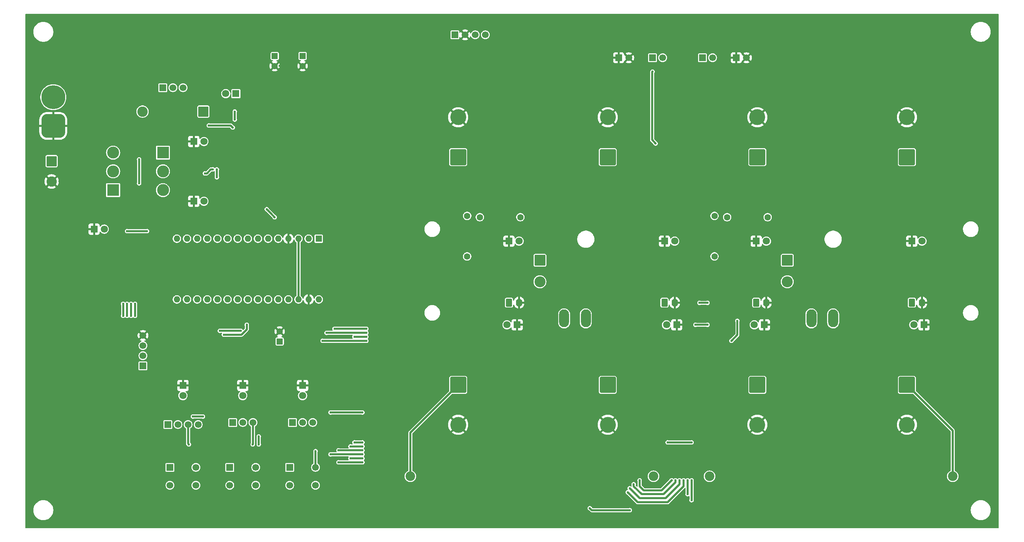
<source format=gbl>
%TF.GenerationSoftware,KiCad,Pcbnew,9.0.3*%
%TF.CreationDate,2025-11-21T22:03:05+01:00*%
%TF.ProjectId,Gaus-Beschleuniger,47617573-2d42-4657-9363-686c65756e69,v1.0.0*%
%TF.SameCoordinates,Original*%
%TF.FileFunction,Copper,L2,Bot*%
%TF.FilePolarity,Positive*%
%FSLAX46Y46*%
G04 Gerber Fmt 4.6, Leading zero omitted, Abs format (unit mm)*
G04 Created by KiCad (PCBNEW 9.0.3) date 2025-11-21 22:03:05*
%MOMM*%
%LPD*%
G01*
G04 APERTURE LIST*
G04 Aperture macros list*
%AMRoundRect*
0 Rectangle with rounded corners*
0 $1 Rounding radius*
0 $2 $3 $4 $5 $6 $7 $8 $9 X,Y pos of 4 corners*
0 Add a 4 corners polygon primitive as box body*
4,1,4,$2,$3,$4,$5,$6,$7,$8,$9,$2,$3,0*
0 Add four circle primitives for the rounded corners*
1,1,$1+$1,$2,$3*
1,1,$1+$1,$4,$5*
1,1,$1+$1,$6,$7*
1,1,$1+$1,$8,$9*
0 Add four rect primitives between the rounded corners*
20,1,$1+$1,$2,$3,$4,$5,0*
20,1,$1+$1,$4,$5,$6,$7,0*
20,1,$1+$1,$6,$7,$8,$9,0*
20,1,$1+$1,$8,$9,$2,$3,0*%
G04 Aperture macros list end*
%TA.AperFunction,ComponentPad*%
%ADD10RoundRect,0.250000X1.050000X1.050000X-1.050000X1.050000X-1.050000X-1.050000X1.050000X-1.050000X0*%
%TD*%
%TA.AperFunction,ComponentPad*%
%ADD11C,2.600000*%
%TD*%
%TA.AperFunction,ComponentPad*%
%ADD12RoundRect,0.249600X0.550400X-0.750400X0.550400X0.750400X-0.550400X0.750400X-0.550400X-0.750400X0*%
%TD*%
%TA.AperFunction,ComponentPad*%
%ADD13O,1.600000X2.000000*%
%TD*%
%TA.AperFunction,ComponentPad*%
%ADD14C,1.600000*%
%TD*%
%TA.AperFunction,ComponentPad*%
%ADD15RoundRect,0.250000X-0.550000X0.550000X-0.550000X-0.550000X0.550000X-0.550000X0.550000X0.550000X0*%
%TD*%
%TA.AperFunction,ComponentPad*%
%ADD16C,2.400000*%
%TD*%
%TA.AperFunction,ComponentPad*%
%ADD17RoundRect,0.250000X-1.125000X1.125000X-1.125000X-1.125000X1.125000X-1.125000X1.125000X1.125000X0*%
%TD*%
%TA.AperFunction,ComponentPad*%
%ADD18C,2.750000*%
%TD*%
%TA.AperFunction,ComponentPad*%
%ADD19R,1.800000X1.800000*%
%TD*%
%TA.AperFunction,ComponentPad*%
%ADD20C,1.800000*%
%TD*%
%TA.AperFunction,ComponentPad*%
%ADD21R,1.700000X1.700000*%
%TD*%
%TA.AperFunction,ComponentPad*%
%ADD22C,1.700000*%
%TD*%
%TA.AperFunction,ComponentPad*%
%ADD23RoundRect,0.250000X0.550000X-0.550000X0.550000X0.550000X-0.550000X0.550000X-0.550000X-0.550000X0*%
%TD*%
%TA.AperFunction,ComponentPad*%
%ADD24R,3.000000X3.000000*%
%TD*%
%TA.AperFunction,ComponentPad*%
%ADD25C,3.000000*%
%TD*%
%TA.AperFunction,ComponentPad*%
%ADD26RoundRect,0.250000X-1.050000X1.050000X-1.050000X-1.050000X1.050000X-1.050000X1.050000X1.050000X0*%
%TD*%
%TA.AperFunction,ComponentPad*%
%ADD27R,1.600000X1.600000*%
%TD*%
%TA.AperFunction,ComponentPad*%
%ADD28O,1.600000X1.600000*%
%TD*%
%TA.AperFunction,ComponentPad*%
%ADD29RoundRect,0.250000X-1.750000X1.750000X-1.750000X-1.750000X1.750000X-1.750000X1.750000X1.750000X0*%
%TD*%
%TA.AperFunction,ComponentPad*%
%ADD30C,4.000000*%
%TD*%
%TA.AperFunction,ComponentPad*%
%ADD31RoundRect,0.250000X1.750000X-1.750000X1.750000X1.750000X-1.750000X1.750000X-1.750000X-1.750000X0*%
%TD*%
%TA.AperFunction,ComponentPad*%
%ADD32C,6.000000*%
%TD*%
%TA.AperFunction,ComponentPad*%
%ADD33RoundRect,1.500000X1.500000X-1.500000X1.500000X1.500000X-1.500000X1.500000X-1.500000X-1.500000X0*%
%TD*%
%TA.AperFunction,ComponentPad*%
%ADD34R,2.500000X4.500000*%
%TD*%
%TA.AperFunction,ComponentPad*%
%ADD35O,2.500000X4.500000*%
%TD*%
%TA.AperFunction,ViaPad*%
%ADD36C,0.600000*%
%TD*%
%TA.AperFunction,Conductor*%
%ADD37C,0.500000*%
%TD*%
G04 APERTURE END LIST*
D10*
%TO.P,D18,1,K*%
%TO.N,Net-(D18-K)*%
X95120000Y-110000000D03*
D11*
%TO.P,D18,2,A*%
%TO.N,Net-(D18-A)*%
X79880000Y-110000000D03*
%TD*%
D12*
%TO.P,Q6,1,C*%
%TO.N,/Controller/Stage2_optical2*%
X272730000Y-157935000D03*
D13*
%TO.P,Q6,2,E*%
%TO.N,GND*%
X275270000Y-157935000D03*
%TD*%
D14*
%TO.P,R4,1*%
%TO.N,Net-(R4-Pad1)*%
X161250000Y-136170000D03*
%TO.P,R4,2*%
%TO.N,/Controller/Stage1_charge_sense*%
X161250000Y-146330000D03*
%TD*%
D15*
%TO.P,C24,1*%
%TO.N,/Cap-Charger/Charge supply*%
X120000000Y-96067621D03*
D14*
%TO.P,C24,2*%
%TO.N,GND*%
X120000000Y-98567621D03*
%TD*%
D16*
%TO.P,R23,1*%
%TO.N,/Firing-Stage/HV_S2*%
X282980000Y-201500000D03*
%TO.P,R23,2*%
%TO.N,Net-(Q2-D)*%
X222020000Y-201500000D03*
%TD*%
D17*
%TO.P,J1,1,Pin_1*%
%TO.N,/Firing-Stage/HV_S1*%
X179500000Y-147300000D03*
D18*
%TO.P,J1,2,Pin_2*%
%TO.N,/Firing-Stage/S1_D*%
X179500000Y-152700000D03*
%TD*%
D19*
%TO.P,D10,1,K*%
%TO.N,GND*%
X233730000Y-142500000D03*
D20*
%TO.P,D10,2,A*%
%TO.N,Net-(D10-A)*%
X236270000Y-142500000D03*
%TD*%
D14*
%TO.P,R18,1*%
%TO.N,/Firing-Stage/HV_S2*%
X236580000Y-136500000D03*
%TO.P,R18,2*%
%TO.N,Net-(R18-Pad2)*%
X226420000Y-136500000D03*
%TD*%
D21*
%TO.P,SW6,1,1*%
%TO.N,Net-(J13-Pin_3)*%
X116750000Y-199250000D03*
D22*
X123250000Y-199250000D03*
%TO.P,SW6,2,2*%
%TO.N,+5V*%
X116750000Y-203750000D03*
X123250000Y-203750000D03*
%TD*%
D14*
%TO.P,R19,1*%
%TO.N,Net-(R18-Pad2)*%
X223250000Y-136170000D03*
%TO.P,R19,2*%
%TO.N,/Controller/Stage2_charge_sense*%
X223250000Y-146330000D03*
%TD*%
D19*
%TO.P,D20,1,K*%
%TO.N,GND*%
X90000000Y-178725000D03*
D20*
%TO.P,D20,2,A*%
%TO.N,Net-(D20-A)*%
X90000000Y-181265000D03*
%TD*%
D14*
%TO.P,R9,1*%
%TO.N,/Firing-Stage/HV_S1*%
X174580000Y-136500000D03*
%TO.P,R9,2*%
%TO.N,Net-(R4-Pad1)*%
X164420000Y-136500000D03*
%TD*%
D23*
%TO.P,C25,1*%
%TO.N,+5V*%
X114250000Y-167682380D03*
D14*
%TO.P,C25,2*%
%TO.N,GND*%
X114250000Y-165182380D03*
%TD*%
D21*
%TO.P,J5,1,Pin_1*%
%TO.N,GND*%
X228725000Y-96500000D03*
D22*
%TO.P,J5,2,Pin_2*%
X231265000Y-96500000D03*
%TD*%
D24*
%TO.P,SW2,1,A*%
%TO.N,Net-(BT1-+)*%
X72500000Y-129700000D03*
D25*
%TO.P,SW2,2,B*%
%TO.N,+24V*%
X72500000Y-125000000D03*
%TO.P,SW2,3,C*%
%TO.N,unconnected-(SW2-C-Pad3)*%
X72500000Y-120300000D03*
%TD*%
D26*
%TO.P,J7,1,Pin_1*%
%TO.N,Net-(BT1-+)*%
X57077500Y-122455000D03*
D11*
%TO.P,J7,2,Pin_2*%
%TO.N,GND*%
X57077500Y-127535000D03*
%TD*%
D19*
%TO.P,D7,1,K*%
%TO.N,GND*%
X171730000Y-142500000D03*
D20*
%TO.P,D7,2,A*%
%TO.N,Net-(D7-A)*%
X174270000Y-142500000D03*
%TD*%
D27*
%TO.P,A1,1,D1/TX*%
%TO.N,unconnected-(A1-D1{slash}TX-Pad1)*%
X124050000Y-141890000D03*
D28*
%TO.P,A1,2,D0/RX*%
%TO.N,unconnected-(A1-D0{slash}RX-Pad2)*%
X121510000Y-141890000D03*
%TO.P,A1,3,~{RESET}*%
%TO.N,Net-(A1-~{RESET}-Pad28)*%
X118970000Y-141890000D03*
%TO.P,A1,4,GND*%
%TO.N,GND*%
X116430000Y-141890000D03*
%TO.P,A1,5,D2*%
%TO.N,/Cap-Charger/~{DONE}*%
X113890000Y-141890000D03*
%TO.P,A1,6,D3*%
%TO.N,Net-(A1-D3)*%
X111350000Y-141890000D03*
%TO.P,A1,7,D4*%
%TO.N,/Controller/uC_Charge*%
X108810000Y-141890000D03*
%TO.P,A1,8,D5*%
%TO.N,/Controller/uC_trigger_in*%
X106270000Y-141890000D03*
%TO.P,A1,9,D6*%
%TO.N,/Controller/uC_Stage1_trigger*%
X103730000Y-141890000D03*
%TO.P,A1,10,D7*%
%TO.N,/Controller/uC_Stage2_trigger*%
X101190000Y-141890000D03*
%TO.P,A1,11,D8*%
%TO.N,/Controller/Stage1_optical1*%
X98650000Y-141890000D03*
%TO.P,A1,12,D9*%
%TO.N,/Controller/Stage1_optical2*%
X96110000Y-141890000D03*
%TO.P,A1,13,D10*%
%TO.N,/Controller/Stage2_optical1*%
X93570000Y-141890000D03*
%TO.P,A1,14,D11*%
%TO.N,/Controller/Stage2_optical2*%
X91030000Y-141890000D03*
%TO.P,A1,15,D12*%
%TO.N,/Controller/uC_Discharge*%
X88490000Y-141890000D03*
%TO.P,A1,16,D13*%
%TO.N,unconnected-(A1-D13-Pad16)*%
X88490000Y-157130000D03*
%TO.P,A1,17,3V3*%
%TO.N,unconnected-(A1-3V3-Pad17)*%
X91030000Y-157130000D03*
%TO.P,A1,18,AREF*%
%TO.N,unconnected-(A1-AREF-Pad18)*%
X93570000Y-157130000D03*
%TO.P,A1,19,A0*%
%TO.N,/Controller/Stage1_charge_sense*%
X96110000Y-157130000D03*
%TO.P,A1,20,A1*%
%TO.N,/Controller/Stage2_charge_sense*%
X98650000Y-157130000D03*
%TO.P,A1,21,A2*%
%TO.N,unconnected-(A1-A2-Pad21)*%
X101190000Y-157130000D03*
%TO.P,A1,22,A3*%
%TO.N,unconnected-(A1-A3-Pad22)*%
X103730000Y-157130000D03*
%TO.P,A1,23,A4*%
%TO.N,/Controller/SDA*%
X106270000Y-157130000D03*
%TO.P,A1,24,A5*%
%TO.N,/Controller/SCL*%
X108810000Y-157130000D03*
%TO.P,A1,25,A6*%
%TO.N,unconnected-(A1-A6-Pad25)*%
X111350000Y-157130000D03*
%TO.P,A1,26,A7*%
%TO.N,unconnected-(A1-A7-Pad26)*%
X113890000Y-157130000D03*
%TO.P,A1,27,+5V*%
%TO.N,+5V*%
X116430000Y-157130000D03*
%TO.P,A1,28,~{RESET}*%
%TO.N,Net-(A1-~{RESET}-Pad28)*%
X118970000Y-157130000D03*
%TO.P,A1,29,GND*%
%TO.N,GND*%
X121510000Y-157130000D03*
%TO.P,A1,30,VIN*%
%TO.N,unconnected-(A1-VIN-Pad30)*%
X124050000Y-157130000D03*
%TD*%
D19*
%TO.P,D19,1,K*%
%TO.N,GND*%
X92725000Y-117500000D03*
D20*
%TO.P,D19,2,A*%
%TO.N,Net-(D19-A)*%
X95265000Y-117500000D03*
%TD*%
D21*
%TO.P,SW5,1,1*%
%TO.N,Net-(J11-Pin_3)*%
X101750000Y-199250000D03*
D22*
X108250000Y-199250000D03*
%TO.P,SW5,2,2*%
%TO.N,+5V*%
X101750000Y-203750000D03*
X108250000Y-203750000D03*
%TD*%
D19*
%TO.P,D9,1,K*%
%TO.N,GND*%
X213775000Y-163500000D03*
D20*
%TO.P,D9,2,A*%
%TO.N,/Controller/Stage1_optical2*%
X211235000Y-163500000D03*
%TD*%
D21*
%TO.P,J4,1,Pin_1*%
%TO.N,/Firing-Stage/HV_S2*%
X220225000Y-96500000D03*
D22*
%TO.P,J4,2,Pin_2*%
X222765000Y-96500000D03*
%TD*%
D19*
%TO.P,D21,1,K*%
%TO.N,GND*%
X105000000Y-178725000D03*
D20*
%TO.P,D21,2,A*%
%TO.N,Net-(D21-A)*%
X105000000Y-181265000D03*
%TD*%
D21*
%TO.P,J2,1,Pin_1*%
%TO.N,/Firing-Stage/HV_S1*%
X207725000Y-96500000D03*
D22*
%TO.P,J2,2,Pin_2*%
X210265000Y-96500000D03*
%TD*%
D19*
%TO.P,D3,1,K*%
%TO.N,/Cap-Charger/~{DONE}*%
X103275000Y-105500000D03*
D20*
%TO.P,D3,2,A*%
%TO.N,Net-(D3-A)*%
X100735000Y-105500000D03*
%TD*%
D19*
%TO.P,D11,1,K*%
%TO.N,GND*%
X235775000Y-163500000D03*
D20*
%TO.P,D11,2,A*%
%TO.N,/Controller/Stage2_optical1*%
X233235000Y-163500000D03*
%TD*%
D12*
%TO.P,Q4,1,C*%
%TO.N,/Controller/Stage1_optical2*%
X210730000Y-157935000D03*
D13*
%TO.P,Q4,2,E*%
%TO.N,GND*%
X213270000Y-157935000D03*
%TD*%
D21*
%TO.P,J10,1,Pin_1*%
%TO.N,/Controller/uC_Stage1_trigger*%
X86190000Y-188500000D03*
D22*
%TO.P,J10,2,Pin_2*%
%TO.N,/Controller/Stage1_trigger_lp*%
X88730000Y-188500000D03*
%TO.P,J10,3,Pin_3*%
%TO.N,Net-(J10-Pin_3)*%
X91270000Y-188500000D03*
%TO.P,J10,4,Pin_4*%
%TO.N,/Controller/uC_trigger_in*%
X93810000Y-188500000D03*
%TD*%
D21*
%TO.P,J3,1,Pin_1*%
%TO.N,GND*%
X199225000Y-96500000D03*
D22*
%TO.P,J3,2,Pin_2*%
X201765000Y-96500000D03*
%TD*%
D21*
%TO.P,J11,1,Pin_1*%
%TO.N,/Controller/uC_Stage2_trigger*%
X102460000Y-188000000D03*
D22*
%TO.P,J11,2,Pin_2*%
%TO.N,/Controller/Stage2_trigger_lp*%
X105000000Y-188000000D03*
%TO.P,J11,3,Pin_3*%
%TO.N,Net-(J11-Pin_3)*%
X107540000Y-188000000D03*
%TD*%
D12*
%TO.P,Q3,1,C*%
%TO.N,/Controller/Stage1_optical1*%
X171730000Y-157935000D03*
D13*
%TO.P,Q3,2,E*%
%TO.N,GND*%
X174270000Y-157935000D03*
%TD*%
D21*
%TO.P,SW4,1,1*%
%TO.N,Net-(J10-Pin_3)*%
X86750000Y-199250000D03*
D22*
X93250000Y-199250000D03*
%TO.P,SW4,2,2*%
%TO.N,+5V*%
X86750000Y-203750000D03*
X93250000Y-203750000D03*
%TD*%
D15*
%TO.P,C23,1*%
%TO.N,/Cap-Charger/Charge supply*%
X113000000Y-96067620D03*
D14*
%TO.P,C23,2*%
%TO.N,GND*%
X113000000Y-98567620D03*
%TD*%
D19*
%TO.P,D22,1,K*%
%TO.N,GND*%
X120000000Y-178725000D03*
D20*
%TO.P,D22,2,A*%
%TO.N,Net-(D22-A)*%
X120000000Y-181265000D03*
%TD*%
D21*
%TO.P,J9,1,Pin_1*%
%TO.N,Net-(D18-A)*%
X84960000Y-104000000D03*
D22*
%TO.P,J9,2,Pin_2*%
%TO.N,/Cap-Charger/Charge supply*%
X87500000Y-104000000D03*
%TO.P,J9,3,Pin_3*%
%TO.N,Net-(D18-K)*%
X90040000Y-104000000D03*
%TD*%
D19*
%TO.P,D2,1,K*%
%TO.N,GND*%
X67725000Y-139500000D03*
D20*
%TO.P,D2,2,A*%
%TO.N,Net-(D2-A)*%
X70265000Y-139500000D03*
%TD*%
D21*
%TO.P,J12,1,Pin_1*%
%TO.N,/Controller/SDA*%
X79975000Y-173800000D03*
D22*
%TO.P,J12,2,Pin_2*%
%TO.N,/Controller/SCL*%
X79975000Y-171260000D03*
%TO.P,J12,3,Pin_3*%
%TO.N,+5V*%
X79975000Y-168720000D03*
%TO.P,J12,4,Pin_4*%
%TO.N,GND*%
X79975000Y-166180000D03*
%TD*%
D21*
%TO.P,J13,1,Pin_1*%
%TO.N,/Controller/uC_Charge*%
X117460000Y-188000000D03*
D22*
%TO.P,J13,2,Pin_2*%
%TO.N,/Cap-Charger/EN*%
X120000000Y-188000000D03*
%TO.P,J13,3,Pin_3*%
%TO.N,Net-(J13-Pin_3)*%
X122540000Y-188000000D03*
%TD*%
D19*
%TO.P,D8,1,K*%
%TO.N,GND*%
X210730000Y-142500000D03*
D20*
%TO.P,D8,2,A*%
%TO.N,Net-(D8-A)*%
X213270000Y-142500000D03*
%TD*%
D12*
%TO.P,Q5,1,C*%
%TO.N,/Controller/Stage2_optical1*%
X233730000Y-157935000D03*
D13*
%TO.P,Q5,2,E*%
%TO.N,GND*%
X236270000Y-157935000D03*
%TD*%
D21*
%TO.P,J8,1,Pin_1*%
%TO.N,+5V*%
X158190000Y-90750000D03*
D22*
%TO.P,J8,2,Pin_2*%
%TO.N,GND*%
X160730000Y-90750000D03*
%TO.P,J8,3,Pin_3*%
%TO.N,unconnected-(J8-Pin_3-Pad3)*%
X163270000Y-90750000D03*
%TO.P,J8,4,Pin_4*%
%TO.N,/Cap-Charger/HV-Charger_out*%
X165810000Y-90750000D03*
%TD*%
D19*
%TO.P,D17,1,K*%
%TO.N,GND*%
X92725000Y-132500000D03*
D20*
%TO.P,D17,2,A*%
%TO.N,Net-(D17-A)*%
X95265000Y-132500000D03*
%TD*%
D24*
%TO.P,SW1,1,A*%
%TO.N,/Controller/Discharge*%
X85000000Y-120300000D03*
D25*
%TO.P,SW1,2,B*%
%TO.N,+24V*%
X85000000Y-125000000D03*
%TO.P,SW1,3,C*%
%TO.N,/Cap-Charger/Charge supply*%
X85000000Y-129700000D03*
%TD*%
D19*
%TO.P,D6,1,K*%
%TO.N,GND*%
X173775000Y-163500000D03*
D20*
%TO.P,D6,2,A*%
%TO.N,/Controller/Stage1_optical1*%
X171235000Y-163500000D03*
%TD*%
D17*
%TO.P,J6,1,Pin_1*%
%TO.N,/Firing-Stage/HV_S2*%
X241500000Y-147300000D03*
D18*
%TO.P,J6,2,Pin_2*%
%TO.N,/Firing-Stage/S2_D*%
X241500000Y-152700000D03*
%TD*%
D16*
%TO.P,R8,1*%
%TO.N,/Firing-Stage/HV_S1*%
X147020000Y-201500000D03*
%TO.P,R8,2*%
%TO.N,Net-(Q1-D)*%
X207980000Y-201500000D03*
%TD*%
D19*
%TO.P,D13,1,K*%
%TO.N,GND*%
X275775000Y-163500000D03*
D20*
%TO.P,D13,2,A*%
%TO.N,/Controller/Stage2_optical2*%
X273235000Y-163500000D03*
%TD*%
D19*
%TO.P,D12,1,K*%
%TO.N,GND*%
X272730000Y-142500000D03*
D20*
%TO.P,D12,2,A*%
%TO.N,Net-(D12-A)*%
X275270000Y-142500000D03*
%TD*%
D29*
%TO.P,C2,1*%
%TO.N,/Firing-Stage/HV_S1*%
X196500000Y-178569501D03*
D30*
%TO.P,C2,2*%
%TO.N,GND*%
X196500000Y-188569501D03*
%TD*%
D31*
%TO.P,C3,1*%
%TO.N,/Firing-Stage/HV_S1*%
X159000000Y-121430499D03*
D30*
%TO.P,C3,2*%
%TO.N,GND*%
X159000000Y-111430499D03*
%TD*%
D29*
%TO.P,C6,1*%
%TO.N,/Firing-Stage/HV_S2*%
X271500000Y-178569501D03*
D30*
%TO.P,C6,2*%
%TO.N,GND*%
X271500000Y-188569501D03*
%TD*%
D31*
%TO.P,C7,1*%
%TO.N,/Firing-Stage/HV_S2*%
X234000000Y-121430499D03*
D30*
%TO.P,C7,2*%
%TO.N,GND*%
X234000000Y-111430499D03*
%TD*%
D32*
%TO.P,BT1,1,+*%
%TO.N,Net-(BT1-+)*%
X57500000Y-106400000D03*
D33*
%TO.P,BT1,2,-*%
%TO.N,GND*%
X57500000Y-113600000D03*
%TD*%
D34*
%TO.P,D15,1,K*%
%TO.N,GND*%
X258450000Y-161890000D03*
D35*
%TO.P,D15,2,A*%
%TO.N,/Firing-Stage/S2_D*%
X253000000Y-161890000D03*
%TO.P,D15,3,G*%
%TO.N,/Controller/Stage2_trigger_lp*%
X247550000Y-161890000D03*
%TD*%
D31*
%TO.P,C5,1*%
%TO.N,/Firing-Stage/HV_S2*%
X271500000Y-121430499D03*
D30*
%TO.P,C5,2*%
%TO.N,GND*%
X271500000Y-111430499D03*
%TD*%
D29*
%TO.P,C4,1*%
%TO.N,/Firing-Stage/HV_S1*%
X159000000Y-178569501D03*
D30*
%TO.P,C4,2*%
%TO.N,GND*%
X159000000Y-188569501D03*
%TD*%
D29*
%TO.P,C8,1*%
%TO.N,/Firing-Stage/HV_S2*%
X234000000Y-178569501D03*
D30*
%TO.P,C8,2*%
%TO.N,GND*%
X234000000Y-188569501D03*
%TD*%
D34*
%TO.P,D4,1,K*%
%TO.N,GND*%
X196450000Y-161890000D03*
D35*
%TO.P,D4,2,A*%
%TO.N,/Firing-Stage/S1_D*%
X191000000Y-161890000D03*
%TO.P,D4,3,G*%
%TO.N,/Controller/Stage1_trigger_lp*%
X185550000Y-161890000D03*
%TD*%
D31*
%TO.P,C1,1*%
%TO.N,/Firing-Stage/HV_S1*%
X196500000Y-121430499D03*
D30*
%TO.P,C1,2*%
%TO.N,GND*%
X196500000Y-111430499D03*
%TD*%
D36*
%TO.N,/Controller/Stage1_optical1*%
X133000000Y-166500000D03*
X136000000Y-166500000D03*
%TO.N,GND*%
X95000000Y-90000000D03*
X115000000Y-200000000D03*
X232000000Y-108750000D03*
X185000000Y-190000000D03*
X141000000Y-119500000D03*
X194250000Y-163500000D03*
X145000000Y-170000000D03*
X87250000Y-131000000D03*
X75000000Y-210000000D03*
X118750000Y-107250000D03*
X135000000Y-100000000D03*
X245000000Y-160000000D03*
X55000000Y-130000000D03*
X125000000Y-210000000D03*
X135000000Y-90000000D03*
X219000000Y-190000000D03*
X245000000Y-110000000D03*
X197250000Y-211250000D03*
X61500000Y-113750000D03*
X273500000Y-114000000D03*
X145127218Y-100750000D03*
X94000000Y-120000000D03*
X165000000Y-110000000D03*
X157000000Y-191250000D03*
X225000000Y-90000000D03*
X85000000Y-200000000D03*
X255000000Y-110000000D03*
X95000000Y-200000000D03*
X85000000Y-180000000D03*
X165000000Y-190000000D03*
X74000000Y-161250000D03*
X256250000Y-163500000D03*
X105000000Y-100000000D03*
X148250000Y-110500000D03*
X144000000Y-119500000D03*
X232000000Y-186000000D03*
X195000000Y-90000000D03*
X65000000Y-200000000D03*
X65000000Y-90000000D03*
X175000000Y-210250000D03*
X115000000Y-100000000D03*
X53250000Y-113500000D03*
X277000000Y-180000000D03*
X155000000Y-170000000D03*
X121750000Y-159000000D03*
X258500000Y-165000000D03*
X115000000Y-180000000D03*
X65750000Y-110000000D03*
X155000000Y-150000000D03*
X99750000Y-114750000D03*
X225000000Y-200000000D03*
X115000000Y-140000000D03*
X55000000Y-139000000D03*
X275000000Y-100000000D03*
X198750000Y-159000000D03*
X225000000Y-100000000D03*
X155000000Y-190000000D03*
X285000000Y-130000000D03*
X205500000Y-210000000D03*
X145500000Y-118750000D03*
X143250000Y-121250000D03*
X96500000Y-100000000D03*
X85000000Y-141000000D03*
X232000000Y-191250000D03*
X116500000Y-143250000D03*
X75000000Y-90000000D03*
X198000000Y-165000000D03*
X175000000Y-150000000D03*
X211500000Y-170250000D03*
X165000000Y-150000000D03*
X145000000Y-130000000D03*
X144000000Y-120250000D03*
X255000000Y-210000000D03*
X164500000Y-100000000D03*
X285000000Y-170000000D03*
X236000000Y-191250000D03*
X118000000Y-100000000D03*
X136000000Y-130000000D03*
X73000000Y-150000000D03*
X115500000Y-164000000D03*
X105000000Y-110000000D03*
X195000000Y-159000000D03*
X115000000Y-170000000D03*
X285000000Y-180000000D03*
X275000000Y-170000000D03*
X125000000Y-90000000D03*
X155000000Y-110000000D03*
X112500000Y-140000000D03*
X54000000Y-110750000D03*
X105000000Y-162000000D03*
X74000000Y-158250000D03*
X55000000Y-160000000D03*
X96000000Y-175000000D03*
X197250000Y-159000000D03*
X259250000Y-159000000D03*
X55000000Y-200000000D03*
X79000000Y-180000000D03*
X256250000Y-160500000D03*
X141000000Y-120250000D03*
X225000000Y-140000000D03*
X152750000Y-183000000D03*
X205000000Y-110000000D03*
X275000000Y-200000000D03*
X135000000Y-104000000D03*
X55000000Y-127500000D03*
X95000000Y-190000000D03*
X94500000Y-100000000D03*
X75000000Y-120000000D03*
X136000000Y-140000000D03*
X198500000Y-108750000D03*
X65000000Y-158250000D03*
X225000000Y-130000000D03*
X256250000Y-159750000D03*
X55000000Y-150250000D03*
X245000000Y-200000000D03*
X194250000Y-162000000D03*
X57500000Y-118000000D03*
X135000000Y-210000000D03*
X55000000Y-100000000D03*
X185000000Y-100000000D03*
X143250000Y-116500000D03*
X175000000Y-160000000D03*
X194500000Y-186000000D03*
X215000000Y-130000000D03*
X281250000Y-186250000D03*
X285000000Y-140000000D03*
X256250000Y-159000000D03*
X53500000Y-136250000D03*
X65000000Y-180000000D03*
X96250000Y-130000000D03*
X155000000Y-207250000D03*
X132500000Y-200000000D03*
X54000000Y-117000000D03*
X74000000Y-180000000D03*
X198750000Y-163500000D03*
X255000000Y-100000000D03*
X59000000Y-127500000D03*
X125000000Y-130000000D03*
X161000000Y-108750000D03*
X65000000Y-161250000D03*
X198750000Y-162000000D03*
X125000000Y-180000000D03*
X258500000Y-159000000D03*
X260750000Y-159750000D03*
X218000000Y-170000000D03*
X275000000Y-110000000D03*
X65000000Y-170000000D03*
X273500000Y-186000000D03*
X125000000Y-150000000D03*
X103750000Y-120000000D03*
X225000000Y-170000000D03*
X105000000Y-90000000D03*
X65000000Y-190000000D03*
X175000000Y-100000000D03*
X260750000Y-160500000D03*
X125000000Y-160000000D03*
X121750000Y-178750000D03*
X236000000Y-114000000D03*
X112750000Y-166000000D03*
X103500000Y-180000000D03*
X156000000Y-99750000D03*
X185000000Y-110000000D03*
X114500000Y-189500000D03*
X194500000Y-108750000D03*
X235000000Y-100000000D03*
X144000000Y-118750000D03*
X285000000Y-200000000D03*
X285000000Y-160000000D03*
X164500000Y-89250000D03*
X285000000Y-150000000D03*
X125000000Y-170000000D03*
X273500000Y-191250000D03*
X194250000Y-162750000D03*
X198000000Y-159000000D03*
X185000000Y-170000000D03*
X255000000Y-170000000D03*
X185000000Y-200000000D03*
X105000000Y-130000000D03*
X125000000Y-110000000D03*
X113500000Y-114250000D03*
X115000000Y-150000000D03*
X155000000Y-210250000D03*
X198500000Y-186000000D03*
X260750000Y-159000000D03*
X121500000Y-155500000D03*
X88000000Y-125000000D03*
X79000000Y-150000000D03*
X116250000Y-108250000D03*
X58000000Y-139000000D03*
X83250000Y-109000000D03*
X285000000Y-90000000D03*
X115000000Y-120000000D03*
X141750000Y-116500000D03*
X211500000Y-190000000D03*
X135000000Y-190000000D03*
X269500000Y-186000000D03*
X105000000Y-200000000D03*
X257750000Y-159000000D03*
X85000000Y-161250000D03*
X211250000Y-200000000D03*
X219000000Y-200000000D03*
X136000000Y-170000000D03*
X65000000Y-100000000D03*
X235000000Y-210000000D03*
X145000000Y-140000000D03*
X197250000Y-165000000D03*
X165000000Y-140000000D03*
X178500000Y-162000000D03*
X114250000Y-99250000D03*
X205000000Y-200000000D03*
X95000000Y-161000000D03*
X205000000Y-100000000D03*
X275000000Y-90000000D03*
X155000000Y-91750000D03*
X194500000Y-114000000D03*
X275000000Y-150000000D03*
X84000000Y-186250000D03*
X125000000Y-122000000D03*
X109250000Y-120000000D03*
X96500000Y-120000000D03*
X141000000Y-121250000D03*
X144000000Y-116500000D03*
X114000000Y-108250000D03*
X198750000Y-164250000D03*
X260750000Y-162750000D03*
X240500000Y-162000000D03*
X195000000Y-200000000D03*
X115000000Y-210000000D03*
X55000000Y-190000000D03*
X265000000Y-110000000D03*
X259250000Y-165000000D03*
X95000000Y-150000000D03*
X55000000Y-170000000D03*
X115000000Y-90000000D03*
X118750000Y-193750000D03*
X59500000Y-136250000D03*
X114750000Y-115500000D03*
X198750000Y-159750000D03*
X256250000Y-161250000D03*
X65000000Y-150500000D03*
X195000000Y-170000000D03*
X194500000Y-191250000D03*
X161000000Y-114000000D03*
X195750000Y-165000000D03*
X105000000Y-150000000D03*
X235000000Y-150000000D03*
X141000000Y-117250000D03*
X85000000Y-170000000D03*
X77750000Y-130000000D03*
X66500000Y-144250000D03*
X142500000Y-121250000D03*
X275000000Y-160000000D03*
X95000000Y-170000000D03*
X232000000Y-114000000D03*
X145000000Y-110000000D03*
X145000000Y-180000000D03*
X205000000Y-90000000D03*
X175000000Y-90000000D03*
X95000000Y-210000000D03*
X194250000Y-164250000D03*
X265000000Y-90000000D03*
X125000000Y-115750000D03*
X194250000Y-161250000D03*
X275000000Y-210000000D03*
X275000000Y-140000000D03*
X115000000Y-130000000D03*
X235000000Y-90000000D03*
X157000000Y-114000000D03*
X142500000Y-116500000D03*
X161000000Y-186000000D03*
X116250000Y-105500000D03*
X135000000Y-200000000D03*
X95000000Y-141000000D03*
X245000000Y-100000000D03*
X85500000Y-110250000D03*
X256250000Y-162000000D03*
X136000000Y-160000000D03*
X211500000Y-180000000D03*
X85000000Y-150000000D03*
X116750000Y-140500000D03*
X196500000Y-159000000D03*
X136000000Y-180000000D03*
X138750000Y-121250000D03*
X156250000Y-140000000D03*
X121000000Y-137000000D03*
X151750000Y-110500000D03*
X215000000Y-90000000D03*
X125000000Y-190000000D03*
X94750000Y-156000000D03*
X154750000Y-97750000D03*
X269500000Y-108750000D03*
X85000000Y-158250000D03*
X256250000Y-162750000D03*
X114250000Y-98500000D03*
X136000000Y-152750000D03*
X94250000Y-130000000D03*
X111000000Y-113750000D03*
X175000000Y-190000000D03*
X225000000Y-150000000D03*
X265000000Y-190000000D03*
X105000000Y-140000000D03*
X85000000Y-210000000D03*
X225000000Y-210000000D03*
X165000000Y-159250000D03*
X74000000Y-170000000D03*
X265000000Y-210000000D03*
X165000000Y-210250000D03*
X269500000Y-191250000D03*
X144250000Y-200000000D03*
X165000000Y-161250000D03*
X145000000Y-210000000D03*
X185000000Y-90000000D03*
X198750000Y-165000000D03*
X75000000Y-190000000D03*
X152500000Y-143500000D03*
X196500000Y-165000000D03*
X257000000Y-159000000D03*
X73000000Y-140000000D03*
X255000000Y-190000000D03*
X78750000Y-136000000D03*
X134000000Y-147750000D03*
X65500000Y-139500000D03*
X144000000Y-117250000D03*
X225000000Y-160000000D03*
X145000000Y-190000000D03*
X235000000Y-200000000D03*
X145000000Y-90000000D03*
X145000000Y-150000000D03*
X118500000Y-98500000D03*
X175000000Y-140000000D03*
X144000000Y-121250000D03*
X194250000Y-165000000D03*
X135000000Y-121250000D03*
X157000000Y-108750000D03*
X112000000Y-113750000D03*
X225000000Y-110000000D03*
X194250000Y-160500000D03*
X165000000Y-157000000D03*
X75000000Y-100000000D03*
X215000000Y-100000000D03*
X215000000Y-150000000D03*
X265000000Y-200000000D03*
X161000000Y-191250000D03*
X255000000Y-90000000D03*
X225000000Y-180000000D03*
X256250000Y-164250000D03*
X260750000Y-165000000D03*
X113500000Y-116500000D03*
X195750000Y-159000000D03*
X144000000Y-118000000D03*
X65000000Y-130000000D03*
X84750000Y-100750000D03*
X198750000Y-160500000D03*
X235000000Y-139500000D03*
X101250000Y-120000000D03*
X245000000Y-210000000D03*
X260750000Y-164250000D03*
X61000000Y-117000000D03*
X105000000Y-170000000D03*
X260750000Y-162000000D03*
X114000000Y-102750000D03*
X285000000Y-120000000D03*
X65000000Y-210000000D03*
X134000000Y-130000000D03*
X269500000Y-114000000D03*
X95000000Y-136000000D03*
X257000000Y-165000000D03*
X65000000Y-148000000D03*
X257750000Y-165000000D03*
X260750000Y-163500000D03*
X275000000Y-130000000D03*
X80000000Y-130000000D03*
X275000000Y-190000000D03*
X75000000Y-110000000D03*
X245000000Y-190000000D03*
X57000000Y-129750000D03*
X56500000Y-136250000D03*
X235000000Y-160000000D03*
X150000000Y-111500000D03*
X154750000Y-184250000D03*
X77250000Y-120000000D03*
X175000000Y-110000000D03*
X148750000Y-160250000D03*
X198750000Y-161250000D03*
X125000000Y-100000000D03*
X217750000Y-180000000D03*
X285000000Y-110000000D03*
X155000000Y-90000000D03*
X195000000Y-100000000D03*
X118500000Y-99250000D03*
X175000000Y-200000000D03*
X198500000Y-191250000D03*
X236000000Y-186000000D03*
X112250000Y-115500000D03*
X65500000Y-142500000D03*
X245000000Y-90000000D03*
X236000000Y-108750000D03*
X103750000Y-190250000D03*
X265000000Y-100000000D03*
X225000000Y-190000000D03*
X285000000Y-210000000D03*
X115000000Y-121000000D03*
X94000000Y-180000000D03*
X125000000Y-200000000D03*
X80000000Y-120000000D03*
X141000000Y-116500000D03*
X260750000Y-161250000D03*
X215000000Y-140000000D03*
X165000000Y-200000000D03*
X215000000Y-210000000D03*
X114000000Y-105500000D03*
X82750000Y-111750000D03*
X87500000Y-119000000D03*
X255000000Y-200000000D03*
X85000000Y-90000000D03*
X116250000Y-102750000D03*
X113000000Y-164000000D03*
X165000000Y-170000000D03*
X125500000Y-140500000D03*
X105000000Y-210000000D03*
X165000000Y-166500000D03*
X276500000Y-185000000D03*
X96000000Y-180000000D03*
X273500000Y-108750000D03*
X55000000Y-180000000D03*
X65750000Y-120000000D03*
X145000000Y-160000000D03*
X185000000Y-210250000D03*
X156250000Y-159750000D03*
X256250000Y-165000000D03*
X235000000Y-170000000D03*
X198750000Y-162750000D03*
X135000000Y-92000000D03*
X285000000Y-100000000D03*
X141750000Y-121250000D03*
X85000000Y-136000000D03*
X215000000Y-160000000D03*
X205000000Y-190000000D03*
X141000000Y-118750000D03*
X184500000Y-158750000D03*
X134000000Y-140000000D03*
X285000000Y-190000000D03*
X115000000Y-160000000D03*
X55000000Y-120000000D03*
X260000000Y-165000000D03*
X260000000Y-159000000D03*
X79000000Y-158250000D03*
X157000000Y-186000000D03*
X198500000Y-114000000D03*
X169500000Y-150143683D03*
X195000000Y-165000000D03*
X194250000Y-159000000D03*
X97250000Y-110000000D03*
X194250000Y-159750000D03*
X125000000Y-92000000D03*
X135000000Y-110000000D03*
X141000000Y-118000000D03*
X175000000Y-170000000D03*
X100500000Y-160750000D03*
X57000000Y-125250000D03*
X115000000Y-155000000D03*
X75000000Y-200000000D03*
X106500000Y-120000000D03*
X79000000Y-161250000D03*
X245000000Y-170000000D03*
%TO.N,/Controller/SDA*%
X106000000Y-163500000D03*
X100250000Y-166000000D03*
%TO.N,/Controller/uC_trigger_in*%
X77000000Y-158250000D03*
X77000000Y-161250000D03*
%TO.N,/Controller/uC_Stage2_trigger*%
X76000000Y-158250000D03*
X81000000Y-140000000D03*
X76000000Y-140000000D03*
X76000000Y-161250000D03*
%TO.N,/Controller/Stage1_charge_sense*%
X136000000Y-164500000D03*
X128000000Y-164500000D03*
%TO.N,/Cap-Charger/~{DONE}*%
X103000000Y-112000000D03*
X98500000Y-124500000D03*
X98500000Y-126500000D03*
X111000000Y-134500000D03*
X113000000Y-136500000D03*
X103000000Y-110000000D03*
%TO.N,/Controller/uC_Charge*%
X75000000Y-158250000D03*
X75000000Y-161250000D03*
%TO.N,/Controller/Stage1_optical2*%
X212500000Y-202500000D03*
X133000000Y-193000000D03*
X204490435Y-202502733D03*
X135000000Y-193000000D03*
%TO.N,/Controller/uC_Discharge*%
X202000000Y-210000000D03*
X192000000Y-209500000D03*
%TO.N,/Controller/Stage2_optical2*%
X132000000Y-197000000D03*
X135000000Y-197000000D03*
%TO.N,/Controller/SCL*%
X104500000Y-165000000D03*
X99250000Y-165000000D03*
%TO.N,/Controller/Stage2_charge_sense*%
X135000000Y-195000000D03*
X129000000Y-195000000D03*
X202000000Y-204500000D03*
X214500000Y-202500000D03*
%TO.N,/Controller/uC_Stage1_trigger*%
X78000000Y-161250000D03*
X78000000Y-158250000D03*
%TO.N,+5V*%
X219500000Y-158000000D03*
X126000000Y-165500000D03*
X136000000Y-165500000D03*
X79000000Y-128000000D03*
X216500000Y-206000000D03*
X216500000Y-202500000D03*
X135000000Y-198000000D03*
X129000000Y-198000000D03*
X227500000Y-167500000D03*
X79000000Y-122000000D03*
X221500000Y-158000000D03*
X229000000Y-162500000D03*
%TO.N,/Controller/Stage2_optical1*%
X218500000Y-163500000D03*
X135000000Y-194000000D03*
X221500000Y-163500000D03*
X213500000Y-202500000D03*
X203000000Y-203500000D03*
X132000000Y-194000000D03*
%TO.N,/Firing-Stage/HV_S1*%
X208500000Y-118000000D03*
X207725000Y-100000000D03*
%TO.N,/Cap-Charger/Charge supply*%
X95500000Y-125500000D03*
X97500000Y-124500000D03*
%TO.N,Net-(D18-A)*%
X102500000Y-114000000D03*
X96500000Y-113500000D03*
%TO.N,/Controller/Stage1_trigger_lp*%
X125000000Y-167500000D03*
X95000000Y-186500000D03*
X92500000Y-186500000D03*
X136000000Y-167500000D03*
%TO.N,/Controller/Stage2_trigger_lp*%
X127000000Y-196000000D03*
X201500000Y-205500000D03*
X215500000Y-202500000D03*
X109000000Y-191500000D03*
X135000000Y-196000000D03*
X109000000Y-193500000D03*
%TO.N,Net-(J10-Pin_3)*%
X91500000Y-193500000D03*
%TO.N,Net-(J11-Pin_3)*%
X107500000Y-193500000D03*
%TO.N,/Cap-Charger/EN*%
X127000000Y-185500000D03*
X135000000Y-185500000D03*
%TO.N,Net-(J13-Pin_3)*%
X123250000Y-195200000D03*
%TO.N,/Firing-Stage/discharge_gate*%
X211500000Y-193000000D03*
X217500000Y-202500000D03*
X217500000Y-193000000D03*
X217500000Y-207500000D03*
%TD*%
D37*
%TO.N,/Controller/Stage1_optical1*%
X136000000Y-166500000D02*
X133000000Y-166500000D01*
%TO.N,/Controller/SDA*%
X100250000Y-166000000D02*
X104632786Y-166000000D01*
X106000000Y-164632786D02*
X106000000Y-163500000D01*
X104632786Y-166000000D02*
X106000000Y-164632786D01*
%TO.N,Net-(A1-~{RESET}-Pad28)*%
X118970000Y-157130000D02*
X118970000Y-141890000D01*
%TO.N,/Controller/uC_trigger_in*%
X77000000Y-158250000D02*
X77000000Y-161250000D01*
%TO.N,/Controller/uC_Stage2_trigger*%
X80000000Y-140000000D02*
X81000000Y-140000000D01*
X76000000Y-140000000D02*
X80000000Y-140000000D01*
X76000000Y-158250000D02*
X76000000Y-161250000D01*
%TO.N,/Controller/Stage1_charge_sense*%
X136000000Y-164500000D02*
X128000000Y-164500000D01*
%TO.N,/Cap-Charger/~{DONE}*%
X98500000Y-124500000D02*
X98500000Y-125500000D01*
X113000000Y-136500000D02*
X112000000Y-135500000D01*
X112000000Y-135500000D02*
X111000000Y-134500000D01*
X98500000Y-125500000D02*
X98500000Y-126500000D01*
X103000000Y-110000000D02*
X103000000Y-112000000D01*
%TO.N,/Controller/uC_Charge*%
X75000000Y-158250000D02*
X75000000Y-161250000D01*
%TO.N,/Controller/Stage1_optical2*%
X204500000Y-204000000D02*
X204500000Y-202500000D01*
X205500000Y-205000000D02*
X204500000Y-204000000D01*
X135000000Y-193000000D02*
X133000000Y-193000000D01*
X204500000Y-202500000D02*
X204493168Y-202500000D01*
X212500000Y-202500000D02*
X210000000Y-205000000D01*
X204493168Y-202500000D02*
X204490435Y-202502733D01*
X210000000Y-205000000D02*
X205500000Y-205000000D01*
%TO.N,/Controller/uC_Discharge*%
X202000000Y-210000000D02*
X192500000Y-210000000D01*
X192500000Y-210000000D02*
X192000000Y-209500000D01*
%TO.N,/Controller/Stage2_optical2*%
X135000000Y-197000000D02*
X132000000Y-197000000D01*
%TO.N,/Controller/SCL*%
X104500000Y-165000000D02*
X100500000Y-165000000D01*
X100500000Y-165000000D02*
X99250000Y-165000000D01*
%TO.N,/Controller/Stage2_charge_sense*%
X214500000Y-203500000D02*
X211000000Y-207000000D01*
X214500000Y-202500000D02*
X214500000Y-203500000D01*
X135000000Y-195000000D02*
X129000000Y-195000000D01*
X211000000Y-207000000D02*
X204500000Y-207000000D01*
X204500000Y-207000000D02*
X202000000Y-204500000D01*
%TO.N,/Controller/uC_Stage1_trigger*%
X78000000Y-158250000D02*
X78000000Y-161250000D01*
%TO.N,+5V*%
X79000000Y-128000000D02*
X79000000Y-125000000D01*
X135000000Y-198000000D02*
X131000000Y-198000000D01*
X229000000Y-166000000D02*
X227500000Y-167500000D01*
X136000000Y-165500000D02*
X126000000Y-165500000D01*
X131000000Y-198000000D02*
X129000000Y-198000000D01*
X216500000Y-202500000D02*
X216500000Y-206000000D01*
X221500000Y-158000000D02*
X219500000Y-158000000D01*
X79000000Y-125000000D02*
X79000000Y-122000000D01*
X229000000Y-162500000D02*
X229000000Y-166000000D01*
%TO.N,/Controller/Stage2_optical1*%
X210500000Y-206000000D02*
X205000000Y-206000000D01*
X203000000Y-204000000D02*
X203000000Y-203500000D01*
X135000000Y-194000000D02*
X132000000Y-194000000D01*
X205000000Y-206000000D02*
X203000000Y-204000000D01*
X213500000Y-203000000D02*
X210500000Y-206000000D01*
X213500000Y-202500000D02*
X213500000Y-203000000D01*
X221500000Y-163500000D02*
X218500000Y-163500000D01*
%TO.N,/Firing-Stage/HV_S1*%
X207600000Y-100125000D02*
X207725000Y-100000000D01*
X147020000Y-201500000D02*
X147020000Y-190549501D01*
X147020000Y-190549501D02*
X159000000Y-178569501D01*
X208500000Y-118000000D02*
X207600000Y-117100000D01*
X207600000Y-117100000D02*
X207600000Y-100125000D01*
%TO.N,/Firing-Stage/HV_S2*%
X282980000Y-190049501D02*
X271500000Y-178569501D01*
X282980000Y-201500000D02*
X282980000Y-190049501D01*
%TO.N,/Cap-Charger/Charge supply*%
X97000000Y-124500000D02*
X96000000Y-125500000D01*
X97500000Y-124500000D02*
X97000000Y-124500000D01*
X96000000Y-125500000D02*
X95500000Y-125500000D01*
%TO.N,Net-(D18-A)*%
X100000000Y-113500000D02*
X102000000Y-113500000D01*
X102000000Y-113500000D02*
X102500000Y-114000000D01*
X96500000Y-113500000D02*
X98000000Y-113500000D01*
X98000000Y-113500000D02*
X100000000Y-113500000D01*
%TO.N,/Controller/Stage1_trigger_lp*%
X136000000Y-167500000D02*
X125000000Y-167500000D01*
X92500000Y-186500000D02*
X95000000Y-186500000D01*
%TO.N,/Controller/Stage2_trigger_lp*%
X109000000Y-193500000D02*
X109000000Y-191500000D01*
X215500000Y-202500000D02*
X215500000Y-204000000D01*
X204000000Y-208000000D02*
X201500000Y-205500000D01*
X127000000Y-196000000D02*
X135000000Y-196000000D01*
X211500000Y-208000000D02*
X204000000Y-208000000D01*
X215500000Y-204000000D02*
X211500000Y-208000000D01*
%TO.N,Net-(J10-Pin_3)*%
X91270000Y-193270000D02*
X91270000Y-188500000D01*
X91500000Y-193500000D02*
X91270000Y-193270000D01*
%TO.N,Net-(J11-Pin_3)*%
X107540000Y-193460000D02*
X107540000Y-188000000D01*
X107500000Y-193500000D02*
X107540000Y-193460000D01*
%TO.N,/Cap-Charger/EN*%
X133500000Y-185500000D02*
X135000000Y-185500000D01*
X127000000Y-185500000D02*
X133500000Y-185500000D01*
%TO.N,Net-(J13-Pin_3)*%
X123250000Y-199250000D02*
X123250000Y-195250000D01*
%TO.N,/Firing-Stage/discharge_gate*%
X211500000Y-193000000D02*
X217500000Y-193000000D01*
X217500000Y-207500000D02*
X217500000Y-202500000D01*
%TD*%
%TA.AperFunction,Conductor*%
%TO.N,GND*%
G36*
X260250000Y-159250000D02*
G01*
X260250000Y-164500000D01*
X260000000Y-164750000D01*
X256750000Y-164750000D01*
X256500000Y-164500000D01*
X256500000Y-159250000D01*
X256750000Y-159000000D01*
X260000000Y-159000000D01*
X260250000Y-159250000D01*
G37*
%TD.AperFunction*%
%TD*%
%TA.AperFunction,Conductor*%
%TO.N,GND*%
G36*
X198250000Y-159250000D02*
G01*
X198250000Y-164500000D01*
X198000000Y-164750000D01*
X194750000Y-164750000D01*
X194500000Y-164500000D01*
X194500000Y-159250000D01*
X194750000Y-159000000D01*
X198000000Y-159000000D01*
X198250000Y-159250000D01*
G37*
%TD.AperFunction*%
%TD*%
%TA.AperFunction,Conductor*%
%TO.N,GND*%
G36*
X294442539Y-85520185D02*
G01*
X294488294Y-85572989D01*
X294499500Y-85624500D01*
X294499500Y-214375500D01*
X294479815Y-214442539D01*
X294427011Y-214488294D01*
X294375500Y-214499500D01*
X50624500Y-214499500D01*
X50557461Y-214479815D01*
X50511706Y-214427011D01*
X50500500Y-214375500D01*
X50500500Y-209859568D01*
X52499500Y-209859568D01*
X52499500Y-210140431D01*
X52530942Y-210419494D01*
X52530945Y-210419512D01*
X52593439Y-210693317D01*
X52593443Y-210693329D01*
X52686200Y-210958411D01*
X52808053Y-211211442D01*
X52808055Y-211211445D01*
X52957477Y-211449248D01*
X53132584Y-211668825D01*
X53331175Y-211867416D01*
X53550752Y-212042523D01*
X53788555Y-212191945D01*
X54041592Y-212313801D01*
X54240680Y-212383465D01*
X54306670Y-212406556D01*
X54306682Y-212406560D01*
X54580491Y-212469055D01*
X54580497Y-212469055D01*
X54580505Y-212469057D01*
X54766547Y-212490018D01*
X54859569Y-212500499D01*
X54859572Y-212500500D01*
X54859575Y-212500500D01*
X55140428Y-212500500D01*
X55140429Y-212500499D01*
X55283055Y-212484429D01*
X55419494Y-212469057D01*
X55419499Y-212469056D01*
X55419509Y-212469055D01*
X55693318Y-212406560D01*
X55958408Y-212313801D01*
X56211445Y-212191945D01*
X56449248Y-212042523D01*
X56668825Y-211867416D01*
X56867416Y-211668825D01*
X57042523Y-211449248D01*
X57191945Y-211211445D01*
X57313801Y-210958408D01*
X57406560Y-210693318D01*
X57469055Y-210419509D01*
X57500500Y-210140425D01*
X57500500Y-209859575D01*
X57490018Y-209766547D01*
X57469057Y-209580505D01*
X57469056Y-209580500D01*
X57469055Y-209580491D01*
X57434142Y-209427525D01*
X191449500Y-209427525D01*
X191449500Y-209572475D01*
X191487016Y-209712485D01*
X191487017Y-209712488D01*
X191559488Y-209838011D01*
X191559490Y-209838013D01*
X191559491Y-209838015D01*
X191661985Y-209940509D01*
X191787515Y-210012984D01*
X191787519Y-210012985D01*
X191794860Y-210016026D01*
X191835094Y-210042908D01*
X192192686Y-210400500D01*
X192306814Y-210466392D01*
X192434108Y-210500500D01*
X192565893Y-210500500D01*
X201732711Y-210500500D01*
X201780162Y-210509938D01*
X201787513Y-210512983D01*
X201787515Y-210512984D01*
X201927525Y-210550500D01*
X201927528Y-210550500D01*
X202072472Y-210550500D01*
X202072475Y-210550500D01*
X202212485Y-210512984D01*
X202338015Y-210440509D01*
X202440509Y-210338015D01*
X202512984Y-210212485D01*
X202550500Y-210072475D01*
X202550500Y-209927525D01*
X202532291Y-209859568D01*
X287499500Y-209859568D01*
X287499500Y-210140431D01*
X287530942Y-210419494D01*
X287530945Y-210419512D01*
X287593439Y-210693317D01*
X287593443Y-210693329D01*
X287686200Y-210958411D01*
X287808053Y-211211442D01*
X287808055Y-211211445D01*
X287957477Y-211449248D01*
X288132584Y-211668825D01*
X288331175Y-211867416D01*
X288550752Y-212042523D01*
X288788555Y-212191945D01*
X289041592Y-212313801D01*
X289240680Y-212383465D01*
X289306670Y-212406556D01*
X289306682Y-212406560D01*
X289580491Y-212469055D01*
X289580497Y-212469055D01*
X289580505Y-212469057D01*
X289766547Y-212490018D01*
X289859569Y-212500499D01*
X289859572Y-212500500D01*
X289859575Y-212500500D01*
X290140428Y-212500500D01*
X290140429Y-212500499D01*
X290283055Y-212484429D01*
X290419494Y-212469057D01*
X290419499Y-212469056D01*
X290419509Y-212469055D01*
X290693318Y-212406560D01*
X290958408Y-212313801D01*
X291211445Y-212191945D01*
X291449248Y-212042523D01*
X291668825Y-211867416D01*
X291867416Y-211668825D01*
X292042523Y-211449248D01*
X292191945Y-211211445D01*
X292313801Y-210958408D01*
X292406560Y-210693318D01*
X292469055Y-210419509D01*
X292500500Y-210140425D01*
X292500500Y-209859575D01*
X292490018Y-209766547D01*
X292469057Y-209580505D01*
X292469054Y-209580487D01*
X292406560Y-209306682D01*
X292406556Y-209306670D01*
X292355927Y-209161982D01*
X292313801Y-209041592D01*
X292191945Y-208788555D01*
X292042523Y-208550752D01*
X291867416Y-208331175D01*
X291668825Y-208132584D01*
X291449248Y-207957477D01*
X291211445Y-207808055D01*
X291211442Y-207808053D01*
X290958411Y-207686200D01*
X290693329Y-207593443D01*
X290693317Y-207593439D01*
X290419512Y-207530945D01*
X290419494Y-207530942D01*
X290140431Y-207499500D01*
X290140425Y-207499500D01*
X289859575Y-207499500D01*
X289859568Y-207499500D01*
X289580505Y-207530942D01*
X289580487Y-207530945D01*
X289306682Y-207593439D01*
X289306670Y-207593443D01*
X289041588Y-207686200D01*
X288788557Y-207808053D01*
X288550753Y-207957476D01*
X288331175Y-208132583D01*
X288132583Y-208331175D01*
X287957476Y-208550753D01*
X287808053Y-208788557D01*
X287686200Y-209041588D01*
X287593443Y-209306670D01*
X287593439Y-209306682D01*
X287530945Y-209580487D01*
X287530942Y-209580505D01*
X287499500Y-209859568D01*
X202532291Y-209859568D01*
X202512984Y-209787515D01*
X202469665Y-209712485D01*
X202440511Y-209661988D01*
X202440506Y-209661982D01*
X202338017Y-209559493D01*
X202338011Y-209559488D01*
X202212488Y-209487017D01*
X202212489Y-209487017D01*
X202201006Y-209483940D01*
X202072475Y-209449500D01*
X201927525Y-209449500D01*
X201843519Y-209472009D01*
X201787513Y-209487016D01*
X201780162Y-209490062D01*
X201732711Y-209499500D01*
X192758676Y-209499500D01*
X192729235Y-209490855D01*
X192699249Y-209484332D01*
X192694233Y-209480577D01*
X192691637Y-209479815D01*
X192670995Y-209463181D01*
X192542908Y-209335094D01*
X192516026Y-209294860D01*
X192512985Y-209287519D01*
X192512984Y-209287515D01*
X192440509Y-209161985D01*
X192338015Y-209059491D01*
X192338013Y-209059490D01*
X192338011Y-209059488D01*
X192212488Y-208987017D01*
X192212489Y-208987017D01*
X192201006Y-208983940D01*
X192072475Y-208949500D01*
X191927525Y-208949500D01*
X191798993Y-208983940D01*
X191787511Y-208987017D01*
X191661988Y-209059488D01*
X191661982Y-209059493D01*
X191559493Y-209161982D01*
X191559488Y-209161988D01*
X191487017Y-209287511D01*
X191487016Y-209287515D01*
X191449500Y-209427525D01*
X57434142Y-209427525D01*
X57406560Y-209306682D01*
X57313801Y-209041592D01*
X57191945Y-208788555D01*
X57042523Y-208550752D01*
X56867416Y-208331175D01*
X56668825Y-208132584D01*
X56449248Y-207957477D01*
X56211445Y-207808055D01*
X56211442Y-207808053D01*
X55958411Y-207686200D01*
X55693329Y-207593443D01*
X55693317Y-207593439D01*
X55419512Y-207530945D01*
X55419494Y-207530942D01*
X55140431Y-207499500D01*
X55140425Y-207499500D01*
X54859575Y-207499500D01*
X54859568Y-207499500D01*
X54580505Y-207530942D01*
X54580487Y-207530945D01*
X54306682Y-207593439D01*
X54306670Y-207593443D01*
X54041588Y-207686200D01*
X53788557Y-207808053D01*
X53550753Y-207957476D01*
X53331175Y-208132583D01*
X53132583Y-208331175D01*
X52957476Y-208550753D01*
X52808053Y-208788557D01*
X52686200Y-209041588D01*
X52593443Y-209306670D01*
X52593439Y-209306682D01*
X52530945Y-209580487D01*
X52530942Y-209580505D01*
X52499500Y-209859568D01*
X50500500Y-209859568D01*
X50500500Y-205427525D01*
X200949500Y-205427525D01*
X200949500Y-205572475D01*
X200987016Y-205712485D01*
X200987017Y-205712488D01*
X201059488Y-205838011D01*
X201059490Y-205838013D01*
X201059491Y-205838015D01*
X201161985Y-205940509D01*
X201287515Y-206012984D01*
X201287519Y-206012985D01*
X201294860Y-206016026D01*
X201335094Y-206042908D01*
X203599500Y-208307314D01*
X203692686Y-208400500D01*
X203806814Y-208466392D01*
X203934108Y-208500500D01*
X203934110Y-208500500D01*
X211565890Y-208500500D01*
X211565892Y-208500500D01*
X211693186Y-208466392D01*
X211807314Y-208400500D01*
X215787819Y-204419992D01*
X215849142Y-204386508D01*
X215918834Y-204391492D01*
X215974767Y-204433364D01*
X215999184Y-204498828D01*
X215999500Y-204507674D01*
X215999500Y-205732710D01*
X215990063Y-205780159D01*
X215987016Y-205787513D01*
X215973485Y-205838011D01*
X215949500Y-205927525D01*
X215949500Y-206072475D01*
X215987016Y-206212485D01*
X215987017Y-206212488D01*
X216059488Y-206338011D01*
X216059490Y-206338013D01*
X216059491Y-206338015D01*
X216161985Y-206440509D01*
X216161986Y-206440510D01*
X216161988Y-206440511D01*
X216287511Y-206512982D01*
X216287512Y-206512982D01*
X216287515Y-206512984D01*
X216427525Y-206550500D01*
X216427528Y-206550500D01*
X216572472Y-206550500D01*
X216572475Y-206550500D01*
X216712485Y-206512984D01*
X216712487Y-206512982D01*
X216712489Y-206512982D01*
X216712490Y-206512981D01*
X216793184Y-206466392D01*
X216813500Y-206454662D01*
X216881399Y-206438189D01*
X216947426Y-206461041D01*
X216990617Y-206515962D01*
X216999500Y-206562049D01*
X216999500Y-207232710D01*
X216990063Y-207280159D01*
X216987016Y-207287513D01*
X216968258Y-207357520D01*
X216949500Y-207427525D01*
X216949500Y-207572475D01*
X216979973Y-207686199D01*
X216987017Y-207712488D01*
X217059488Y-207838011D01*
X217059490Y-207838013D01*
X217059491Y-207838015D01*
X217161985Y-207940509D01*
X217161986Y-207940510D01*
X217161988Y-207940511D01*
X217287511Y-208012982D01*
X217287512Y-208012982D01*
X217287515Y-208012984D01*
X217427525Y-208050500D01*
X217427528Y-208050500D01*
X217572472Y-208050500D01*
X217572475Y-208050500D01*
X217712485Y-208012984D01*
X217838015Y-207940509D01*
X217940509Y-207838015D01*
X218012984Y-207712485D01*
X218050500Y-207572475D01*
X218050500Y-207427525D01*
X218012984Y-207287515D01*
X218012983Y-207287513D01*
X218009937Y-207280159D01*
X218000500Y-207232710D01*
X218000500Y-202767288D01*
X218009941Y-202719831D01*
X218012982Y-202712488D01*
X218012981Y-202712488D01*
X218012984Y-202712485D01*
X218050500Y-202572475D01*
X218050500Y-202427525D01*
X218012984Y-202287515D01*
X217940509Y-202161985D01*
X217838015Y-202059491D01*
X217838013Y-202059490D01*
X217838011Y-202059488D01*
X217712488Y-201987017D01*
X217712489Y-201987017D01*
X217701006Y-201983940D01*
X217572475Y-201949500D01*
X217427525Y-201949500D01*
X217298993Y-201983940D01*
X217287511Y-201987017D01*
X217161988Y-202059488D01*
X217161982Y-202059493D01*
X217087681Y-202133795D01*
X217026358Y-202167280D01*
X216956666Y-202162296D01*
X216912319Y-202133795D01*
X216838017Y-202059493D01*
X216838011Y-202059488D01*
X216712488Y-201987017D01*
X216712489Y-201987017D01*
X216701006Y-201983940D01*
X216572475Y-201949500D01*
X216427525Y-201949500D01*
X216298993Y-201983940D01*
X216287511Y-201987017D01*
X216161988Y-202059488D01*
X216161982Y-202059493D01*
X216087681Y-202133795D01*
X216026358Y-202167280D01*
X215956666Y-202162296D01*
X215912319Y-202133795D01*
X215838017Y-202059493D01*
X215838011Y-202059488D01*
X215712488Y-201987017D01*
X215712489Y-201987017D01*
X215701006Y-201983940D01*
X215572475Y-201949500D01*
X215427525Y-201949500D01*
X215298993Y-201983940D01*
X215287511Y-201987017D01*
X215161988Y-202059488D01*
X215161982Y-202059493D01*
X215087681Y-202133795D01*
X215026358Y-202167280D01*
X214956666Y-202162296D01*
X214912319Y-202133795D01*
X214838017Y-202059493D01*
X214838011Y-202059488D01*
X214712488Y-201987017D01*
X214712489Y-201987017D01*
X214701006Y-201983940D01*
X214572475Y-201949500D01*
X214427525Y-201949500D01*
X214298993Y-201983940D01*
X214287511Y-201987017D01*
X214161988Y-202059488D01*
X214161982Y-202059493D01*
X214087681Y-202133795D01*
X214026358Y-202167280D01*
X213956666Y-202162296D01*
X213912319Y-202133795D01*
X213838017Y-202059493D01*
X213838011Y-202059488D01*
X213712488Y-201987017D01*
X213712489Y-201987017D01*
X213701006Y-201983940D01*
X213572475Y-201949500D01*
X213427525Y-201949500D01*
X213298993Y-201983940D01*
X213287511Y-201987017D01*
X213161988Y-202059488D01*
X213161982Y-202059493D01*
X213087681Y-202133795D01*
X213026358Y-202167280D01*
X212956666Y-202162296D01*
X212912319Y-202133795D01*
X212838017Y-202059493D01*
X212838011Y-202059488D01*
X212712488Y-201987017D01*
X212712489Y-201987017D01*
X212701006Y-201983940D01*
X212572475Y-201949500D01*
X212427525Y-201949500D01*
X212298993Y-201983940D01*
X212287511Y-201987017D01*
X212161988Y-202059488D01*
X212161982Y-202059493D01*
X212059493Y-202161982D01*
X212059489Y-202161988D01*
X211987016Y-202287515D01*
X211983968Y-202294873D01*
X211957091Y-202335093D01*
X209829005Y-204463181D01*
X209767682Y-204496666D01*
X209741324Y-204499500D01*
X205758676Y-204499500D01*
X205691637Y-204479815D01*
X205670995Y-204463181D01*
X205036819Y-203829005D01*
X205003334Y-203767682D01*
X205000500Y-203741324D01*
X205000500Y-202742437D01*
X205004725Y-202710343D01*
X205013767Y-202676598D01*
X205040935Y-202575208D01*
X205040935Y-202430258D01*
X205003419Y-202290248D01*
X204930944Y-202164718D01*
X204828450Y-202062224D01*
X204828448Y-202062223D01*
X204828446Y-202062221D01*
X204702923Y-201989750D01*
X204702924Y-201989750D01*
X204691441Y-201986673D01*
X204562910Y-201952233D01*
X204417960Y-201952233D01*
X204289428Y-201986673D01*
X204277946Y-201989750D01*
X204152423Y-202062221D01*
X204152417Y-202062226D01*
X204049928Y-202164715D01*
X204049923Y-202164721D01*
X203977452Y-202290244D01*
X203977451Y-202290248D01*
X203939935Y-202430258D01*
X203939935Y-202575208D01*
X203959842Y-202649500D01*
X203976718Y-202712485D01*
X203977451Y-202715218D01*
X203982886Y-202724632D01*
X203999500Y-202786632D01*
X203999500Y-203992324D01*
X203979815Y-204059363D01*
X203927011Y-204105118D01*
X203857853Y-204115062D01*
X203794297Y-204086037D01*
X203787819Y-204080005D01*
X203544020Y-203836206D01*
X203510535Y-203774883D01*
X203511926Y-203716431D01*
X203512982Y-203712487D01*
X203512984Y-203712485D01*
X203550500Y-203572475D01*
X203550500Y-203427525D01*
X203512984Y-203287515D01*
X203446990Y-203173211D01*
X203440511Y-203161988D01*
X203440506Y-203161982D01*
X203338017Y-203059493D01*
X203338011Y-203059488D01*
X203212488Y-202987017D01*
X203212489Y-202987017D01*
X203201006Y-202983940D01*
X203072475Y-202949500D01*
X202927525Y-202949500D01*
X202798993Y-202983940D01*
X202787511Y-202987017D01*
X202661988Y-203059488D01*
X202661982Y-203059493D01*
X202559493Y-203161982D01*
X202559488Y-203161988D01*
X202487017Y-203287511D01*
X202487016Y-203287515D01*
X202449500Y-203427525D01*
X202449500Y-203572475D01*
X202473861Y-203663389D01*
X202487017Y-203712488D01*
X202490059Y-203719831D01*
X202491686Y-203728010D01*
X202494477Y-203732353D01*
X202499500Y-203767288D01*
X202499500Y-203937950D01*
X202479815Y-204004989D01*
X202427011Y-204050744D01*
X202357853Y-204060688D01*
X202313500Y-204045337D01*
X202212488Y-203987017D01*
X202212489Y-203987017D01*
X202201006Y-203983940D01*
X202072475Y-203949500D01*
X201927525Y-203949500D01*
X201798993Y-203983940D01*
X201787511Y-203987017D01*
X201661988Y-204059488D01*
X201661982Y-204059493D01*
X201559493Y-204161982D01*
X201559488Y-204161988D01*
X201487017Y-204287511D01*
X201487016Y-204287515D01*
X201449500Y-204427525D01*
X201449500Y-204572475D01*
X201487016Y-204712485D01*
X201487017Y-204712486D01*
X201517198Y-204764761D01*
X201533671Y-204832661D01*
X201510819Y-204898688D01*
X201455898Y-204941879D01*
X201435338Y-204947257D01*
X201435376Y-204947397D01*
X201427527Y-204949500D01*
X201427525Y-204949500D01*
X201301386Y-204983299D01*
X201287511Y-204987017D01*
X201161988Y-205059488D01*
X201161982Y-205059493D01*
X201059493Y-205161982D01*
X201059488Y-205161988D01*
X200987017Y-205287511D01*
X200987016Y-205287515D01*
X200949500Y-205427525D01*
X50500500Y-205427525D01*
X50500500Y-203663389D01*
X85649500Y-203663389D01*
X85649500Y-203836610D01*
X85674162Y-203992324D01*
X85676598Y-204007701D01*
X85730127Y-204172445D01*
X85808768Y-204326788D01*
X85910586Y-204466928D01*
X86033072Y-204589414D01*
X86173212Y-204691232D01*
X86327555Y-204769873D01*
X86492299Y-204823402D01*
X86663389Y-204850500D01*
X86663390Y-204850500D01*
X86836610Y-204850500D01*
X86836611Y-204850500D01*
X87007701Y-204823402D01*
X87172445Y-204769873D01*
X87326788Y-204691232D01*
X87466928Y-204589414D01*
X87589414Y-204466928D01*
X87691232Y-204326788D01*
X87769873Y-204172445D01*
X87823402Y-204007701D01*
X87850500Y-203836611D01*
X87850500Y-203663389D01*
X92149500Y-203663389D01*
X92149500Y-203836610D01*
X92174162Y-203992324D01*
X92176598Y-204007701D01*
X92230127Y-204172445D01*
X92308768Y-204326788D01*
X92410586Y-204466928D01*
X92533072Y-204589414D01*
X92673212Y-204691232D01*
X92827555Y-204769873D01*
X92992299Y-204823402D01*
X93163389Y-204850500D01*
X93163390Y-204850500D01*
X93336610Y-204850500D01*
X93336611Y-204850500D01*
X93507701Y-204823402D01*
X93672445Y-204769873D01*
X93826788Y-204691232D01*
X93966928Y-204589414D01*
X94089414Y-204466928D01*
X94191232Y-204326788D01*
X94269873Y-204172445D01*
X94323402Y-204007701D01*
X94350500Y-203836611D01*
X94350500Y-203663389D01*
X100649500Y-203663389D01*
X100649500Y-203836610D01*
X100674162Y-203992324D01*
X100676598Y-204007701D01*
X100730127Y-204172445D01*
X100808768Y-204326788D01*
X100910586Y-204466928D01*
X101033072Y-204589414D01*
X101173212Y-204691232D01*
X101327555Y-204769873D01*
X101492299Y-204823402D01*
X101663389Y-204850500D01*
X101663390Y-204850500D01*
X101836610Y-204850500D01*
X101836611Y-204850500D01*
X102007701Y-204823402D01*
X102172445Y-204769873D01*
X102326788Y-204691232D01*
X102466928Y-204589414D01*
X102589414Y-204466928D01*
X102691232Y-204326788D01*
X102769873Y-204172445D01*
X102823402Y-204007701D01*
X102850500Y-203836611D01*
X102850500Y-203663389D01*
X107149500Y-203663389D01*
X107149500Y-203836610D01*
X107174162Y-203992324D01*
X107176598Y-204007701D01*
X107230127Y-204172445D01*
X107308768Y-204326788D01*
X107410586Y-204466928D01*
X107533072Y-204589414D01*
X107673212Y-204691232D01*
X107827555Y-204769873D01*
X107992299Y-204823402D01*
X108163389Y-204850500D01*
X108163390Y-204850500D01*
X108336610Y-204850500D01*
X108336611Y-204850500D01*
X108507701Y-204823402D01*
X108672445Y-204769873D01*
X108826788Y-204691232D01*
X108966928Y-204589414D01*
X109089414Y-204466928D01*
X109191232Y-204326788D01*
X109269873Y-204172445D01*
X109323402Y-204007701D01*
X109350500Y-203836611D01*
X109350500Y-203663389D01*
X115649500Y-203663389D01*
X115649500Y-203836610D01*
X115674162Y-203992324D01*
X115676598Y-204007701D01*
X115730127Y-204172445D01*
X115808768Y-204326788D01*
X115910586Y-204466928D01*
X116033072Y-204589414D01*
X116173212Y-204691232D01*
X116327555Y-204769873D01*
X116492299Y-204823402D01*
X116663389Y-204850500D01*
X116663390Y-204850500D01*
X116836610Y-204850500D01*
X116836611Y-204850500D01*
X117007701Y-204823402D01*
X117172445Y-204769873D01*
X117326788Y-204691232D01*
X117466928Y-204589414D01*
X117589414Y-204466928D01*
X117691232Y-204326788D01*
X117769873Y-204172445D01*
X117823402Y-204007701D01*
X117850500Y-203836611D01*
X117850500Y-203663389D01*
X122149500Y-203663389D01*
X122149500Y-203836610D01*
X122174162Y-203992324D01*
X122176598Y-204007701D01*
X122230127Y-204172445D01*
X122308768Y-204326788D01*
X122410586Y-204466928D01*
X122533072Y-204589414D01*
X122673212Y-204691232D01*
X122827555Y-204769873D01*
X122992299Y-204823402D01*
X123163389Y-204850500D01*
X123163390Y-204850500D01*
X123336610Y-204850500D01*
X123336611Y-204850500D01*
X123507701Y-204823402D01*
X123672445Y-204769873D01*
X123826788Y-204691232D01*
X123966928Y-204589414D01*
X124089414Y-204466928D01*
X124191232Y-204326788D01*
X124269873Y-204172445D01*
X124323402Y-204007701D01*
X124350500Y-203836611D01*
X124350500Y-203663389D01*
X124323402Y-203492299D01*
X124269873Y-203327555D01*
X124191232Y-203173212D01*
X124089414Y-203033072D01*
X123966928Y-202910586D01*
X123826788Y-202808768D01*
X123672445Y-202730127D01*
X123507701Y-202676598D01*
X123507699Y-202676597D01*
X123507698Y-202676597D01*
X123376271Y-202655781D01*
X123336611Y-202649500D01*
X123163389Y-202649500D01*
X123123728Y-202655781D01*
X122992302Y-202676597D01*
X122827552Y-202730128D01*
X122673211Y-202808768D01*
X122593256Y-202866859D01*
X122533072Y-202910586D01*
X122533070Y-202910588D01*
X122533069Y-202910588D01*
X122410588Y-203033069D01*
X122410588Y-203033070D01*
X122410586Y-203033072D01*
X122366859Y-203093256D01*
X122308768Y-203173211D01*
X122230128Y-203327552D01*
X122176597Y-203492302D01*
X122149500Y-203663389D01*
X117850500Y-203663389D01*
X117823402Y-203492299D01*
X117769873Y-203327555D01*
X117691232Y-203173212D01*
X117589414Y-203033072D01*
X117466928Y-202910586D01*
X117326788Y-202808768D01*
X117172445Y-202730127D01*
X117007701Y-202676598D01*
X117007699Y-202676597D01*
X117007698Y-202676597D01*
X116876271Y-202655781D01*
X116836611Y-202649500D01*
X116663389Y-202649500D01*
X116623728Y-202655781D01*
X116492302Y-202676597D01*
X116327552Y-202730128D01*
X116173211Y-202808768D01*
X116093256Y-202866859D01*
X116033072Y-202910586D01*
X116033070Y-202910588D01*
X116033069Y-202910588D01*
X115910588Y-203033069D01*
X115910588Y-203033070D01*
X115910586Y-203033072D01*
X115866859Y-203093256D01*
X115808768Y-203173211D01*
X115730128Y-203327552D01*
X115676597Y-203492302D01*
X115649500Y-203663389D01*
X109350500Y-203663389D01*
X109323402Y-203492299D01*
X109269873Y-203327555D01*
X109191232Y-203173212D01*
X109089414Y-203033072D01*
X108966928Y-202910586D01*
X108826788Y-202808768D01*
X108672445Y-202730127D01*
X108507701Y-202676598D01*
X108507699Y-202676597D01*
X108507698Y-202676597D01*
X108376271Y-202655781D01*
X108336611Y-202649500D01*
X108163389Y-202649500D01*
X108123728Y-202655781D01*
X107992302Y-202676597D01*
X107827552Y-202730128D01*
X107673211Y-202808768D01*
X107593256Y-202866859D01*
X107533072Y-202910586D01*
X107533070Y-202910588D01*
X107533069Y-202910588D01*
X107410588Y-203033069D01*
X107410588Y-203033070D01*
X107410586Y-203033072D01*
X107366859Y-203093256D01*
X107308768Y-203173211D01*
X107230128Y-203327552D01*
X107176597Y-203492302D01*
X107149500Y-203663389D01*
X102850500Y-203663389D01*
X102823402Y-203492299D01*
X102769873Y-203327555D01*
X102691232Y-203173212D01*
X102589414Y-203033072D01*
X102466928Y-202910586D01*
X102326788Y-202808768D01*
X102172445Y-202730127D01*
X102007701Y-202676598D01*
X102007699Y-202676597D01*
X102007698Y-202676597D01*
X101876271Y-202655781D01*
X101836611Y-202649500D01*
X101663389Y-202649500D01*
X101623728Y-202655781D01*
X101492302Y-202676597D01*
X101327552Y-202730128D01*
X101173211Y-202808768D01*
X101093256Y-202866859D01*
X101033072Y-202910586D01*
X101033070Y-202910588D01*
X101033069Y-202910588D01*
X100910588Y-203033069D01*
X100910588Y-203033070D01*
X100910586Y-203033072D01*
X100866859Y-203093256D01*
X100808768Y-203173211D01*
X100730128Y-203327552D01*
X100676597Y-203492302D01*
X100649500Y-203663389D01*
X94350500Y-203663389D01*
X94323402Y-203492299D01*
X94269873Y-203327555D01*
X94191232Y-203173212D01*
X94089414Y-203033072D01*
X93966928Y-202910586D01*
X93826788Y-202808768D01*
X93672445Y-202730127D01*
X93507701Y-202676598D01*
X93507699Y-202676597D01*
X93507698Y-202676597D01*
X93376271Y-202655781D01*
X93336611Y-202649500D01*
X93163389Y-202649500D01*
X93123728Y-202655781D01*
X92992302Y-202676597D01*
X92827552Y-202730128D01*
X92673211Y-202808768D01*
X92593256Y-202866859D01*
X92533072Y-202910586D01*
X92533070Y-202910588D01*
X92533069Y-202910588D01*
X92410588Y-203033069D01*
X92410588Y-203033070D01*
X92410586Y-203033072D01*
X92366859Y-203093256D01*
X92308768Y-203173211D01*
X92230128Y-203327552D01*
X92176597Y-203492302D01*
X92149500Y-203663389D01*
X87850500Y-203663389D01*
X87823402Y-203492299D01*
X87769873Y-203327555D01*
X87691232Y-203173212D01*
X87589414Y-203033072D01*
X87466928Y-202910586D01*
X87326788Y-202808768D01*
X87172445Y-202730127D01*
X87007701Y-202676598D01*
X87007699Y-202676597D01*
X87007698Y-202676597D01*
X86876271Y-202655781D01*
X86836611Y-202649500D01*
X86663389Y-202649500D01*
X86623728Y-202655781D01*
X86492302Y-202676597D01*
X86327552Y-202730128D01*
X86173211Y-202808768D01*
X86093256Y-202866859D01*
X86033072Y-202910586D01*
X86033070Y-202910588D01*
X86033069Y-202910588D01*
X85910588Y-203033069D01*
X85910588Y-203033070D01*
X85910586Y-203033072D01*
X85866859Y-203093256D01*
X85808768Y-203173211D01*
X85730128Y-203327552D01*
X85676597Y-203492302D01*
X85649500Y-203663389D01*
X50500500Y-203663389D01*
X50500500Y-201385837D01*
X145569500Y-201385837D01*
X145569500Y-201614162D01*
X145605215Y-201839660D01*
X145675770Y-202056803D01*
X145779421Y-202260228D01*
X145913621Y-202444937D01*
X146075063Y-202606379D01*
X146259772Y-202740579D01*
X146350156Y-202786632D01*
X146463196Y-202844229D01*
X146463198Y-202844229D01*
X146463201Y-202844231D01*
X146579592Y-202882049D01*
X146680339Y-202914784D01*
X146905838Y-202950500D01*
X146905843Y-202950500D01*
X147134162Y-202950500D01*
X147359660Y-202914784D01*
X147372580Y-202910586D01*
X147576799Y-202844231D01*
X147780228Y-202740579D01*
X147964937Y-202606379D01*
X148126379Y-202444937D01*
X148260579Y-202260228D01*
X148364231Y-202056799D01*
X148434784Y-201839660D01*
X148470500Y-201614162D01*
X148470500Y-201385837D01*
X206529500Y-201385837D01*
X206529500Y-201614162D01*
X206565215Y-201839660D01*
X206635770Y-202056803D01*
X206739421Y-202260228D01*
X206873621Y-202444937D01*
X207035063Y-202606379D01*
X207219772Y-202740579D01*
X207310156Y-202786632D01*
X207423196Y-202844229D01*
X207423198Y-202844229D01*
X207423201Y-202844231D01*
X207539592Y-202882049D01*
X207640339Y-202914784D01*
X207865838Y-202950500D01*
X207865843Y-202950500D01*
X208094162Y-202950500D01*
X208319660Y-202914784D01*
X208332580Y-202910586D01*
X208536799Y-202844231D01*
X208740228Y-202740579D01*
X208924937Y-202606379D01*
X209086379Y-202444937D01*
X209220579Y-202260228D01*
X209324231Y-202056799D01*
X209394784Y-201839660D01*
X209430500Y-201614162D01*
X209430500Y-201385837D01*
X220569500Y-201385837D01*
X220569500Y-201614162D01*
X220605215Y-201839660D01*
X220675770Y-202056803D01*
X220779421Y-202260228D01*
X220913621Y-202444937D01*
X221075063Y-202606379D01*
X221259772Y-202740579D01*
X221350156Y-202786632D01*
X221463196Y-202844229D01*
X221463198Y-202844229D01*
X221463201Y-202844231D01*
X221579592Y-202882049D01*
X221680339Y-202914784D01*
X221905838Y-202950500D01*
X221905843Y-202950500D01*
X222134162Y-202950500D01*
X222359660Y-202914784D01*
X222372580Y-202910586D01*
X222576799Y-202844231D01*
X222780228Y-202740579D01*
X222964937Y-202606379D01*
X223126379Y-202444937D01*
X223260579Y-202260228D01*
X223364231Y-202056799D01*
X223434784Y-201839660D01*
X223470500Y-201614162D01*
X223470500Y-201385837D01*
X223434784Y-201160339D01*
X223364229Y-200943196D01*
X223260578Y-200739771D01*
X223126379Y-200555063D01*
X222964937Y-200393621D01*
X222780228Y-200259421D01*
X222576803Y-200155770D01*
X222359660Y-200085215D01*
X222134162Y-200049500D01*
X222134157Y-200049500D01*
X221905843Y-200049500D01*
X221905838Y-200049500D01*
X221680339Y-200085215D01*
X221463196Y-200155770D01*
X221259771Y-200259421D01*
X221075061Y-200393622D01*
X220913622Y-200555061D01*
X220779421Y-200739771D01*
X220675770Y-200943196D01*
X220605215Y-201160339D01*
X220569500Y-201385837D01*
X209430500Y-201385837D01*
X209394784Y-201160339D01*
X209324229Y-200943196D01*
X209220578Y-200739771D01*
X209086379Y-200555063D01*
X208924937Y-200393621D01*
X208740228Y-200259421D01*
X208536803Y-200155770D01*
X208319660Y-200085215D01*
X208094162Y-200049500D01*
X208094157Y-200049500D01*
X207865843Y-200049500D01*
X207865838Y-200049500D01*
X207640339Y-200085215D01*
X207423196Y-200155770D01*
X207219771Y-200259421D01*
X207035061Y-200393622D01*
X206873622Y-200555061D01*
X206739421Y-200739771D01*
X206635770Y-200943196D01*
X206565215Y-201160339D01*
X206529500Y-201385837D01*
X148470500Y-201385837D01*
X148434784Y-201160339D01*
X148364229Y-200943196D01*
X148260578Y-200739771D01*
X148126379Y-200555063D01*
X147964937Y-200393621D01*
X147780228Y-200259421D01*
X147588205Y-200161580D01*
X147537409Y-200113605D01*
X147520500Y-200051095D01*
X147520500Y-192927525D01*
X210949500Y-192927525D01*
X210949500Y-193072475D01*
X210987016Y-193212485D01*
X210987017Y-193212488D01*
X211059488Y-193338011D01*
X211059490Y-193338013D01*
X211059491Y-193338015D01*
X211161985Y-193440509D01*
X211161986Y-193440510D01*
X211161988Y-193440511D01*
X211287511Y-193512982D01*
X211287512Y-193512982D01*
X211287515Y-193512984D01*
X211427525Y-193550500D01*
X211427528Y-193550500D01*
X211572472Y-193550500D01*
X211572475Y-193550500D01*
X211712485Y-193512984D01*
X211712488Y-193512981D01*
X211719838Y-193509938D01*
X211767289Y-193500500D01*
X217232711Y-193500500D01*
X217280162Y-193509938D01*
X217287513Y-193512983D01*
X217287515Y-193512984D01*
X217427525Y-193550500D01*
X217427528Y-193550500D01*
X217572472Y-193550500D01*
X217572475Y-193550500D01*
X217712485Y-193512984D01*
X217838015Y-193440509D01*
X217940509Y-193338015D01*
X218012984Y-193212485D01*
X218050500Y-193072475D01*
X218050500Y-192927525D01*
X218012984Y-192787515D01*
X217940509Y-192661985D01*
X217838015Y-192559491D01*
X217838013Y-192559490D01*
X217838011Y-192559488D01*
X217712488Y-192487017D01*
X217712489Y-192487017D01*
X217701006Y-192483940D01*
X217572475Y-192449500D01*
X217427525Y-192449500D01*
X217343519Y-192472009D01*
X217287513Y-192487016D01*
X217280162Y-192490062D01*
X217232711Y-192499500D01*
X211767289Y-192499500D01*
X211719838Y-192490062D01*
X211712486Y-192487016D01*
X211677482Y-192477637D01*
X211572475Y-192449500D01*
X211427525Y-192449500D01*
X211298993Y-192483940D01*
X211287511Y-192487017D01*
X211161988Y-192559488D01*
X211161982Y-192559493D01*
X211059493Y-192661982D01*
X211059488Y-192661988D01*
X210987017Y-192787511D01*
X210987016Y-192787515D01*
X210949500Y-192927525D01*
X147520500Y-192927525D01*
X147520500Y-190808176D01*
X147540185Y-190741137D01*
X147556814Y-190720500D01*
X149848215Y-188429099D01*
X156500000Y-188429099D01*
X156500000Y-188709902D01*
X156531437Y-188988913D01*
X156531439Y-188988925D01*
X156593921Y-189262679D01*
X156593922Y-189262681D01*
X156686662Y-189527718D01*
X156808492Y-189780701D01*
X156957884Y-190018457D01*
X157064187Y-190151758D01*
X158137425Y-189078520D01*
X158223249Y-189206964D01*
X158362537Y-189346252D01*
X158490979Y-189432074D01*
X157417741Y-190505311D01*
X157417741Y-190505312D01*
X157551043Y-190611616D01*
X157788799Y-190761008D01*
X158041782Y-190882838D01*
X158306819Y-190975578D01*
X158306821Y-190975579D01*
X158580575Y-191038061D01*
X158580587Y-191038063D01*
X158859598Y-191069500D01*
X158859600Y-191069501D01*
X159140400Y-191069501D01*
X159140401Y-191069500D01*
X159419412Y-191038063D01*
X159419424Y-191038061D01*
X159693178Y-190975579D01*
X159693180Y-190975578D01*
X159958217Y-190882838D01*
X160211200Y-190761008D01*
X160448956Y-190611617D01*
X160582257Y-190505311D01*
X159509020Y-189432074D01*
X159637463Y-189346252D01*
X159776751Y-189206964D01*
X159862573Y-189078521D01*
X160935810Y-190151758D01*
X161042116Y-190018457D01*
X161191507Y-189780701D01*
X161313337Y-189527718D01*
X161406077Y-189262681D01*
X161406078Y-189262679D01*
X161468560Y-188988925D01*
X161468562Y-188988913D01*
X161499999Y-188709902D01*
X161500000Y-188709900D01*
X161500000Y-188429101D01*
X161499999Y-188429099D01*
X194000000Y-188429099D01*
X194000000Y-188709902D01*
X194031437Y-188988913D01*
X194031439Y-188988925D01*
X194093921Y-189262679D01*
X194093922Y-189262681D01*
X194186662Y-189527718D01*
X194308492Y-189780701D01*
X194457884Y-190018457D01*
X194564187Y-190151758D01*
X195637425Y-189078520D01*
X195723249Y-189206964D01*
X195862537Y-189346252D01*
X195990979Y-189432074D01*
X194917741Y-190505311D01*
X194917741Y-190505312D01*
X195051043Y-190611616D01*
X195288799Y-190761008D01*
X195541782Y-190882838D01*
X195806819Y-190975578D01*
X195806821Y-190975579D01*
X196080575Y-191038061D01*
X196080587Y-191038063D01*
X196359598Y-191069500D01*
X196359600Y-191069501D01*
X196640400Y-191069501D01*
X196640401Y-191069500D01*
X196919412Y-191038063D01*
X196919424Y-191038061D01*
X197193178Y-190975579D01*
X197193180Y-190975578D01*
X197458217Y-190882838D01*
X197711200Y-190761008D01*
X197948956Y-190611617D01*
X198082257Y-190505311D01*
X197009020Y-189432074D01*
X197137463Y-189346252D01*
X197276751Y-189206964D01*
X197362573Y-189078521D01*
X198435810Y-190151758D01*
X198542116Y-190018457D01*
X198691507Y-189780701D01*
X198813337Y-189527718D01*
X198906077Y-189262681D01*
X198906078Y-189262679D01*
X198968560Y-188988925D01*
X198968562Y-188988913D01*
X198999999Y-188709902D01*
X199000000Y-188709900D01*
X199000000Y-188429101D01*
X198999999Y-188429099D01*
X231500000Y-188429099D01*
X231500000Y-188709902D01*
X231531437Y-188988913D01*
X231531439Y-188988925D01*
X231593921Y-189262679D01*
X231593922Y-189262681D01*
X231686662Y-189527718D01*
X231808492Y-189780701D01*
X231957884Y-190018457D01*
X232064187Y-190151758D01*
X233137425Y-189078520D01*
X233223249Y-189206964D01*
X233362537Y-189346252D01*
X233490979Y-189432074D01*
X232417741Y-190505311D01*
X232417741Y-190505312D01*
X232551043Y-190611616D01*
X232788799Y-190761008D01*
X233041782Y-190882838D01*
X233306819Y-190975578D01*
X233306821Y-190975579D01*
X233580575Y-191038061D01*
X233580587Y-191038063D01*
X233859598Y-191069500D01*
X233859600Y-191069501D01*
X234140400Y-191069501D01*
X234140401Y-191069500D01*
X234419412Y-191038063D01*
X234419424Y-191038061D01*
X234693178Y-190975579D01*
X234693180Y-190975578D01*
X234958217Y-190882838D01*
X235211200Y-190761008D01*
X235448956Y-190611617D01*
X235582257Y-190505311D01*
X234509020Y-189432074D01*
X234637463Y-189346252D01*
X234776751Y-189206964D01*
X234862573Y-189078521D01*
X235935810Y-190151758D01*
X236042116Y-190018457D01*
X236191507Y-189780701D01*
X236313337Y-189527718D01*
X236406077Y-189262681D01*
X236406078Y-189262679D01*
X236468560Y-188988925D01*
X236468562Y-188988913D01*
X236499999Y-188709902D01*
X236500000Y-188709900D01*
X236500000Y-188429101D01*
X236499999Y-188429099D01*
X269000000Y-188429099D01*
X269000000Y-188709902D01*
X269031437Y-188988913D01*
X269031439Y-188988925D01*
X269093921Y-189262679D01*
X269093922Y-189262681D01*
X269186662Y-189527718D01*
X269308492Y-189780701D01*
X269457884Y-190018457D01*
X269564187Y-190151758D01*
X270637425Y-189078520D01*
X270723249Y-189206964D01*
X270862537Y-189346252D01*
X270990979Y-189432074D01*
X269917741Y-190505311D01*
X269917741Y-190505312D01*
X270051043Y-190611616D01*
X270288799Y-190761008D01*
X270541782Y-190882838D01*
X270806819Y-190975578D01*
X270806821Y-190975579D01*
X271080575Y-191038061D01*
X271080587Y-191038063D01*
X271359598Y-191069500D01*
X271359600Y-191069501D01*
X271640400Y-191069501D01*
X271640401Y-191069500D01*
X271919412Y-191038063D01*
X271919424Y-191038061D01*
X272193178Y-190975579D01*
X272193180Y-190975578D01*
X272458217Y-190882838D01*
X272711200Y-190761008D01*
X272948956Y-190611617D01*
X273082257Y-190505311D01*
X272009020Y-189432074D01*
X272137463Y-189346252D01*
X272276751Y-189206964D01*
X272362573Y-189078521D01*
X273435810Y-190151758D01*
X273542116Y-190018457D01*
X273691507Y-189780701D01*
X273813337Y-189527718D01*
X273906077Y-189262681D01*
X273906078Y-189262679D01*
X273968560Y-188988925D01*
X273968562Y-188988913D01*
X273999999Y-188709902D01*
X274000000Y-188709900D01*
X274000000Y-188429101D01*
X273999999Y-188429099D01*
X273968562Y-188150088D01*
X273968560Y-188150076D01*
X273906078Y-187876322D01*
X273906077Y-187876320D01*
X273813337Y-187611283D01*
X273691507Y-187358300D01*
X273542115Y-187120544D01*
X273435810Y-186987242D01*
X272362573Y-188060479D01*
X272276751Y-187932038D01*
X272137463Y-187792750D01*
X272009020Y-187706926D01*
X273082257Y-186633688D01*
X272948956Y-186527385D01*
X272711200Y-186377993D01*
X272458217Y-186256163D01*
X272193180Y-186163423D01*
X272193178Y-186163422D01*
X271919424Y-186100940D01*
X271919412Y-186100938D01*
X271640401Y-186069501D01*
X271359598Y-186069501D01*
X271080587Y-186100938D01*
X271080575Y-186100940D01*
X270806821Y-186163422D01*
X270806819Y-186163423D01*
X270541782Y-186256163D01*
X270288799Y-186377993D01*
X270051043Y-186527385D01*
X269917741Y-186633688D01*
X270990979Y-187706926D01*
X270862537Y-187792750D01*
X270723249Y-187932038D01*
X270637425Y-188060480D01*
X269564187Y-186987242D01*
X269457884Y-187120544D01*
X269308492Y-187358300D01*
X269186662Y-187611283D01*
X269093922Y-187876320D01*
X269093921Y-187876322D01*
X269031439Y-188150076D01*
X269031437Y-188150088D01*
X269000000Y-188429099D01*
X236499999Y-188429099D01*
X236468562Y-188150088D01*
X236468560Y-188150076D01*
X236406078Y-187876322D01*
X236406077Y-187876320D01*
X236313337Y-187611283D01*
X236191507Y-187358300D01*
X236042115Y-187120544D01*
X235935810Y-186987242D01*
X234862573Y-188060479D01*
X234776751Y-187932038D01*
X234637463Y-187792750D01*
X234509020Y-187706926D01*
X235582257Y-186633688D01*
X235448956Y-186527385D01*
X235211200Y-186377993D01*
X234958217Y-186256163D01*
X234693180Y-186163423D01*
X234693178Y-186163422D01*
X234419424Y-186100940D01*
X234419412Y-186100938D01*
X234140401Y-186069501D01*
X233859598Y-186069501D01*
X233580587Y-186100938D01*
X233580575Y-186100940D01*
X233306821Y-186163422D01*
X233306819Y-186163423D01*
X233041782Y-186256163D01*
X232788799Y-186377993D01*
X232551043Y-186527385D01*
X232417741Y-186633688D01*
X233490979Y-187706926D01*
X233362537Y-187792750D01*
X233223249Y-187932038D01*
X233137425Y-188060480D01*
X232064187Y-186987242D01*
X231957884Y-187120544D01*
X231808492Y-187358300D01*
X231686662Y-187611283D01*
X231593922Y-187876320D01*
X231593921Y-187876322D01*
X231531439Y-188150076D01*
X231531437Y-188150088D01*
X231500000Y-188429099D01*
X198999999Y-188429099D01*
X198968562Y-188150088D01*
X198968560Y-188150076D01*
X198906078Y-187876322D01*
X198906077Y-187876320D01*
X198813337Y-187611283D01*
X198691507Y-187358300D01*
X198542115Y-187120544D01*
X198435810Y-186987242D01*
X197362573Y-188060479D01*
X197276751Y-187932038D01*
X197137463Y-187792750D01*
X197009020Y-187706926D01*
X198082257Y-186633688D01*
X197948956Y-186527385D01*
X197711200Y-186377993D01*
X197458217Y-186256163D01*
X197193180Y-186163423D01*
X197193178Y-186163422D01*
X196919424Y-186100940D01*
X196919412Y-186100938D01*
X196640401Y-186069501D01*
X196359598Y-186069501D01*
X196080587Y-186100938D01*
X196080575Y-186100940D01*
X195806821Y-186163422D01*
X195806819Y-186163423D01*
X195541782Y-186256163D01*
X195288799Y-186377993D01*
X195051043Y-186527385D01*
X194917741Y-186633688D01*
X195990979Y-187706926D01*
X195862537Y-187792750D01*
X195723249Y-187932038D01*
X195637425Y-188060480D01*
X194564187Y-186987242D01*
X194457884Y-187120544D01*
X194308492Y-187358300D01*
X194186662Y-187611283D01*
X194093922Y-187876320D01*
X194093921Y-187876322D01*
X194031439Y-188150076D01*
X194031437Y-188150088D01*
X194000000Y-188429099D01*
X161499999Y-188429099D01*
X161468562Y-188150088D01*
X161468560Y-188150076D01*
X161406078Y-187876322D01*
X161406077Y-187876320D01*
X161313337Y-187611283D01*
X161191507Y-187358300D01*
X161042115Y-187120544D01*
X160935810Y-186987242D01*
X159862573Y-188060479D01*
X159776751Y-187932038D01*
X159637463Y-187792750D01*
X159509020Y-187706926D01*
X160582257Y-186633688D01*
X160448956Y-186527385D01*
X160211200Y-186377993D01*
X159958217Y-186256163D01*
X159693180Y-186163423D01*
X159693178Y-186163422D01*
X159419424Y-186100940D01*
X159419412Y-186100938D01*
X159140401Y-186069501D01*
X158859598Y-186069501D01*
X158580587Y-186100938D01*
X158580575Y-186100940D01*
X158306821Y-186163422D01*
X158306819Y-186163423D01*
X158041782Y-186256163D01*
X157788799Y-186377993D01*
X157551043Y-186527385D01*
X157417741Y-186633688D01*
X158490979Y-187706926D01*
X158362537Y-187792750D01*
X158223249Y-187932038D01*
X158137425Y-188060480D01*
X157064187Y-186987242D01*
X156957884Y-187120544D01*
X156808492Y-187358300D01*
X156686662Y-187611283D01*
X156593922Y-187876320D01*
X156593921Y-187876322D01*
X156531439Y-188150076D01*
X156531437Y-188150088D01*
X156500000Y-188429099D01*
X149848215Y-188429099D01*
X157420995Y-180856318D01*
X157482318Y-180822834D01*
X157508676Y-180820000D01*
X160797871Y-180820000D01*
X160797872Y-180820000D01*
X160857483Y-180813592D01*
X160992331Y-180763297D01*
X161107546Y-180677047D01*
X161193796Y-180561832D01*
X161244091Y-180426984D01*
X161250500Y-180367374D01*
X161250499Y-176771636D01*
X194249500Y-176771636D01*
X194249500Y-180367371D01*
X194249501Y-180367377D01*
X194255908Y-180426984D01*
X194306202Y-180561829D01*
X194306206Y-180561836D01*
X194392452Y-180677045D01*
X194392455Y-180677048D01*
X194507664Y-180763294D01*
X194507671Y-180763298D01*
X194642517Y-180813592D01*
X194642516Y-180813592D01*
X194649444Y-180814336D01*
X194702127Y-180820001D01*
X198297872Y-180820000D01*
X198357483Y-180813592D01*
X198492331Y-180763297D01*
X198607546Y-180677047D01*
X198693796Y-180561832D01*
X198744091Y-180426984D01*
X198750500Y-180367374D01*
X198750499Y-176771636D01*
X231749500Y-176771636D01*
X231749500Y-180367371D01*
X231749501Y-180367377D01*
X231755908Y-180426984D01*
X231806202Y-180561829D01*
X231806206Y-180561836D01*
X231892452Y-180677045D01*
X231892455Y-180677048D01*
X232007664Y-180763294D01*
X232007671Y-180763298D01*
X232142517Y-180813592D01*
X232142516Y-180813592D01*
X232149444Y-180814336D01*
X232202127Y-180820001D01*
X235797872Y-180820000D01*
X235857483Y-180813592D01*
X235992331Y-180763297D01*
X236107546Y-180677047D01*
X236193796Y-180561832D01*
X236244091Y-180426984D01*
X236250500Y-180367374D01*
X236250499Y-176771636D01*
X269249500Y-176771636D01*
X269249500Y-180367371D01*
X269249501Y-180367377D01*
X269255908Y-180426984D01*
X269306202Y-180561829D01*
X269306206Y-180561836D01*
X269392452Y-180677045D01*
X269392455Y-180677048D01*
X269507664Y-180763294D01*
X269507671Y-180763298D01*
X269642517Y-180813592D01*
X269642516Y-180813592D01*
X269649444Y-180814336D01*
X269702127Y-180820001D01*
X272991323Y-180820000D01*
X273058362Y-180839685D01*
X273079004Y-180856319D01*
X282443181Y-190220496D01*
X282476666Y-190281819D01*
X282479500Y-190308177D01*
X282479500Y-200051095D01*
X282459815Y-200118134D01*
X282411795Y-200161580D01*
X282219771Y-200259421D01*
X282035061Y-200393622D01*
X281873622Y-200555061D01*
X281739421Y-200739771D01*
X281635770Y-200943196D01*
X281565215Y-201160339D01*
X281529500Y-201385837D01*
X281529500Y-201614162D01*
X281565215Y-201839660D01*
X281635770Y-202056803D01*
X281739421Y-202260228D01*
X281873621Y-202444937D01*
X282035063Y-202606379D01*
X282219772Y-202740579D01*
X282310156Y-202786632D01*
X282423196Y-202844229D01*
X282423198Y-202844229D01*
X282423201Y-202844231D01*
X282539592Y-202882049D01*
X282640339Y-202914784D01*
X282865838Y-202950500D01*
X282865843Y-202950500D01*
X283094162Y-202950500D01*
X283319660Y-202914784D01*
X283332580Y-202910586D01*
X283536799Y-202844231D01*
X283740228Y-202740579D01*
X283924937Y-202606379D01*
X284086379Y-202444937D01*
X284220579Y-202260228D01*
X284324231Y-202056799D01*
X284394784Y-201839660D01*
X284430500Y-201614162D01*
X284430500Y-201385837D01*
X284394784Y-201160339D01*
X284324229Y-200943196D01*
X284220578Y-200739771D01*
X284086379Y-200555063D01*
X283924937Y-200393621D01*
X283740228Y-200259421D01*
X283548205Y-200161580D01*
X283497409Y-200113605D01*
X283480500Y-200051095D01*
X283480500Y-189983611D01*
X283480500Y-189983609D01*
X283446392Y-189856315D01*
X283380500Y-189742187D01*
X283287314Y-189649001D01*
X273786818Y-180148505D01*
X273753333Y-180087182D01*
X273750499Y-180060824D01*
X273750499Y-176771630D01*
X273750498Y-176771624D01*
X273750497Y-176771617D01*
X273744091Y-176712018D01*
X273693796Y-176577170D01*
X273693795Y-176577169D01*
X273693793Y-176577165D01*
X273607547Y-176461956D01*
X273607544Y-176461953D01*
X273492335Y-176375707D01*
X273492328Y-176375703D01*
X273357482Y-176325409D01*
X273357483Y-176325409D01*
X273297883Y-176319002D01*
X273297881Y-176319001D01*
X273297873Y-176319001D01*
X273297864Y-176319001D01*
X269702129Y-176319001D01*
X269702123Y-176319002D01*
X269642516Y-176325409D01*
X269507671Y-176375703D01*
X269507664Y-176375707D01*
X269392455Y-176461953D01*
X269392452Y-176461956D01*
X269306206Y-176577165D01*
X269306202Y-176577172D01*
X269255908Y-176712018D01*
X269249501Y-176771617D01*
X269249501Y-176771624D01*
X269249500Y-176771636D01*
X236250499Y-176771636D01*
X236250499Y-176771629D01*
X236244091Y-176712018D01*
X236193796Y-176577170D01*
X236193795Y-176577169D01*
X236193793Y-176577165D01*
X236107547Y-176461956D01*
X236107544Y-176461953D01*
X235992335Y-176375707D01*
X235992328Y-176375703D01*
X235857482Y-176325409D01*
X235857483Y-176325409D01*
X235797883Y-176319002D01*
X235797881Y-176319001D01*
X235797873Y-176319001D01*
X235797864Y-176319001D01*
X232202129Y-176319001D01*
X232202123Y-176319002D01*
X232142516Y-176325409D01*
X232007671Y-176375703D01*
X232007664Y-176375707D01*
X231892455Y-176461953D01*
X231892452Y-176461956D01*
X231806206Y-176577165D01*
X231806202Y-176577172D01*
X231755908Y-176712018D01*
X231749501Y-176771617D01*
X231749501Y-176771624D01*
X231749500Y-176771636D01*
X198750499Y-176771636D01*
X198750499Y-176771629D01*
X198744091Y-176712018D01*
X198693796Y-176577170D01*
X198693795Y-176577169D01*
X198693793Y-176577165D01*
X198607547Y-176461956D01*
X198607544Y-176461953D01*
X198492335Y-176375707D01*
X198492328Y-176375703D01*
X198357482Y-176325409D01*
X198357483Y-176325409D01*
X198297883Y-176319002D01*
X198297881Y-176319001D01*
X198297873Y-176319001D01*
X198297864Y-176319001D01*
X194702129Y-176319001D01*
X194702123Y-176319002D01*
X194642516Y-176325409D01*
X194507671Y-176375703D01*
X194507664Y-176375707D01*
X194392455Y-176461953D01*
X194392452Y-176461956D01*
X194306206Y-176577165D01*
X194306202Y-176577172D01*
X194255908Y-176712018D01*
X194249501Y-176771617D01*
X194249501Y-176771624D01*
X194249500Y-176771636D01*
X161250499Y-176771636D01*
X161250499Y-176771629D01*
X161244091Y-176712018D01*
X161193796Y-176577170D01*
X161193795Y-176577169D01*
X161193793Y-176577165D01*
X161107547Y-176461956D01*
X161107544Y-176461953D01*
X160992335Y-176375707D01*
X160992328Y-176375703D01*
X160857482Y-176325409D01*
X160857483Y-176325409D01*
X160797883Y-176319002D01*
X160797881Y-176319001D01*
X160797873Y-176319001D01*
X160797864Y-176319001D01*
X157202129Y-176319001D01*
X157202123Y-176319002D01*
X157142516Y-176325409D01*
X157007671Y-176375703D01*
X157007664Y-176375707D01*
X156892455Y-176461953D01*
X156892452Y-176461956D01*
X156806206Y-176577165D01*
X156806202Y-176577172D01*
X156755908Y-176712018D01*
X156749501Y-176771617D01*
X156749501Y-176771624D01*
X156749500Y-176771636D01*
X156749500Y-180060824D01*
X156729815Y-180127863D01*
X156713181Y-180148505D01*
X146712686Y-190149001D01*
X146619502Y-190242184D01*
X146619500Y-190242187D01*
X146553608Y-190356313D01*
X146519500Y-190483609D01*
X146519500Y-200051095D01*
X146499815Y-200118134D01*
X146451795Y-200161580D01*
X146259771Y-200259421D01*
X146075061Y-200393622D01*
X145913622Y-200555061D01*
X145779421Y-200739771D01*
X145675770Y-200943196D01*
X145605215Y-201160339D01*
X145569500Y-201385837D01*
X50500500Y-201385837D01*
X50500500Y-198375321D01*
X85649500Y-198375321D01*
X85649500Y-200124678D01*
X85664032Y-200197735D01*
X85664033Y-200197739D01*
X85664034Y-200197740D01*
X85719399Y-200280601D01*
X85802260Y-200335966D01*
X85802264Y-200335967D01*
X85875321Y-200350499D01*
X85875324Y-200350500D01*
X85875326Y-200350500D01*
X87624676Y-200350500D01*
X87624677Y-200350499D01*
X87697740Y-200335966D01*
X87780601Y-200280601D01*
X87835966Y-200197740D01*
X87850500Y-200124674D01*
X87850500Y-199163389D01*
X92149500Y-199163389D01*
X92149500Y-199336611D01*
X92176598Y-199507701D01*
X92230127Y-199672445D01*
X92308768Y-199826788D01*
X92410586Y-199966928D01*
X92533072Y-200089414D01*
X92673212Y-200191232D01*
X92827555Y-200269873D01*
X92992299Y-200323402D01*
X93163389Y-200350500D01*
X93163390Y-200350500D01*
X93336610Y-200350500D01*
X93336611Y-200350500D01*
X93507701Y-200323402D01*
X93672445Y-200269873D01*
X93826788Y-200191232D01*
X93966928Y-200089414D01*
X94089414Y-199966928D01*
X94191232Y-199826788D01*
X94269873Y-199672445D01*
X94323402Y-199507701D01*
X94350500Y-199336611D01*
X94350500Y-199163389D01*
X94323402Y-198992299D01*
X94269873Y-198827555D01*
X94191232Y-198673212D01*
X94089414Y-198533072D01*
X93966928Y-198410586D01*
X93918390Y-198375321D01*
X100649500Y-198375321D01*
X100649500Y-200124678D01*
X100664032Y-200197735D01*
X100664033Y-200197739D01*
X100664034Y-200197740D01*
X100719399Y-200280601D01*
X100802260Y-200335966D01*
X100802264Y-200335967D01*
X100875321Y-200350499D01*
X100875324Y-200350500D01*
X100875326Y-200350500D01*
X102624676Y-200350500D01*
X102624677Y-200350499D01*
X102697740Y-200335966D01*
X102780601Y-200280601D01*
X102835966Y-200197740D01*
X102850500Y-200124674D01*
X102850500Y-199163389D01*
X107149500Y-199163389D01*
X107149500Y-199336611D01*
X107176598Y-199507701D01*
X107230127Y-199672445D01*
X107308768Y-199826788D01*
X107410586Y-199966928D01*
X107533072Y-200089414D01*
X107673212Y-200191232D01*
X107827555Y-200269873D01*
X107992299Y-200323402D01*
X108163389Y-200350500D01*
X108163390Y-200350500D01*
X108336610Y-200350500D01*
X108336611Y-200350500D01*
X108507701Y-200323402D01*
X108672445Y-200269873D01*
X108826788Y-200191232D01*
X108966928Y-200089414D01*
X109089414Y-199966928D01*
X109191232Y-199826788D01*
X109269873Y-199672445D01*
X109323402Y-199507701D01*
X109350500Y-199336611D01*
X109350500Y-199163389D01*
X109323402Y-198992299D01*
X109269873Y-198827555D01*
X109191232Y-198673212D01*
X109089414Y-198533072D01*
X108966928Y-198410586D01*
X108918390Y-198375321D01*
X115649500Y-198375321D01*
X115649500Y-200124678D01*
X115664032Y-200197735D01*
X115664033Y-200197739D01*
X115664034Y-200197740D01*
X115719399Y-200280601D01*
X115802260Y-200335966D01*
X115802264Y-200335967D01*
X115875321Y-200350499D01*
X115875324Y-200350500D01*
X115875326Y-200350500D01*
X117624676Y-200350500D01*
X117624677Y-200350499D01*
X117697740Y-200335966D01*
X117780601Y-200280601D01*
X117835966Y-200197740D01*
X117850500Y-200124674D01*
X117850500Y-199163389D01*
X122149500Y-199163389D01*
X122149500Y-199336611D01*
X122176598Y-199507701D01*
X122230127Y-199672445D01*
X122308768Y-199826788D01*
X122410586Y-199966928D01*
X122533072Y-200089414D01*
X122673212Y-200191232D01*
X122827555Y-200269873D01*
X122992299Y-200323402D01*
X123163389Y-200350500D01*
X123163390Y-200350500D01*
X123336610Y-200350500D01*
X123336611Y-200350500D01*
X123507701Y-200323402D01*
X123672445Y-200269873D01*
X123826788Y-200191232D01*
X123966928Y-200089414D01*
X124089414Y-199966928D01*
X124191232Y-199826788D01*
X124269873Y-199672445D01*
X124323402Y-199507701D01*
X124350500Y-199336611D01*
X124350500Y-199163389D01*
X124323402Y-198992299D01*
X124269873Y-198827555D01*
X124191232Y-198673212D01*
X124089414Y-198533072D01*
X123966928Y-198410586D01*
X123826788Y-198308768D01*
X123826789Y-198308768D01*
X123826787Y-198308767D01*
X123818199Y-198304391D01*
X123767406Y-198256414D01*
X123750500Y-198193909D01*
X123750500Y-195927525D01*
X126449500Y-195927525D01*
X126449500Y-196072475D01*
X126487016Y-196212485D01*
X126487017Y-196212488D01*
X126559488Y-196338011D01*
X126559490Y-196338013D01*
X126559491Y-196338015D01*
X126661985Y-196440509D01*
X126661986Y-196440510D01*
X126661988Y-196440511D01*
X126787511Y-196512982D01*
X126787512Y-196512982D01*
X126787515Y-196512984D01*
X126927525Y-196550500D01*
X126927528Y-196550500D01*
X127072472Y-196550500D01*
X127072475Y-196550500D01*
X127212485Y-196512984D01*
X127212488Y-196512981D01*
X127219838Y-196509938D01*
X127267289Y-196500500D01*
X131437950Y-196500500D01*
X131504989Y-196520185D01*
X131550744Y-196572989D01*
X131560688Y-196642147D01*
X131545337Y-196686500D01*
X131487017Y-196787511D01*
X131487016Y-196787515D01*
X131449500Y-196927525D01*
X131449500Y-197072475D01*
X131487016Y-197212485D01*
X131487017Y-197212488D01*
X131545337Y-197313500D01*
X131561810Y-197381400D01*
X131538958Y-197447427D01*
X131484037Y-197490617D01*
X131437950Y-197499500D01*
X129267289Y-197499500D01*
X129219838Y-197490062D01*
X129212486Y-197487016D01*
X129177482Y-197477637D01*
X129072475Y-197449500D01*
X128927525Y-197449500D01*
X128798993Y-197483940D01*
X128787511Y-197487017D01*
X128661988Y-197559488D01*
X128661982Y-197559493D01*
X128559493Y-197661982D01*
X128559488Y-197661988D01*
X128487017Y-197787511D01*
X128487016Y-197787515D01*
X128449500Y-197927525D01*
X128449500Y-198072475D01*
X128477400Y-198176597D01*
X128487017Y-198212488D01*
X128559488Y-198338011D01*
X128559490Y-198338013D01*
X128559491Y-198338015D01*
X128661985Y-198440509D01*
X128661986Y-198440510D01*
X128661988Y-198440511D01*
X128787511Y-198512982D01*
X128787512Y-198512982D01*
X128787515Y-198512984D01*
X128927525Y-198550500D01*
X128927528Y-198550500D01*
X129072472Y-198550500D01*
X129072475Y-198550500D01*
X129212485Y-198512984D01*
X129212488Y-198512981D01*
X129219838Y-198509938D01*
X129267289Y-198500500D01*
X130934108Y-198500500D01*
X134732711Y-198500500D01*
X134780162Y-198509938D01*
X134787513Y-198512983D01*
X134787515Y-198512984D01*
X134927525Y-198550500D01*
X134927528Y-198550500D01*
X135072472Y-198550500D01*
X135072475Y-198550500D01*
X135212485Y-198512984D01*
X135338015Y-198440509D01*
X135440509Y-198338015D01*
X135512984Y-198212485D01*
X135550500Y-198072475D01*
X135550500Y-197927525D01*
X135512984Y-197787515D01*
X135440509Y-197661985D01*
X135366205Y-197587681D01*
X135332720Y-197526358D01*
X135337704Y-197456666D01*
X135366205Y-197412319D01*
X135397124Y-197381400D01*
X135440509Y-197338015D01*
X135512984Y-197212485D01*
X135550500Y-197072475D01*
X135550500Y-196927525D01*
X135512984Y-196787515D01*
X135440509Y-196661985D01*
X135366205Y-196587681D01*
X135332720Y-196526358D01*
X135337704Y-196456666D01*
X135366205Y-196412319D01*
X135440509Y-196338015D01*
X135512984Y-196212485D01*
X135550500Y-196072475D01*
X135550500Y-195927525D01*
X135512984Y-195787515D01*
X135440509Y-195661985D01*
X135366205Y-195587681D01*
X135332720Y-195526358D01*
X135337704Y-195456666D01*
X135366205Y-195412319D01*
X135397124Y-195381400D01*
X135440509Y-195338015D01*
X135512984Y-195212485D01*
X135550500Y-195072475D01*
X135550500Y-194927525D01*
X135512984Y-194787515D01*
X135496805Y-194759493D01*
X135440511Y-194661988D01*
X135440506Y-194661982D01*
X135366205Y-194587681D01*
X135332720Y-194526358D01*
X135337704Y-194456666D01*
X135366205Y-194412319D01*
X135397124Y-194381400D01*
X135440509Y-194338015D01*
X135512984Y-194212485D01*
X135550500Y-194072475D01*
X135550500Y-193927525D01*
X135512984Y-193787515D01*
X135469665Y-193712485D01*
X135440511Y-193661988D01*
X135440506Y-193661982D01*
X135366205Y-193587681D01*
X135332720Y-193526358D01*
X135337704Y-193456666D01*
X135366205Y-193412319D01*
X135397124Y-193381400D01*
X135440509Y-193338015D01*
X135512984Y-193212485D01*
X135550500Y-193072475D01*
X135550500Y-192927525D01*
X135512984Y-192787515D01*
X135440509Y-192661985D01*
X135338015Y-192559491D01*
X135338013Y-192559490D01*
X135338011Y-192559488D01*
X135212488Y-192487017D01*
X135212489Y-192487017D01*
X135201006Y-192483940D01*
X135072475Y-192449500D01*
X134927525Y-192449500D01*
X134843519Y-192472009D01*
X134787513Y-192487016D01*
X134780162Y-192490062D01*
X134732711Y-192499500D01*
X133267289Y-192499500D01*
X133219838Y-192490062D01*
X133212486Y-192487016D01*
X133177482Y-192477637D01*
X133072475Y-192449500D01*
X132927525Y-192449500D01*
X132798993Y-192483940D01*
X132787511Y-192487017D01*
X132661988Y-192559488D01*
X132661982Y-192559493D01*
X132559493Y-192661982D01*
X132559488Y-192661988D01*
X132487017Y-192787511D01*
X132487016Y-192787515D01*
X132449500Y-192927525D01*
X132449500Y-193072475D01*
X132487016Y-193212485D01*
X132487017Y-193212488D01*
X132545337Y-193313500D01*
X132546768Y-193319401D01*
X132550744Y-193323989D01*
X132554908Y-193352953D01*
X132561810Y-193381400D01*
X132559824Y-193387138D01*
X132560688Y-193393147D01*
X132548531Y-193419766D01*
X132538958Y-193447427D01*
X132534185Y-193451180D01*
X132531663Y-193456703D01*
X132507041Y-193472525D01*
X132484037Y-193490617D01*
X132476686Y-193492033D01*
X132472885Y-193494477D01*
X132437950Y-193499500D01*
X132267289Y-193499500D01*
X132219838Y-193490062D01*
X132212486Y-193487016D01*
X132158404Y-193472525D01*
X132072475Y-193449500D01*
X131927525Y-193449500D01*
X131798993Y-193483940D01*
X131787511Y-193487017D01*
X131661988Y-193559488D01*
X131661982Y-193559493D01*
X131559493Y-193661982D01*
X131559488Y-193661988D01*
X131487017Y-193787511D01*
X131487016Y-193787515D01*
X131449500Y-193927525D01*
X131449500Y-194072475D01*
X131487016Y-194212485D01*
X131487017Y-194212488D01*
X131545337Y-194313500D01*
X131561810Y-194381400D01*
X131538958Y-194447427D01*
X131484037Y-194490617D01*
X131437950Y-194499500D01*
X129267289Y-194499500D01*
X129219838Y-194490062D01*
X129212486Y-194487016D01*
X129177482Y-194477637D01*
X129072475Y-194449500D01*
X128927525Y-194449500D01*
X128798993Y-194483940D01*
X128787511Y-194487017D01*
X128661988Y-194559488D01*
X128661982Y-194559493D01*
X128559493Y-194661982D01*
X128559488Y-194661988D01*
X128487017Y-194787511D01*
X128487016Y-194787515D01*
X128449500Y-194927525D01*
X128449500Y-195072475D01*
X128487016Y-195212485D01*
X128487017Y-195212488D01*
X128545337Y-195313500D01*
X128561810Y-195381400D01*
X128538958Y-195447427D01*
X128484037Y-195490617D01*
X128437950Y-195499500D01*
X127267289Y-195499500D01*
X127219838Y-195490062D01*
X127212486Y-195487016D01*
X127177482Y-195477637D01*
X127072475Y-195449500D01*
X126927525Y-195449500D01*
X126798993Y-195483940D01*
X126787511Y-195487017D01*
X126661988Y-195559488D01*
X126661982Y-195559493D01*
X126559493Y-195661982D01*
X126559488Y-195661988D01*
X126487017Y-195787511D01*
X126487016Y-195787515D01*
X126449500Y-195927525D01*
X123750500Y-195927525D01*
X123750500Y-195467288D01*
X123759941Y-195419831D01*
X123762982Y-195412488D01*
X123762981Y-195412488D01*
X123762984Y-195412485D01*
X123800500Y-195272475D01*
X123800500Y-195127525D01*
X123762984Y-194987515D01*
X123690509Y-194861985D01*
X123588015Y-194759491D01*
X123588013Y-194759490D01*
X123588011Y-194759488D01*
X123462488Y-194687017D01*
X123462489Y-194687017D01*
X123451006Y-194683940D01*
X123322475Y-194649500D01*
X123177525Y-194649500D01*
X123048993Y-194683940D01*
X123037511Y-194687017D01*
X122911988Y-194759488D01*
X122911982Y-194759493D01*
X122809493Y-194861982D01*
X122809488Y-194861988D01*
X122737017Y-194987511D01*
X122737016Y-194987515D01*
X122699500Y-195127525D01*
X122699500Y-195272475D01*
X122728687Y-195381400D01*
X122737017Y-195412488D01*
X122740059Y-195419831D01*
X122749500Y-195467288D01*
X122749500Y-198193909D01*
X122729815Y-198260948D01*
X122681801Y-198304391D01*
X122673212Y-198308767D01*
X122632954Y-198338017D01*
X122533072Y-198410586D01*
X122533070Y-198410588D01*
X122533069Y-198410588D01*
X122410588Y-198533069D01*
X122410588Y-198533070D01*
X122410586Y-198533072D01*
X122397924Y-198550500D01*
X122308768Y-198673211D01*
X122230128Y-198827552D01*
X122176597Y-198992302D01*
X122149500Y-199163389D01*
X117850500Y-199163389D01*
X117850500Y-198375326D01*
X117850500Y-198375323D01*
X117850499Y-198375321D01*
X117835967Y-198302264D01*
X117835966Y-198302260D01*
X117814342Y-198269897D01*
X117780601Y-198219399D01*
X117697740Y-198164034D01*
X117697739Y-198164033D01*
X117697735Y-198164032D01*
X117624677Y-198149500D01*
X117624674Y-198149500D01*
X115875326Y-198149500D01*
X115875323Y-198149500D01*
X115802264Y-198164032D01*
X115802260Y-198164033D01*
X115719399Y-198219399D01*
X115664033Y-198302260D01*
X115664032Y-198302264D01*
X115649500Y-198375321D01*
X108918390Y-198375321D01*
X108826788Y-198308768D01*
X108672445Y-198230127D01*
X108507701Y-198176598D01*
X108507699Y-198176597D01*
X108507698Y-198176597D01*
X108376271Y-198155781D01*
X108336611Y-198149500D01*
X108163389Y-198149500D01*
X108123728Y-198155781D01*
X107992302Y-198176597D01*
X107827552Y-198230128D01*
X107673211Y-198308768D01*
X107632957Y-198338015D01*
X107533072Y-198410586D01*
X107533070Y-198410588D01*
X107533069Y-198410588D01*
X107410588Y-198533069D01*
X107410588Y-198533070D01*
X107410586Y-198533072D01*
X107397924Y-198550500D01*
X107308768Y-198673211D01*
X107230128Y-198827552D01*
X107176597Y-198992302D01*
X107149500Y-199163389D01*
X102850500Y-199163389D01*
X102850500Y-198375326D01*
X102850500Y-198375323D01*
X102850499Y-198375321D01*
X102835967Y-198302264D01*
X102835966Y-198302260D01*
X102814342Y-198269897D01*
X102780601Y-198219399D01*
X102697740Y-198164034D01*
X102697739Y-198164033D01*
X102697735Y-198164032D01*
X102624677Y-198149500D01*
X102624674Y-198149500D01*
X100875326Y-198149500D01*
X100875323Y-198149500D01*
X100802264Y-198164032D01*
X100802260Y-198164033D01*
X100719399Y-198219399D01*
X100664033Y-198302260D01*
X100664032Y-198302264D01*
X100649500Y-198375321D01*
X93918390Y-198375321D01*
X93826788Y-198308768D01*
X93672445Y-198230127D01*
X93507701Y-198176598D01*
X93507699Y-198176597D01*
X93507698Y-198176597D01*
X93376271Y-198155781D01*
X93336611Y-198149500D01*
X93163389Y-198149500D01*
X93123728Y-198155781D01*
X92992302Y-198176597D01*
X92827552Y-198230128D01*
X92673211Y-198308768D01*
X92632957Y-198338015D01*
X92533072Y-198410586D01*
X92533070Y-198410588D01*
X92533069Y-198410588D01*
X92410588Y-198533069D01*
X92410588Y-198533070D01*
X92410586Y-198533072D01*
X92397924Y-198550500D01*
X92308768Y-198673211D01*
X92230128Y-198827552D01*
X92176597Y-198992302D01*
X92149500Y-199163389D01*
X87850500Y-199163389D01*
X87850500Y-198375326D01*
X87850500Y-198375323D01*
X87850499Y-198375321D01*
X87835967Y-198302264D01*
X87835966Y-198302260D01*
X87814342Y-198269897D01*
X87780601Y-198219399D01*
X87697740Y-198164034D01*
X87697739Y-198164033D01*
X87697735Y-198164032D01*
X87624677Y-198149500D01*
X87624674Y-198149500D01*
X85875326Y-198149500D01*
X85875323Y-198149500D01*
X85802264Y-198164032D01*
X85802260Y-198164033D01*
X85719399Y-198219399D01*
X85664033Y-198302260D01*
X85664032Y-198302264D01*
X85649500Y-198375321D01*
X50500500Y-198375321D01*
X50500500Y-187625321D01*
X85089500Y-187625321D01*
X85089500Y-189374678D01*
X85104032Y-189447735D01*
X85104033Y-189447739D01*
X85104034Y-189447740D01*
X85159399Y-189530601D01*
X85242260Y-189585966D01*
X85242264Y-189585967D01*
X85315321Y-189600499D01*
X85315324Y-189600500D01*
X85315326Y-189600500D01*
X87064676Y-189600500D01*
X87064677Y-189600499D01*
X87137740Y-189585966D01*
X87220601Y-189530601D01*
X87275966Y-189447740D01*
X87290500Y-189374674D01*
X87290500Y-188413389D01*
X87629500Y-188413389D01*
X87629500Y-188586610D01*
X87650140Y-188716930D01*
X87656598Y-188757701D01*
X87710127Y-188922445D01*
X87788768Y-189076788D01*
X87890586Y-189216928D01*
X88013072Y-189339414D01*
X88153212Y-189441232D01*
X88307555Y-189519873D01*
X88472299Y-189573402D01*
X88643389Y-189600500D01*
X88643390Y-189600500D01*
X88816610Y-189600500D01*
X88816611Y-189600500D01*
X88987701Y-189573402D01*
X89152445Y-189519873D01*
X89306788Y-189441232D01*
X89446928Y-189339414D01*
X89569414Y-189216928D01*
X89671232Y-189076788D01*
X89749873Y-188922445D01*
X89803402Y-188757701D01*
X89830500Y-188586611D01*
X89830500Y-188413389D01*
X90169500Y-188413389D01*
X90169500Y-188586610D01*
X90190140Y-188716930D01*
X90196598Y-188757701D01*
X90250127Y-188922445D01*
X90328768Y-189076788D01*
X90430586Y-189216928D01*
X90553072Y-189339414D01*
X90693212Y-189441232D01*
X90701793Y-189445604D01*
X90752589Y-189493575D01*
X90769500Y-189556089D01*
X90769500Y-193204108D01*
X90769500Y-193335892D01*
X90781694Y-193381400D01*
X90803608Y-193463187D01*
X90825151Y-193500500D01*
X90869500Y-193577314D01*
X90869502Y-193577316D01*
X90957089Y-193664903D01*
X90983965Y-193705121D01*
X90987015Y-193712482D01*
X90987016Y-193712485D01*
X91059491Y-193838015D01*
X91161985Y-193940509D01*
X91161986Y-193940510D01*
X91161988Y-193940511D01*
X91287511Y-194012982D01*
X91287512Y-194012982D01*
X91287515Y-194012984D01*
X91427525Y-194050500D01*
X91427528Y-194050500D01*
X91572472Y-194050500D01*
X91572475Y-194050500D01*
X91712485Y-194012984D01*
X91838015Y-193940509D01*
X91940509Y-193838015D01*
X92012984Y-193712485D01*
X92050500Y-193572475D01*
X92050500Y-193427525D01*
X92012984Y-193287515D01*
X91981342Y-193232710D01*
X91940511Y-193161988D01*
X91940506Y-193161982D01*
X91838017Y-193059493D01*
X91838011Y-193059488D01*
X91832494Y-193056303D01*
X91784281Y-193005733D01*
X91770500Y-192948919D01*
X91770500Y-189556089D01*
X91790185Y-189489050D01*
X91838206Y-189445604D01*
X91846788Y-189441232D01*
X91986928Y-189339414D01*
X92109414Y-189216928D01*
X92211232Y-189076788D01*
X92289873Y-188922445D01*
X92343402Y-188757701D01*
X92370500Y-188586611D01*
X92370500Y-188413389D01*
X92709500Y-188413389D01*
X92709500Y-188586610D01*
X92730140Y-188716930D01*
X92736598Y-188757701D01*
X92790127Y-188922445D01*
X92868768Y-189076788D01*
X92970586Y-189216928D01*
X93093072Y-189339414D01*
X93233212Y-189441232D01*
X93387555Y-189519873D01*
X93552299Y-189573402D01*
X93723389Y-189600500D01*
X93723390Y-189600500D01*
X93896610Y-189600500D01*
X93896611Y-189600500D01*
X94067701Y-189573402D01*
X94232445Y-189519873D01*
X94386788Y-189441232D01*
X94526928Y-189339414D01*
X94649414Y-189216928D01*
X94751232Y-189076788D01*
X94829873Y-188922445D01*
X94883402Y-188757701D01*
X94910500Y-188586611D01*
X94910500Y-188413389D01*
X94883402Y-188242299D01*
X94829873Y-188077555D01*
X94751232Y-187923212D01*
X94649414Y-187783072D01*
X94526928Y-187660586D01*
X94386788Y-187558768D01*
X94232445Y-187480127D01*
X94067701Y-187426598D01*
X94067699Y-187426597D01*
X94067698Y-187426597D01*
X93936271Y-187405781D01*
X93896611Y-187399500D01*
X93723389Y-187399500D01*
X93683728Y-187405781D01*
X93552302Y-187426597D01*
X93387552Y-187480128D01*
X93233211Y-187558768D01*
X93153256Y-187616859D01*
X93093072Y-187660586D01*
X93093070Y-187660588D01*
X93093069Y-187660588D01*
X92970588Y-187783069D01*
X92970588Y-187783070D01*
X92970586Y-187783072D01*
X92926859Y-187843256D01*
X92868768Y-187923211D01*
X92790128Y-188077552D01*
X92736597Y-188242302D01*
X92709500Y-188413389D01*
X92370500Y-188413389D01*
X92343402Y-188242299D01*
X92289873Y-188077555D01*
X92211232Y-187923212D01*
X92109414Y-187783072D01*
X91986928Y-187660586D01*
X91846788Y-187558768D01*
X91692445Y-187480127D01*
X91527701Y-187426598D01*
X91527699Y-187426597D01*
X91527698Y-187426597D01*
X91396271Y-187405781D01*
X91356611Y-187399500D01*
X91183389Y-187399500D01*
X91143728Y-187405781D01*
X91012302Y-187426597D01*
X90847552Y-187480128D01*
X90693211Y-187558768D01*
X90613256Y-187616859D01*
X90553072Y-187660586D01*
X90553070Y-187660588D01*
X90553069Y-187660588D01*
X90430588Y-187783069D01*
X90430588Y-187783070D01*
X90430586Y-187783072D01*
X90386859Y-187843256D01*
X90328768Y-187923211D01*
X90250128Y-188077552D01*
X90196597Y-188242302D01*
X90169500Y-188413389D01*
X89830500Y-188413389D01*
X89803402Y-188242299D01*
X89749873Y-188077555D01*
X89671232Y-187923212D01*
X89569414Y-187783072D01*
X89446928Y-187660586D01*
X89306788Y-187558768D01*
X89152445Y-187480127D01*
X88987701Y-187426598D01*
X88987699Y-187426597D01*
X88987698Y-187426597D01*
X88856271Y-187405781D01*
X88816611Y-187399500D01*
X88643389Y-187399500D01*
X88603728Y-187405781D01*
X88472302Y-187426597D01*
X88307552Y-187480128D01*
X88153211Y-187558768D01*
X88073256Y-187616859D01*
X88013072Y-187660586D01*
X88013070Y-187660588D01*
X88013069Y-187660588D01*
X87890588Y-187783069D01*
X87890588Y-187783070D01*
X87890586Y-187783072D01*
X87846859Y-187843256D01*
X87788768Y-187923211D01*
X87710128Y-188077552D01*
X87656597Y-188242302D01*
X87629500Y-188413389D01*
X87290500Y-188413389D01*
X87290500Y-187625326D01*
X87290500Y-187625323D01*
X87290499Y-187625321D01*
X87275967Y-187552264D01*
X87275966Y-187552260D01*
X87220601Y-187469399D01*
X87137740Y-187414034D01*
X87137739Y-187414033D01*
X87137735Y-187414032D01*
X87064677Y-187399500D01*
X87064674Y-187399500D01*
X85315326Y-187399500D01*
X85315323Y-187399500D01*
X85242264Y-187414032D01*
X85242260Y-187414033D01*
X85159399Y-187469399D01*
X85104033Y-187552260D01*
X85104032Y-187552264D01*
X85089500Y-187625321D01*
X50500500Y-187625321D01*
X50500500Y-187125321D01*
X101359500Y-187125321D01*
X101359500Y-188874678D01*
X101374032Y-188947735D01*
X101374033Y-188947739D01*
X101374034Y-188947740D01*
X101429399Y-189030601D01*
X101498524Y-189076788D01*
X101512260Y-189085966D01*
X101512264Y-189085967D01*
X101585321Y-189100499D01*
X101585324Y-189100500D01*
X101585326Y-189100500D01*
X103334676Y-189100500D01*
X103334677Y-189100499D01*
X103407740Y-189085966D01*
X103490601Y-189030601D01*
X103545966Y-188947740D01*
X103560500Y-188874674D01*
X103560500Y-187913389D01*
X103899500Y-187913389D01*
X103899500Y-188086610D01*
X103924158Y-188242299D01*
X103926598Y-188257701D01*
X103980127Y-188422445D01*
X104058768Y-188576788D01*
X104160586Y-188716928D01*
X104283072Y-188839414D01*
X104423212Y-188941232D01*
X104577555Y-189019873D01*
X104742299Y-189073402D01*
X104913389Y-189100500D01*
X104913390Y-189100500D01*
X105086610Y-189100500D01*
X105086611Y-189100500D01*
X105257701Y-189073402D01*
X105422445Y-189019873D01*
X105576788Y-188941232D01*
X105716928Y-188839414D01*
X105839414Y-188716928D01*
X105941232Y-188576788D01*
X106019873Y-188422445D01*
X106073402Y-188257701D01*
X106100500Y-188086611D01*
X106100500Y-187913389D01*
X106439500Y-187913389D01*
X106439500Y-188086610D01*
X106464158Y-188242299D01*
X106466598Y-188257701D01*
X106520127Y-188422445D01*
X106598768Y-188576788D01*
X106700586Y-188716928D01*
X106823072Y-188839414D01*
X106963212Y-188941232D01*
X106971793Y-188945604D01*
X107022589Y-188993575D01*
X107039500Y-189056089D01*
X107039500Y-193163384D01*
X107022887Y-193225384D01*
X106987017Y-193287511D01*
X106987016Y-193287515D01*
X106949500Y-193427525D01*
X106949500Y-193572475D01*
X106980554Y-193688367D01*
X106987017Y-193712488D01*
X107059488Y-193838011D01*
X107059490Y-193838013D01*
X107059491Y-193838015D01*
X107161985Y-193940509D01*
X107161986Y-193940510D01*
X107161988Y-193940511D01*
X107287511Y-194012982D01*
X107287512Y-194012982D01*
X107287515Y-194012984D01*
X107427525Y-194050500D01*
X107427528Y-194050500D01*
X107572472Y-194050500D01*
X107572475Y-194050500D01*
X107712485Y-194012984D01*
X107838015Y-193940509D01*
X107940509Y-193838015D01*
X108012984Y-193712485D01*
X108050500Y-193572475D01*
X108050500Y-193427525D01*
X108044725Y-193405971D01*
X108040500Y-193373879D01*
X108040500Y-191427525D01*
X108449500Y-191427525D01*
X108449500Y-191572475D01*
X108487016Y-191712485D01*
X108487017Y-191712488D01*
X108490059Y-191719831D01*
X108499500Y-191767288D01*
X108499500Y-193232710D01*
X108490063Y-193280159D01*
X108487016Y-193287513D01*
X108474053Y-193335892D01*
X108449500Y-193427525D01*
X108449500Y-193572475D01*
X108480554Y-193688367D01*
X108487017Y-193712488D01*
X108559488Y-193838011D01*
X108559490Y-193838013D01*
X108559491Y-193838015D01*
X108661985Y-193940509D01*
X108661986Y-193940510D01*
X108661988Y-193940511D01*
X108787511Y-194012982D01*
X108787512Y-194012982D01*
X108787515Y-194012984D01*
X108927525Y-194050500D01*
X108927528Y-194050500D01*
X109072472Y-194050500D01*
X109072475Y-194050500D01*
X109212485Y-194012984D01*
X109338015Y-193940509D01*
X109440509Y-193838015D01*
X109512984Y-193712485D01*
X109550500Y-193572475D01*
X109550500Y-193427525D01*
X109512984Y-193287515D01*
X109512982Y-193287511D01*
X109509937Y-193280159D01*
X109500500Y-193232710D01*
X109500500Y-191767288D01*
X109509941Y-191719831D01*
X109512982Y-191712488D01*
X109512981Y-191712488D01*
X109512984Y-191712485D01*
X109550500Y-191572475D01*
X109550500Y-191427525D01*
X109512984Y-191287515D01*
X109440509Y-191161985D01*
X109338015Y-191059491D01*
X109338013Y-191059490D01*
X109338011Y-191059488D01*
X109212488Y-190987017D01*
X109212489Y-190987017D01*
X109201006Y-190983940D01*
X109072475Y-190949500D01*
X108927525Y-190949500D01*
X108798993Y-190983940D01*
X108787511Y-190987017D01*
X108661988Y-191059488D01*
X108661982Y-191059493D01*
X108559493Y-191161982D01*
X108559488Y-191161988D01*
X108487017Y-191287511D01*
X108487016Y-191287515D01*
X108449500Y-191427525D01*
X108040500Y-191427525D01*
X108040500Y-189056089D01*
X108060185Y-188989050D01*
X108108206Y-188945604D01*
X108116788Y-188941232D01*
X108256928Y-188839414D01*
X108379414Y-188716928D01*
X108481232Y-188576788D01*
X108559873Y-188422445D01*
X108613402Y-188257701D01*
X108640500Y-188086611D01*
X108640500Y-187913389D01*
X108613402Y-187742299D01*
X108559873Y-187577555D01*
X108481232Y-187423212D01*
X108379414Y-187283072D01*
X108256928Y-187160586D01*
X108208390Y-187125321D01*
X116359500Y-187125321D01*
X116359500Y-188874678D01*
X116374032Y-188947735D01*
X116374033Y-188947739D01*
X116374034Y-188947740D01*
X116429399Y-189030601D01*
X116498524Y-189076788D01*
X116512260Y-189085966D01*
X116512264Y-189085967D01*
X116585321Y-189100499D01*
X116585324Y-189100500D01*
X116585326Y-189100500D01*
X118334676Y-189100500D01*
X118334677Y-189100499D01*
X118407740Y-189085966D01*
X118490601Y-189030601D01*
X118545966Y-188947740D01*
X118560500Y-188874674D01*
X118560500Y-187913389D01*
X118899500Y-187913389D01*
X118899500Y-188086610D01*
X118924158Y-188242299D01*
X118926598Y-188257701D01*
X118980127Y-188422445D01*
X119058768Y-188576788D01*
X119160586Y-188716928D01*
X119283072Y-188839414D01*
X119423212Y-188941232D01*
X119577555Y-189019873D01*
X119742299Y-189073402D01*
X119913389Y-189100500D01*
X119913390Y-189100500D01*
X120086610Y-189100500D01*
X120086611Y-189100500D01*
X120257701Y-189073402D01*
X120422445Y-189019873D01*
X120576788Y-188941232D01*
X120716928Y-188839414D01*
X120839414Y-188716928D01*
X120941232Y-188576788D01*
X121019873Y-188422445D01*
X121073402Y-188257701D01*
X121100500Y-188086611D01*
X121100500Y-187913389D01*
X121439500Y-187913389D01*
X121439500Y-188086610D01*
X121464158Y-188242299D01*
X121466598Y-188257701D01*
X121520127Y-188422445D01*
X121598768Y-188576788D01*
X121700586Y-188716928D01*
X121823072Y-188839414D01*
X121963212Y-188941232D01*
X122117555Y-189019873D01*
X122282299Y-189073402D01*
X122453389Y-189100500D01*
X122453390Y-189100500D01*
X122626610Y-189100500D01*
X122626611Y-189100500D01*
X122797701Y-189073402D01*
X122962445Y-189019873D01*
X123116788Y-188941232D01*
X123256928Y-188839414D01*
X123379414Y-188716928D01*
X123481232Y-188576788D01*
X123559873Y-188422445D01*
X123613402Y-188257701D01*
X123640500Y-188086611D01*
X123640500Y-187913389D01*
X123613402Y-187742299D01*
X123559873Y-187577555D01*
X123481232Y-187423212D01*
X123379414Y-187283072D01*
X123256928Y-187160586D01*
X123116788Y-187058768D01*
X122962445Y-186980127D01*
X122797701Y-186926598D01*
X122797699Y-186926597D01*
X122797698Y-186926597D01*
X122666271Y-186905781D01*
X122626611Y-186899500D01*
X122453389Y-186899500D01*
X122413728Y-186905781D01*
X122282302Y-186926597D01*
X122117552Y-186980128D01*
X121963211Y-187058768D01*
X121883256Y-187116859D01*
X121823072Y-187160586D01*
X121823070Y-187160588D01*
X121823069Y-187160588D01*
X121700588Y-187283069D01*
X121700588Y-187283070D01*
X121700586Y-187283072D01*
X121656859Y-187343256D01*
X121598768Y-187423211D01*
X121520128Y-187577552D01*
X121520127Y-187577554D01*
X121520127Y-187577555D01*
X121509168Y-187611283D01*
X121466597Y-187742302D01*
X121439500Y-187913389D01*
X121100500Y-187913389D01*
X121073402Y-187742299D01*
X121019873Y-187577555D01*
X120941232Y-187423212D01*
X120839414Y-187283072D01*
X120716928Y-187160586D01*
X120576788Y-187058768D01*
X120422445Y-186980127D01*
X120257701Y-186926598D01*
X120257699Y-186926597D01*
X120257698Y-186926597D01*
X120126271Y-186905781D01*
X120086611Y-186899500D01*
X119913389Y-186899500D01*
X119873728Y-186905781D01*
X119742302Y-186926597D01*
X119577552Y-186980128D01*
X119423211Y-187058768D01*
X119343256Y-187116859D01*
X119283072Y-187160586D01*
X119283070Y-187160588D01*
X119283069Y-187160588D01*
X119160588Y-187283069D01*
X119160588Y-187283070D01*
X119160586Y-187283072D01*
X119116859Y-187343256D01*
X119058768Y-187423211D01*
X118980128Y-187577552D01*
X118980127Y-187577554D01*
X118980127Y-187577555D01*
X118969168Y-187611283D01*
X118926597Y-187742302D01*
X118899500Y-187913389D01*
X118560500Y-187913389D01*
X118560500Y-187125326D01*
X118560500Y-187125323D01*
X118560499Y-187125321D01*
X118545967Y-187052264D01*
X118545966Y-187052260D01*
X118519722Y-187012983D01*
X118490601Y-186969399D01*
X118407740Y-186914034D01*
X118407739Y-186914033D01*
X118407735Y-186914032D01*
X118334677Y-186899500D01*
X118334674Y-186899500D01*
X116585326Y-186899500D01*
X116585323Y-186899500D01*
X116512264Y-186914032D01*
X116512260Y-186914033D01*
X116429399Y-186969399D01*
X116374033Y-187052260D01*
X116374032Y-187052264D01*
X116359500Y-187125321D01*
X108208390Y-187125321D01*
X108116788Y-187058768D01*
X107962445Y-186980127D01*
X107797701Y-186926598D01*
X107797699Y-186926597D01*
X107797698Y-186926597D01*
X107666271Y-186905781D01*
X107626611Y-186899500D01*
X107453389Y-186899500D01*
X107413728Y-186905781D01*
X107282302Y-186926597D01*
X107117552Y-186980128D01*
X106963211Y-187058768D01*
X106883256Y-187116859D01*
X106823072Y-187160586D01*
X106823070Y-187160588D01*
X106823069Y-187160588D01*
X106700588Y-187283069D01*
X106700588Y-187283070D01*
X106700586Y-187283072D01*
X106656859Y-187343256D01*
X106598768Y-187423211D01*
X106520128Y-187577552D01*
X106520127Y-187577554D01*
X106520127Y-187577555D01*
X106509168Y-187611283D01*
X106466597Y-187742302D01*
X106439500Y-187913389D01*
X106100500Y-187913389D01*
X106073402Y-187742299D01*
X106019873Y-187577555D01*
X105941232Y-187423212D01*
X105839414Y-187283072D01*
X105716928Y-187160586D01*
X105576788Y-187058768D01*
X105422445Y-186980127D01*
X105257701Y-186926598D01*
X105257699Y-186926597D01*
X105257698Y-186926597D01*
X105126271Y-186905781D01*
X105086611Y-186899500D01*
X104913389Y-186899500D01*
X104873728Y-186905781D01*
X104742302Y-186926597D01*
X104577552Y-186980128D01*
X104423211Y-187058768D01*
X104343256Y-187116859D01*
X104283072Y-187160586D01*
X104283070Y-187160588D01*
X104283069Y-187160588D01*
X104160588Y-187283069D01*
X104160588Y-187283070D01*
X104160586Y-187283072D01*
X104116859Y-187343256D01*
X104058768Y-187423211D01*
X103980128Y-187577552D01*
X103980127Y-187577554D01*
X103980127Y-187577555D01*
X103969168Y-187611283D01*
X103926597Y-187742302D01*
X103899500Y-187913389D01*
X103560500Y-187913389D01*
X103560500Y-187125326D01*
X103560500Y-187125323D01*
X103560499Y-187125321D01*
X103545967Y-187052264D01*
X103545966Y-187052260D01*
X103519722Y-187012983D01*
X103490601Y-186969399D01*
X103407740Y-186914034D01*
X103407739Y-186914033D01*
X103407735Y-186914032D01*
X103334677Y-186899500D01*
X103334674Y-186899500D01*
X101585326Y-186899500D01*
X101585323Y-186899500D01*
X101512264Y-186914032D01*
X101512260Y-186914033D01*
X101429399Y-186969399D01*
X101374033Y-187052260D01*
X101374032Y-187052264D01*
X101359500Y-187125321D01*
X50500500Y-187125321D01*
X50500500Y-186427525D01*
X91949500Y-186427525D01*
X91949500Y-186572475D01*
X91987016Y-186712485D01*
X91987017Y-186712488D01*
X92059488Y-186838011D01*
X92059490Y-186838013D01*
X92059491Y-186838015D01*
X92161985Y-186940509D01*
X92161986Y-186940510D01*
X92161988Y-186940511D01*
X92287511Y-187012982D01*
X92287512Y-187012982D01*
X92287515Y-187012984D01*
X92427525Y-187050500D01*
X92427528Y-187050500D01*
X92572472Y-187050500D01*
X92572475Y-187050500D01*
X92712485Y-187012984D01*
X92712488Y-187012981D01*
X92719838Y-187009938D01*
X92767289Y-187000500D01*
X94732711Y-187000500D01*
X94780162Y-187009938D01*
X94787513Y-187012983D01*
X94787515Y-187012984D01*
X94927525Y-187050500D01*
X94927528Y-187050500D01*
X95072472Y-187050500D01*
X95072475Y-187050500D01*
X95212485Y-187012984D01*
X95214454Y-187011847D01*
X95214455Y-187011847D01*
X95257071Y-186987242D01*
X95338015Y-186940509D01*
X95440509Y-186838015D01*
X95512984Y-186712485D01*
X95550500Y-186572475D01*
X95550500Y-186427525D01*
X95512984Y-186287515D01*
X95441339Y-186163423D01*
X95440511Y-186161988D01*
X95440506Y-186161982D01*
X95338017Y-186059493D01*
X95338011Y-186059488D01*
X95212488Y-185987017D01*
X95212489Y-185987017D01*
X95201006Y-185983940D01*
X95072475Y-185949500D01*
X94927525Y-185949500D01*
X94843519Y-185972009D01*
X94787513Y-185987016D01*
X94780162Y-185990062D01*
X94732711Y-185999500D01*
X92767289Y-185999500D01*
X92719838Y-185990062D01*
X92712486Y-185987016D01*
X92677482Y-185977637D01*
X92572475Y-185949500D01*
X92427525Y-185949500D01*
X92298993Y-185983940D01*
X92287511Y-185987017D01*
X92161988Y-186059488D01*
X92161982Y-186059493D01*
X92059493Y-186161982D01*
X92059488Y-186161988D01*
X91987017Y-186287511D01*
X91987016Y-186287515D01*
X91949500Y-186427525D01*
X50500500Y-186427525D01*
X50500500Y-185427525D01*
X126449500Y-185427525D01*
X126449500Y-185572475D01*
X126487016Y-185712485D01*
X126487017Y-185712488D01*
X126559488Y-185838011D01*
X126559490Y-185838013D01*
X126559491Y-185838015D01*
X126661985Y-185940509D01*
X126661986Y-185940510D01*
X126661988Y-185940511D01*
X126787511Y-186012982D01*
X126787512Y-186012982D01*
X126787515Y-186012984D01*
X126927525Y-186050500D01*
X126927528Y-186050500D01*
X127072472Y-186050500D01*
X127072475Y-186050500D01*
X127212485Y-186012984D01*
X127212488Y-186012981D01*
X127219838Y-186009938D01*
X127267289Y-186000500D01*
X133434108Y-186000500D01*
X134732711Y-186000500D01*
X134780162Y-186009938D01*
X134787513Y-186012983D01*
X134787515Y-186012984D01*
X134927525Y-186050500D01*
X134927528Y-186050500D01*
X135072472Y-186050500D01*
X135072475Y-186050500D01*
X135212485Y-186012984D01*
X135338015Y-185940509D01*
X135440509Y-185838015D01*
X135512984Y-185712485D01*
X135550500Y-185572475D01*
X135550500Y-185427525D01*
X135512984Y-185287515D01*
X135440509Y-185161985D01*
X135338015Y-185059491D01*
X135338013Y-185059490D01*
X135338011Y-185059488D01*
X135212488Y-184987017D01*
X135212489Y-184987017D01*
X135201006Y-184983940D01*
X135072475Y-184949500D01*
X134927525Y-184949500D01*
X134843519Y-184972009D01*
X134787513Y-184987016D01*
X134780162Y-184990062D01*
X134732711Y-184999500D01*
X127267289Y-184999500D01*
X127219838Y-184990062D01*
X127212486Y-184987016D01*
X127177482Y-184977637D01*
X127072475Y-184949500D01*
X126927525Y-184949500D01*
X126798993Y-184983940D01*
X126787511Y-184987017D01*
X126661988Y-185059488D01*
X126661982Y-185059493D01*
X126559493Y-185161982D01*
X126559488Y-185161988D01*
X126487017Y-185287511D01*
X126487016Y-185287515D01*
X126449500Y-185427525D01*
X50500500Y-185427525D01*
X50500500Y-177777155D01*
X88600000Y-177777155D01*
X88600000Y-178475000D01*
X89624722Y-178475000D01*
X89580667Y-178551306D01*
X89550000Y-178665756D01*
X89550000Y-178784244D01*
X89580667Y-178898694D01*
X89624722Y-178975000D01*
X88600000Y-178975000D01*
X88600000Y-179672844D01*
X88606401Y-179732372D01*
X88606403Y-179732379D01*
X88656645Y-179867086D01*
X88656649Y-179867093D01*
X88742809Y-179982187D01*
X88742812Y-179982190D01*
X88857906Y-180068350D01*
X88857913Y-180068354D01*
X88992620Y-180118596D01*
X88992627Y-180118598D01*
X89052155Y-180124999D01*
X89052172Y-180125000D01*
X89230093Y-180125000D01*
X89297132Y-180144685D01*
X89342887Y-180197489D01*
X89352831Y-180266647D01*
X89323806Y-180330203D01*
X89302978Y-180349318D01*
X89250505Y-180387441D01*
X89250500Y-180387445D01*
X89122445Y-180515500D01*
X89122441Y-180515505D01*
X89016006Y-180662002D01*
X88933788Y-180823360D01*
X88933787Y-180823363D01*
X88877829Y-180995589D01*
X88849500Y-181174448D01*
X88849500Y-181355551D01*
X88877829Y-181534410D01*
X88933787Y-181706636D01*
X88933788Y-181706639D01*
X89016006Y-181867997D01*
X89122441Y-182014494D01*
X89122445Y-182014499D01*
X89250500Y-182142554D01*
X89250505Y-182142558D01*
X89378287Y-182235396D01*
X89397006Y-182248996D01*
X89502484Y-182302740D01*
X89558360Y-182331211D01*
X89558363Y-182331212D01*
X89644476Y-182359191D01*
X89730591Y-182387171D01*
X89813429Y-182400291D01*
X89909449Y-182415500D01*
X89909454Y-182415500D01*
X90090551Y-182415500D01*
X90177259Y-182401765D01*
X90269409Y-182387171D01*
X90441639Y-182331211D01*
X90602994Y-182248996D01*
X90749501Y-182142553D01*
X90877553Y-182014501D01*
X90983996Y-181867994D01*
X91066211Y-181706639D01*
X91122171Y-181534409D01*
X91136765Y-181442259D01*
X91150500Y-181355551D01*
X91150500Y-181174448D01*
X91134019Y-181070397D01*
X91122171Y-180995591D01*
X91066211Y-180823361D01*
X91066211Y-180823360D01*
X90991660Y-180677048D01*
X90983996Y-180662006D01*
X90911214Y-180561829D01*
X90877558Y-180515505D01*
X90877554Y-180515500D01*
X90749499Y-180387445D01*
X90749494Y-180387441D01*
X90697022Y-180349318D01*
X90654356Y-180293988D01*
X90648377Y-180224375D01*
X90680982Y-180162580D01*
X90741821Y-180128223D01*
X90769907Y-180125000D01*
X90947828Y-180125000D01*
X90947844Y-180124999D01*
X91007372Y-180118598D01*
X91007379Y-180118596D01*
X91142086Y-180068354D01*
X91142093Y-180068350D01*
X91257187Y-179982190D01*
X91257190Y-179982187D01*
X91343350Y-179867093D01*
X91343354Y-179867086D01*
X91393596Y-179732379D01*
X91393598Y-179732372D01*
X91399999Y-179672844D01*
X91400000Y-179672827D01*
X91400000Y-178975000D01*
X90375278Y-178975000D01*
X90419333Y-178898694D01*
X90450000Y-178784244D01*
X90450000Y-178665756D01*
X90419333Y-178551306D01*
X90375278Y-178475000D01*
X91400000Y-178475000D01*
X91400000Y-177777172D01*
X91399999Y-177777155D01*
X103600000Y-177777155D01*
X103600000Y-178475000D01*
X104624722Y-178475000D01*
X104580667Y-178551306D01*
X104550000Y-178665756D01*
X104550000Y-178784244D01*
X104580667Y-178898694D01*
X104624722Y-178975000D01*
X103600000Y-178975000D01*
X103600000Y-179672844D01*
X103606401Y-179732372D01*
X103606403Y-179732379D01*
X103656645Y-179867086D01*
X103656649Y-179867093D01*
X103742809Y-179982187D01*
X103742812Y-179982190D01*
X103857906Y-180068350D01*
X103857913Y-180068354D01*
X103992620Y-180118596D01*
X103992627Y-180118598D01*
X104052155Y-180124999D01*
X104052172Y-180125000D01*
X104230093Y-180125000D01*
X104297132Y-180144685D01*
X104342887Y-180197489D01*
X104352831Y-180266647D01*
X104323806Y-180330203D01*
X104302978Y-180349318D01*
X104250505Y-180387441D01*
X104250500Y-180387445D01*
X104122445Y-180515500D01*
X104122441Y-180515505D01*
X104016006Y-180662002D01*
X103933788Y-180823360D01*
X103933787Y-180823363D01*
X103877829Y-180995589D01*
X103849500Y-181174448D01*
X103849500Y-181355551D01*
X103877829Y-181534410D01*
X103933787Y-181706636D01*
X103933788Y-181706639D01*
X104016006Y-181867997D01*
X104122441Y-182014494D01*
X104122445Y-182014499D01*
X104250500Y-182142554D01*
X104250505Y-182142558D01*
X104378287Y-182235396D01*
X104397006Y-182248996D01*
X104502484Y-182302740D01*
X104558360Y-182331211D01*
X104558363Y-182331212D01*
X104644476Y-182359191D01*
X104730591Y-182387171D01*
X104813429Y-182400291D01*
X104909449Y-182415500D01*
X104909454Y-182415500D01*
X105090551Y-182415500D01*
X105177259Y-182401765D01*
X105269409Y-182387171D01*
X105441639Y-182331211D01*
X105602994Y-182248996D01*
X105749501Y-182142553D01*
X105877553Y-182014501D01*
X105983996Y-181867994D01*
X106066211Y-181706639D01*
X106122171Y-181534409D01*
X106136765Y-181442259D01*
X106150500Y-181355551D01*
X106150500Y-181174448D01*
X106134019Y-181070397D01*
X106122171Y-180995591D01*
X106066211Y-180823361D01*
X106066211Y-180823360D01*
X105991660Y-180677048D01*
X105983996Y-180662006D01*
X105911214Y-180561829D01*
X105877558Y-180515505D01*
X105877554Y-180515500D01*
X105749499Y-180387445D01*
X105749494Y-180387441D01*
X105697022Y-180349318D01*
X105654356Y-180293988D01*
X105648377Y-180224375D01*
X105680982Y-180162580D01*
X105741821Y-180128223D01*
X105769907Y-180125000D01*
X105947828Y-180125000D01*
X105947844Y-180124999D01*
X106007372Y-180118598D01*
X106007379Y-180118596D01*
X106142086Y-180068354D01*
X106142093Y-180068350D01*
X106257187Y-179982190D01*
X106257190Y-179982187D01*
X106343350Y-179867093D01*
X106343354Y-179867086D01*
X106393596Y-179732379D01*
X106393598Y-179732372D01*
X106399999Y-179672844D01*
X106400000Y-179672827D01*
X106400000Y-178975000D01*
X105375278Y-178975000D01*
X105419333Y-178898694D01*
X105450000Y-178784244D01*
X105450000Y-178665756D01*
X105419333Y-178551306D01*
X105375278Y-178475000D01*
X106400000Y-178475000D01*
X106400000Y-177777172D01*
X106399999Y-177777155D01*
X118600000Y-177777155D01*
X118600000Y-178475000D01*
X119624722Y-178475000D01*
X119580667Y-178551306D01*
X119550000Y-178665756D01*
X119550000Y-178784244D01*
X119580667Y-178898694D01*
X119624722Y-178975000D01*
X118600000Y-178975000D01*
X118600000Y-179672844D01*
X118606401Y-179732372D01*
X118606403Y-179732379D01*
X118656645Y-179867086D01*
X118656649Y-179867093D01*
X118742809Y-179982187D01*
X118742812Y-179982190D01*
X118857906Y-180068350D01*
X118857913Y-180068354D01*
X118992620Y-180118596D01*
X118992627Y-180118598D01*
X119052155Y-180124999D01*
X119052172Y-180125000D01*
X119230093Y-180125000D01*
X119297132Y-180144685D01*
X119342887Y-180197489D01*
X119352831Y-180266647D01*
X119323806Y-180330203D01*
X119302978Y-180349318D01*
X119250505Y-180387441D01*
X119250500Y-180387445D01*
X119122445Y-180515500D01*
X119122441Y-180515505D01*
X119016006Y-180662002D01*
X118933788Y-180823360D01*
X118933787Y-180823363D01*
X118877829Y-180995589D01*
X118849500Y-181174448D01*
X118849500Y-181355551D01*
X118877829Y-181534410D01*
X118933787Y-181706636D01*
X118933788Y-181706639D01*
X119016006Y-181867997D01*
X119122441Y-182014494D01*
X119122445Y-182014499D01*
X119250500Y-182142554D01*
X119250505Y-182142558D01*
X119378287Y-182235396D01*
X119397006Y-182248996D01*
X119502484Y-182302740D01*
X119558360Y-182331211D01*
X119558363Y-182331212D01*
X119644476Y-182359191D01*
X119730591Y-182387171D01*
X119813429Y-182400291D01*
X119909449Y-182415500D01*
X119909454Y-182415500D01*
X120090551Y-182415500D01*
X120177259Y-182401765D01*
X120269409Y-182387171D01*
X120441639Y-182331211D01*
X120602994Y-182248996D01*
X120749501Y-182142553D01*
X120877553Y-182014501D01*
X120983996Y-181867994D01*
X121066211Y-181706639D01*
X121122171Y-181534409D01*
X121136765Y-181442259D01*
X121150500Y-181355551D01*
X121150500Y-181174448D01*
X121134019Y-181070397D01*
X121122171Y-180995591D01*
X121066211Y-180823361D01*
X121066211Y-180823360D01*
X120991660Y-180677048D01*
X120983996Y-180662006D01*
X120911214Y-180561829D01*
X120877558Y-180515505D01*
X120877554Y-180515500D01*
X120749499Y-180387445D01*
X120749494Y-180387441D01*
X120697022Y-180349318D01*
X120654356Y-180293988D01*
X120648377Y-180224375D01*
X120680982Y-180162580D01*
X120741821Y-180128223D01*
X120769907Y-180125000D01*
X120947828Y-180125000D01*
X120947844Y-180124999D01*
X121007372Y-180118598D01*
X121007379Y-180118596D01*
X121142086Y-180068354D01*
X121142093Y-180068350D01*
X121257187Y-179982190D01*
X121257190Y-179982187D01*
X121343350Y-179867093D01*
X121343354Y-179867086D01*
X121393596Y-179732379D01*
X121393598Y-179732372D01*
X121399999Y-179672844D01*
X121400000Y-179672827D01*
X121400000Y-178975000D01*
X120375278Y-178975000D01*
X120419333Y-178898694D01*
X120450000Y-178784244D01*
X120450000Y-178665756D01*
X120419333Y-178551306D01*
X120375278Y-178475000D01*
X121400000Y-178475000D01*
X121400000Y-177777172D01*
X121399999Y-177777155D01*
X121393598Y-177717627D01*
X121393596Y-177717620D01*
X121343354Y-177582913D01*
X121343350Y-177582906D01*
X121257190Y-177467812D01*
X121257187Y-177467809D01*
X121142093Y-177381649D01*
X121142086Y-177381645D01*
X121007379Y-177331403D01*
X121007372Y-177331401D01*
X120947844Y-177325000D01*
X120250000Y-177325000D01*
X120250000Y-178349722D01*
X120173694Y-178305667D01*
X120059244Y-178275000D01*
X119940756Y-178275000D01*
X119826306Y-178305667D01*
X119750000Y-178349722D01*
X119750000Y-177325000D01*
X119052155Y-177325000D01*
X118992627Y-177331401D01*
X118992620Y-177331403D01*
X118857913Y-177381645D01*
X118857906Y-177381649D01*
X118742812Y-177467809D01*
X118742809Y-177467812D01*
X118656649Y-177582906D01*
X118656645Y-177582913D01*
X118606403Y-177717620D01*
X118606401Y-177717627D01*
X118600000Y-177777155D01*
X106399999Y-177777155D01*
X106393598Y-177717627D01*
X106393596Y-177717620D01*
X106343354Y-177582913D01*
X106343350Y-177582906D01*
X106257190Y-177467812D01*
X106257187Y-177467809D01*
X106142093Y-177381649D01*
X106142086Y-177381645D01*
X106007379Y-177331403D01*
X106007372Y-177331401D01*
X105947844Y-177325000D01*
X105250000Y-177325000D01*
X105250000Y-178349722D01*
X105173694Y-178305667D01*
X105059244Y-178275000D01*
X104940756Y-178275000D01*
X104826306Y-178305667D01*
X104750000Y-178349722D01*
X104750000Y-177325000D01*
X104052155Y-177325000D01*
X103992627Y-177331401D01*
X103992620Y-177331403D01*
X103857913Y-177381645D01*
X103857906Y-177381649D01*
X103742812Y-177467809D01*
X103742809Y-177467812D01*
X103656649Y-177582906D01*
X103656645Y-177582913D01*
X103606403Y-177717620D01*
X103606401Y-177717627D01*
X103600000Y-177777155D01*
X91399999Y-177777155D01*
X91393598Y-177717627D01*
X91393596Y-177717620D01*
X91343354Y-177582913D01*
X91343350Y-177582906D01*
X91257190Y-177467812D01*
X91257187Y-177467809D01*
X91142093Y-177381649D01*
X91142086Y-177381645D01*
X91007379Y-177331403D01*
X91007372Y-177331401D01*
X90947844Y-177325000D01*
X90250000Y-177325000D01*
X90250000Y-178349722D01*
X90173694Y-178305667D01*
X90059244Y-178275000D01*
X89940756Y-178275000D01*
X89826306Y-178305667D01*
X89750000Y-178349722D01*
X89750000Y-177325000D01*
X89052155Y-177325000D01*
X88992627Y-177331401D01*
X88992620Y-177331403D01*
X88857913Y-177381645D01*
X88857906Y-177381649D01*
X88742812Y-177467809D01*
X88742809Y-177467812D01*
X88656649Y-177582906D01*
X88656645Y-177582913D01*
X88606403Y-177717620D01*
X88606401Y-177717627D01*
X88600000Y-177777155D01*
X50500500Y-177777155D01*
X50500500Y-172925321D01*
X78874500Y-172925321D01*
X78874500Y-174674678D01*
X78889032Y-174747735D01*
X78889033Y-174747739D01*
X78889034Y-174747740D01*
X78944399Y-174830601D01*
X79027260Y-174885966D01*
X79027264Y-174885967D01*
X79100321Y-174900499D01*
X79100324Y-174900500D01*
X79100326Y-174900500D01*
X80849676Y-174900500D01*
X80849677Y-174900499D01*
X80922740Y-174885966D01*
X81005601Y-174830601D01*
X81060966Y-174747740D01*
X81075500Y-174674674D01*
X81075500Y-172925326D01*
X81075500Y-172925323D01*
X81075499Y-172925321D01*
X81060967Y-172852264D01*
X81060966Y-172852260D01*
X81005601Y-172769399D01*
X80922740Y-172714034D01*
X80922739Y-172714033D01*
X80922735Y-172714032D01*
X80849677Y-172699500D01*
X80849674Y-172699500D01*
X79100326Y-172699500D01*
X79100323Y-172699500D01*
X79027264Y-172714032D01*
X79027260Y-172714033D01*
X78944399Y-172769399D01*
X78889033Y-172852260D01*
X78889032Y-172852264D01*
X78874500Y-172925321D01*
X50500500Y-172925321D01*
X50500500Y-171173389D01*
X78874500Y-171173389D01*
X78874500Y-171346611D01*
X78901598Y-171517701D01*
X78955127Y-171682445D01*
X79033768Y-171836788D01*
X79135586Y-171976928D01*
X79258072Y-172099414D01*
X79398212Y-172201232D01*
X79552555Y-172279873D01*
X79717299Y-172333402D01*
X79888389Y-172360500D01*
X79888390Y-172360500D01*
X80061610Y-172360500D01*
X80061611Y-172360500D01*
X80232701Y-172333402D01*
X80397445Y-172279873D01*
X80551788Y-172201232D01*
X80691928Y-172099414D01*
X80814414Y-171976928D01*
X80916232Y-171836788D01*
X80994873Y-171682445D01*
X81048402Y-171517701D01*
X81075500Y-171346611D01*
X81075500Y-171173389D01*
X81048402Y-171002299D01*
X80994873Y-170837555D01*
X80916232Y-170683212D01*
X80814414Y-170543072D01*
X80691928Y-170420586D01*
X80551788Y-170318768D01*
X80397445Y-170240127D01*
X80232701Y-170186598D01*
X80232699Y-170186597D01*
X80232698Y-170186597D01*
X80101271Y-170165781D01*
X80061611Y-170159500D01*
X79888389Y-170159500D01*
X79848728Y-170165781D01*
X79717302Y-170186597D01*
X79552552Y-170240128D01*
X79398211Y-170318768D01*
X79318256Y-170376859D01*
X79258072Y-170420586D01*
X79258070Y-170420588D01*
X79258069Y-170420588D01*
X79135588Y-170543069D01*
X79135588Y-170543070D01*
X79135586Y-170543072D01*
X79091859Y-170603256D01*
X79033768Y-170683211D01*
X78955128Y-170837552D01*
X78901597Y-171002302D01*
X78874500Y-171173389D01*
X50500500Y-171173389D01*
X50500500Y-166073753D01*
X78625000Y-166073753D01*
X78625000Y-166286246D01*
X78658242Y-166496127D01*
X78658242Y-166496130D01*
X78723904Y-166698217D01*
X78820375Y-166887550D01*
X78859728Y-166941716D01*
X79492037Y-166309408D01*
X79509075Y-166372993D01*
X79574901Y-166487007D01*
X79667993Y-166580099D01*
X79782007Y-166645925D01*
X79845590Y-166662962D01*
X79213282Y-167295269D01*
X79213282Y-167295270D01*
X79267449Y-167334624D01*
X79456784Y-167431096D01*
X79555711Y-167463239D01*
X79613387Y-167502676D01*
X79640586Y-167567034D01*
X79628672Y-167635881D01*
X79581428Y-167687357D01*
X79555722Y-167699097D01*
X79554522Y-167699487D01*
X79552550Y-167700128D01*
X79398211Y-167778768D01*
X79318256Y-167836859D01*
X79258072Y-167880586D01*
X79258070Y-167880588D01*
X79258069Y-167880588D01*
X79135588Y-168003069D01*
X79135588Y-168003070D01*
X79135586Y-168003072D01*
X79091859Y-168063256D01*
X79033768Y-168143211D01*
X78955128Y-168297552D01*
X78901597Y-168462302D01*
X78899632Y-168474711D01*
X78874500Y-168633389D01*
X78874500Y-168806611D01*
X78901598Y-168977701D01*
X78955127Y-169142445D01*
X79033768Y-169296788D01*
X79135586Y-169436928D01*
X79258072Y-169559414D01*
X79398212Y-169661232D01*
X79552555Y-169739873D01*
X79717299Y-169793402D01*
X79888389Y-169820500D01*
X79888390Y-169820500D01*
X80061610Y-169820500D01*
X80061611Y-169820500D01*
X80232701Y-169793402D01*
X80397445Y-169739873D01*
X80551788Y-169661232D01*
X80691928Y-169559414D01*
X80814414Y-169436928D01*
X80916232Y-169296788D01*
X80994873Y-169142445D01*
X81048402Y-168977701D01*
X81075500Y-168806611D01*
X81075500Y-168633389D01*
X81048402Y-168462299D01*
X80994873Y-168297555D01*
X80916232Y-168143212D01*
X80814414Y-168003072D01*
X80691928Y-167880586D01*
X80551788Y-167778768D01*
X80397446Y-167700127D01*
X80394284Y-167699100D01*
X80393236Y-167698383D01*
X80392952Y-167698266D01*
X80392976Y-167698206D01*
X80336609Y-167659661D01*
X80309413Y-167595302D01*
X80321329Y-167526456D01*
X80368574Y-167474981D01*
X80394288Y-167463239D01*
X80493215Y-167431096D01*
X80682554Y-167334622D01*
X80736716Y-167295270D01*
X80736717Y-167295270D01*
X80610314Y-167168867D01*
X80104408Y-166662962D01*
X80167993Y-166645925D01*
X80282007Y-166580099D01*
X80375099Y-166487007D01*
X80440925Y-166372993D01*
X80457962Y-166309408D01*
X81090270Y-166941717D01*
X81090270Y-166941716D01*
X81129622Y-166887554D01*
X81226095Y-166698217D01*
X81291757Y-166496130D01*
X81291757Y-166496127D01*
X81325000Y-166286246D01*
X81325000Y-166073753D01*
X81291757Y-165863872D01*
X81291757Y-165863869D01*
X81226095Y-165661782D01*
X81129624Y-165472449D01*
X81090270Y-165418282D01*
X81090269Y-165418282D01*
X80457962Y-166050590D01*
X80440925Y-165987007D01*
X80375099Y-165872993D01*
X80282007Y-165779901D01*
X80167993Y-165714075D01*
X80104409Y-165697037D01*
X80736716Y-165064728D01*
X80682551Y-165025376D01*
X80682548Y-165025374D01*
X80493217Y-164928904D01*
X80488973Y-164927525D01*
X98699500Y-164927525D01*
X98699500Y-165072475D01*
X98728949Y-165182379D01*
X98737017Y-165212488D01*
X98809488Y-165338011D01*
X98809490Y-165338013D01*
X98809491Y-165338015D01*
X98911985Y-165440509D01*
X98911986Y-165440510D01*
X98911988Y-165440511D01*
X99037511Y-165512982D01*
X99037512Y-165512982D01*
X99037515Y-165512984D01*
X99177525Y-165550500D01*
X99177528Y-165550500D01*
X99322472Y-165550500D01*
X99322475Y-165550500D01*
X99462485Y-165512984D01*
X99462488Y-165512981D01*
X99469838Y-165509938D01*
X99478014Y-165508311D01*
X99482354Y-165505523D01*
X99517289Y-165500500D01*
X99687950Y-165500500D01*
X99754989Y-165520185D01*
X99800744Y-165572989D01*
X99810688Y-165642147D01*
X99795337Y-165686500D01*
X99737017Y-165787511D01*
X99737016Y-165787515D01*
X99699500Y-165927525D01*
X99699500Y-166072475D01*
X99737016Y-166212485D01*
X99737017Y-166212488D01*
X99809488Y-166338011D01*
X99809490Y-166338013D01*
X99809491Y-166338015D01*
X99911985Y-166440509D01*
X99911986Y-166440510D01*
X99911988Y-166440511D01*
X100037511Y-166512982D01*
X100037512Y-166512982D01*
X100037515Y-166512984D01*
X100177525Y-166550500D01*
X100177528Y-166550500D01*
X100322472Y-166550500D01*
X100322475Y-166550500D01*
X100462485Y-166512984D01*
X100462488Y-166512981D01*
X100469838Y-166509938D01*
X100517289Y-166500500D01*
X104698676Y-166500500D01*
X104698678Y-166500500D01*
X104825972Y-166466392D01*
X104940100Y-166400500D01*
X106260538Y-165080062D01*
X112950000Y-165080062D01*
X112950000Y-165284697D01*
X112982009Y-165486797D01*
X113045244Y-165681411D01*
X113138141Y-165863730D01*
X113138147Y-165863739D01*
X113170523Y-165908301D01*
X113170524Y-165908302D01*
X113850000Y-165228826D01*
X113850000Y-165235041D01*
X113877259Y-165336774D01*
X113929920Y-165427986D01*
X114004394Y-165502460D01*
X114095606Y-165555121D01*
X114197339Y-165582380D01*
X114203553Y-165582380D01*
X113524076Y-166261854D01*
X113568650Y-166294239D01*
X113750970Y-166387135D01*
X113759624Y-166389947D01*
X113817302Y-166429381D01*
X113844504Y-166493738D01*
X113832594Y-166562585D01*
X113785352Y-166614064D01*
X113721315Y-166631880D01*
X113652130Y-166631880D01*
X113652123Y-166631881D01*
X113592516Y-166638288D01*
X113457671Y-166688582D01*
X113457664Y-166688586D01*
X113342455Y-166774832D01*
X113342452Y-166774835D01*
X113256206Y-166890044D01*
X113256202Y-166890051D01*
X113205908Y-167024897D01*
X113202189Y-167059493D01*
X113199501Y-167084503D01*
X113199500Y-167084515D01*
X113199500Y-168280250D01*
X113199501Y-168280256D01*
X113205908Y-168339863D01*
X113256202Y-168474708D01*
X113256206Y-168474715D01*
X113342452Y-168589924D01*
X113342455Y-168589927D01*
X113457664Y-168676173D01*
X113457671Y-168676177D01*
X113592517Y-168726471D01*
X113592516Y-168726471D01*
X113599444Y-168727215D01*
X113652127Y-168732880D01*
X114847872Y-168732879D01*
X114907483Y-168726471D01*
X115042331Y-168676176D01*
X115157546Y-168589926D01*
X115243796Y-168474711D01*
X115294091Y-168339863D01*
X115300500Y-168280253D01*
X115300499Y-167427525D01*
X124449500Y-167427525D01*
X124449500Y-167572475D01*
X124483705Y-167700127D01*
X124487017Y-167712488D01*
X124559488Y-167838011D01*
X124559490Y-167838013D01*
X124559491Y-167838015D01*
X124661985Y-167940509D01*
X124661986Y-167940510D01*
X124661988Y-167940511D01*
X124787511Y-168012982D01*
X124787512Y-168012982D01*
X124787515Y-168012984D01*
X124927525Y-168050500D01*
X124927528Y-168050500D01*
X125072472Y-168050500D01*
X125072475Y-168050500D01*
X125212485Y-168012984D01*
X125212488Y-168012981D01*
X125219838Y-168009938D01*
X125267289Y-168000500D01*
X135732711Y-168000500D01*
X135780162Y-168009938D01*
X135787513Y-168012983D01*
X135787515Y-168012984D01*
X135927525Y-168050500D01*
X135927528Y-168050500D01*
X136072472Y-168050500D01*
X136072475Y-168050500D01*
X136212485Y-168012984D01*
X136338015Y-167940509D01*
X136440509Y-167838015D01*
X136512984Y-167712485D01*
X136550500Y-167572475D01*
X136550500Y-167427525D01*
X226949500Y-167427525D01*
X226949500Y-167572475D01*
X226983705Y-167700127D01*
X226987017Y-167712488D01*
X227059488Y-167838011D01*
X227059490Y-167838013D01*
X227059491Y-167838015D01*
X227161985Y-167940509D01*
X227161986Y-167940510D01*
X227161988Y-167940511D01*
X227287511Y-168012982D01*
X227287512Y-168012982D01*
X227287515Y-168012984D01*
X227427525Y-168050500D01*
X227427528Y-168050500D01*
X227572472Y-168050500D01*
X227572475Y-168050500D01*
X227712485Y-168012984D01*
X227838015Y-167940509D01*
X227940509Y-167838015D01*
X228012984Y-167712485D01*
X228012985Y-167712478D01*
X228016029Y-167705133D01*
X228042907Y-167664905D01*
X229400499Y-166307315D01*
X229400560Y-166307208D01*
X229400825Y-166306753D01*
X229466389Y-166193192D01*
X229466389Y-166193190D01*
X229466392Y-166193186D01*
X229500500Y-166065892D01*
X229500500Y-163409448D01*
X232084500Y-163409448D01*
X232084500Y-163590551D01*
X232112829Y-163769410D01*
X232168787Y-163941636D01*
X232168788Y-163941639D01*
X232205141Y-164012984D01*
X232250958Y-164102904D01*
X232251006Y-164102997D01*
X232357441Y-164249494D01*
X232357445Y-164249499D01*
X232485500Y-164377554D01*
X232485505Y-164377558D01*
X232601442Y-164461790D01*
X232632006Y-164483996D01*
X232737484Y-164537740D01*
X232793360Y-164566211D01*
X232793363Y-164566212D01*
X232879476Y-164594191D01*
X232965591Y-164622171D01*
X233037726Y-164633596D01*
X233144449Y-164650500D01*
X233144454Y-164650500D01*
X233325551Y-164650500D01*
X233412259Y-164636765D01*
X233504409Y-164622171D01*
X233676639Y-164566211D01*
X233837994Y-164483996D01*
X233984501Y-164377553D01*
X234112553Y-164249501D01*
X234150681Y-164197021D01*
X234206011Y-164154355D01*
X234275624Y-164148375D01*
X234337419Y-164180981D01*
X234371777Y-164241819D01*
X234375000Y-164269906D01*
X234375000Y-164447844D01*
X234381401Y-164507372D01*
X234381403Y-164507379D01*
X234431645Y-164642086D01*
X234431649Y-164642093D01*
X234517809Y-164757187D01*
X234517812Y-164757190D01*
X234632906Y-164843350D01*
X234632913Y-164843354D01*
X234767620Y-164893596D01*
X234767627Y-164893598D01*
X234827155Y-164899999D01*
X234827172Y-164900000D01*
X235525000Y-164900000D01*
X235525000Y-163875277D01*
X235601306Y-163919333D01*
X235715756Y-163950000D01*
X235834244Y-163950000D01*
X235948694Y-163919333D01*
X236025000Y-163875277D01*
X236025000Y-164900000D01*
X236722828Y-164900000D01*
X236722844Y-164899999D01*
X236782372Y-164893598D01*
X236782379Y-164893596D01*
X236917086Y-164843354D01*
X236917093Y-164843350D01*
X237032187Y-164757190D01*
X237032190Y-164757187D01*
X237118350Y-164642093D01*
X237118354Y-164642086D01*
X237168596Y-164507379D01*
X237168598Y-164507372D01*
X237174999Y-164447844D01*
X237175000Y-164447827D01*
X237175000Y-163750000D01*
X236150278Y-163750000D01*
X236194333Y-163673694D01*
X236225000Y-163559244D01*
X236225000Y-163440756D01*
X236194333Y-163326306D01*
X236150278Y-163250000D01*
X237175000Y-163250000D01*
X237175000Y-162552172D01*
X237174999Y-162552155D01*
X237168598Y-162492627D01*
X237168596Y-162492620D01*
X237118354Y-162357913D01*
X237118350Y-162357906D01*
X237032190Y-162242812D01*
X237032187Y-162242809D01*
X236917093Y-162156649D01*
X236917086Y-162156645D01*
X236782379Y-162106403D01*
X236782372Y-162106401D01*
X236722844Y-162100000D01*
X236025000Y-162100000D01*
X236025000Y-163124722D01*
X235948694Y-163080667D01*
X235834244Y-163050000D01*
X235715756Y-163050000D01*
X235601306Y-163080667D01*
X235525000Y-163124722D01*
X235525000Y-162100000D01*
X234827155Y-162100000D01*
X234767627Y-162106401D01*
X234767620Y-162106403D01*
X234632913Y-162156645D01*
X234632906Y-162156649D01*
X234517812Y-162242809D01*
X234517809Y-162242812D01*
X234431649Y-162357906D01*
X234431645Y-162357913D01*
X234381403Y-162492620D01*
X234381401Y-162492627D01*
X234375000Y-162552155D01*
X234375000Y-162730093D01*
X234355315Y-162797132D01*
X234302511Y-162842887D01*
X234233353Y-162852831D01*
X234169797Y-162823806D01*
X234150682Y-162802978D01*
X234112558Y-162750505D01*
X234112554Y-162750500D01*
X233984499Y-162622445D01*
X233984494Y-162622441D01*
X233837997Y-162516006D01*
X233837996Y-162516005D01*
X233837994Y-162516004D01*
X233752737Y-162472563D01*
X233676639Y-162433788D01*
X233676636Y-162433787D01*
X233504410Y-162377829D01*
X233325551Y-162349500D01*
X233325546Y-162349500D01*
X233144454Y-162349500D01*
X233144449Y-162349500D01*
X232965589Y-162377829D01*
X232793363Y-162433787D01*
X232793360Y-162433788D01*
X232632002Y-162516006D01*
X232485505Y-162622441D01*
X232485500Y-162622445D01*
X232357445Y-162750500D01*
X232357441Y-162750505D01*
X232251006Y-162897002D01*
X232168788Y-163058360D01*
X232168787Y-163058363D01*
X232112829Y-163230589D01*
X232084500Y-163409448D01*
X229500500Y-163409448D01*
X229500500Y-162767288D01*
X229509941Y-162719831D01*
X229512982Y-162712488D01*
X229512981Y-162712488D01*
X229512984Y-162712485D01*
X229550500Y-162572475D01*
X229550500Y-162427525D01*
X229512984Y-162287515D01*
X229493117Y-162253105D01*
X229440511Y-162161988D01*
X229440506Y-162161982D01*
X229338017Y-162059493D01*
X229338011Y-162059488D01*
X229212488Y-161987017D01*
X229212489Y-161987017D01*
X229201006Y-161983940D01*
X229072475Y-161949500D01*
X228927525Y-161949500D01*
X228798993Y-161983940D01*
X228787511Y-161987017D01*
X228661988Y-162059488D01*
X228661982Y-162059493D01*
X228559493Y-162161982D01*
X228559488Y-162161988D01*
X228487017Y-162287511D01*
X228487016Y-162287515D01*
X228449500Y-162427525D01*
X228449500Y-162572475D01*
X228487016Y-162712485D01*
X228487017Y-162712488D01*
X228490059Y-162719831D01*
X228499500Y-162767288D01*
X228499500Y-165741323D01*
X228479815Y-165808362D01*
X228463181Y-165829004D01*
X227335093Y-166957091D01*
X227294873Y-166983968D01*
X227287515Y-166987016D01*
X227161988Y-167059489D01*
X227161982Y-167059493D01*
X227059493Y-167161982D01*
X227059488Y-167161988D01*
X226987017Y-167287511D01*
X226987016Y-167287515D01*
X226949500Y-167427525D01*
X136550500Y-167427525D01*
X136512984Y-167287515D01*
X136444482Y-167168867D01*
X136440511Y-167161988D01*
X136440506Y-167161982D01*
X136366205Y-167087681D01*
X136332720Y-167026358D01*
X136337704Y-166956666D01*
X136366205Y-166912319D01*
X136397124Y-166881400D01*
X136440509Y-166838015D01*
X136512984Y-166712485D01*
X136550500Y-166572475D01*
X136550500Y-166427525D01*
X136512984Y-166287515D01*
X136512251Y-166286246D01*
X136440511Y-166161988D01*
X136440506Y-166161982D01*
X136366205Y-166087681D01*
X136332720Y-166026358D01*
X136337704Y-165956666D01*
X136366205Y-165912319D01*
X136370223Y-165908301D01*
X136440509Y-165838015D01*
X136512984Y-165712485D01*
X136550500Y-165572475D01*
X136550500Y-165427525D01*
X136512984Y-165287515D01*
X136469665Y-165212485D01*
X136440511Y-165161988D01*
X136440506Y-165161982D01*
X136366205Y-165087681D01*
X136332720Y-165026358D01*
X136337704Y-164956666D01*
X136366205Y-164912319D01*
X136400562Y-164877962D01*
X136440509Y-164838015D01*
X136512984Y-164712485D01*
X136550500Y-164572475D01*
X136550500Y-164427525D01*
X136512984Y-164287515D01*
X136502817Y-164269906D01*
X136440511Y-164161988D01*
X136440506Y-164161982D01*
X136338017Y-164059493D01*
X136338011Y-164059488D01*
X136212488Y-163987017D01*
X136212489Y-163987017D01*
X136201006Y-163983940D01*
X136072475Y-163949500D01*
X135927525Y-163949500D01*
X135843519Y-163972009D01*
X135787513Y-163987016D01*
X135780162Y-163990062D01*
X135732711Y-163999500D01*
X128267289Y-163999500D01*
X128219838Y-163990062D01*
X128212486Y-163987016D01*
X128177434Y-163977624D01*
X128072475Y-163949500D01*
X127927525Y-163949500D01*
X127798993Y-163983940D01*
X127787511Y-163987017D01*
X127661988Y-164059488D01*
X127661982Y-164059493D01*
X127559493Y-164161982D01*
X127559488Y-164161988D01*
X127487017Y-164287511D01*
X127487016Y-164287515D01*
X127449500Y-164427525D01*
X127449500Y-164572475D01*
X127487016Y-164712485D01*
X127487017Y-164712488D01*
X127545337Y-164813500D01*
X127561810Y-164881400D01*
X127538958Y-164947427D01*
X127484037Y-164990617D01*
X127437950Y-164999500D01*
X126267289Y-164999500D01*
X126219838Y-164990062D01*
X126212486Y-164987016D01*
X126177482Y-164977637D01*
X126072475Y-164949500D01*
X125927525Y-164949500D01*
X125798993Y-164983940D01*
X125787511Y-164987017D01*
X125661988Y-165059488D01*
X125661982Y-165059493D01*
X125559493Y-165161982D01*
X125559488Y-165161988D01*
X125487017Y-165287511D01*
X125487016Y-165287515D01*
X125449500Y-165427525D01*
X125449500Y-165572475D01*
X125487016Y-165712485D01*
X125487017Y-165712488D01*
X125559488Y-165838011D01*
X125559490Y-165838013D01*
X125559491Y-165838015D01*
X125661985Y-165940509D01*
X125661986Y-165940510D01*
X125661988Y-165940511D01*
X125787511Y-166012982D01*
X125787512Y-166012982D01*
X125787515Y-166012984D01*
X125927525Y-166050500D01*
X125927528Y-166050500D01*
X126072472Y-166050500D01*
X126072475Y-166050500D01*
X126212485Y-166012984D01*
X126212488Y-166012981D01*
X126219838Y-166009938D01*
X126267289Y-166000500D01*
X132437950Y-166000500D01*
X132504989Y-166020185D01*
X132550744Y-166072989D01*
X132560688Y-166142147D01*
X132545337Y-166186500D01*
X132487017Y-166287511D01*
X132487016Y-166287515D01*
X132449500Y-166427525D01*
X132449500Y-166572475D01*
X132483193Y-166698217D01*
X132487017Y-166712488D01*
X132545337Y-166813500D01*
X132561810Y-166881400D01*
X132538958Y-166947427D01*
X132484037Y-166990617D01*
X132437950Y-166999500D01*
X125267289Y-166999500D01*
X125219838Y-166990062D01*
X125212486Y-166987016D01*
X125177482Y-166977637D01*
X125072475Y-166949500D01*
X124927525Y-166949500D01*
X124811635Y-166980553D01*
X124787511Y-166987017D01*
X124661988Y-167059488D01*
X124661982Y-167059493D01*
X124559493Y-167161982D01*
X124559488Y-167161988D01*
X124487017Y-167287511D01*
X124487016Y-167287515D01*
X124449500Y-167427525D01*
X115300499Y-167427525D01*
X115300499Y-167084508D01*
X115294091Y-167024897D01*
X115281305Y-166990617D01*
X115243797Y-166890051D01*
X115243793Y-166890044D01*
X115157547Y-166774835D01*
X115157544Y-166774832D01*
X115042335Y-166688586D01*
X115042328Y-166688582D01*
X114907482Y-166638288D01*
X114907483Y-166638288D01*
X114847883Y-166631881D01*
X114847881Y-166631880D01*
X114847873Y-166631880D01*
X114847865Y-166631880D01*
X114778689Y-166631880D01*
X114711650Y-166612195D01*
X114665895Y-166559391D01*
X114655951Y-166490233D01*
X114684976Y-166426677D01*
X114740372Y-166389949D01*
X114749028Y-166387136D01*
X114931349Y-166294239D01*
X114975921Y-166261854D01*
X114296447Y-165582380D01*
X114302661Y-165582380D01*
X114404394Y-165555121D01*
X114495606Y-165502460D01*
X114570080Y-165427986D01*
X114622741Y-165336774D01*
X114650000Y-165235041D01*
X114650000Y-165228828D01*
X115329474Y-165908302D01*
X115329474Y-165908301D01*
X115361859Y-165863729D01*
X115454755Y-165681411D01*
X115517990Y-165486797D01*
X115550000Y-165284697D01*
X115550000Y-165080062D01*
X115517990Y-164877962D01*
X115454755Y-164683348D01*
X115361859Y-164501030D01*
X115329474Y-164456457D01*
X115329474Y-164456456D01*
X114650000Y-165135931D01*
X114650000Y-165129719D01*
X114622741Y-165027986D01*
X114570080Y-164936774D01*
X114495606Y-164862300D01*
X114404394Y-164809639D01*
X114302661Y-164782380D01*
X114296446Y-164782380D01*
X114975922Y-164102904D01*
X114975921Y-164102903D01*
X114931359Y-164070527D01*
X114931350Y-164070521D01*
X114749031Y-163977624D01*
X114554417Y-163914389D01*
X114352317Y-163882380D01*
X114147683Y-163882380D01*
X113945582Y-163914389D01*
X113750968Y-163977624D01*
X113568644Y-164070523D01*
X113524077Y-164102903D01*
X113524077Y-164102904D01*
X114203554Y-164782380D01*
X114197339Y-164782380D01*
X114095606Y-164809639D01*
X114004394Y-164862300D01*
X113929920Y-164936774D01*
X113877259Y-165027986D01*
X113850000Y-165129719D01*
X113850000Y-165135933D01*
X113170524Y-164456457D01*
X113170523Y-164456457D01*
X113138143Y-164501024D01*
X113045244Y-164683348D01*
X112982009Y-164877962D01*
X112950000Y-165080062D01*
X106260538Y-165080062D01*
X106400500Y-164940100D01*
X106466392Y-164825972D01*
X106500500Y-164698678D01*
X106500500Y-164566893D01*
X106500500Y-163767288D01*
X106509941Y-163719831D01*
X106512982Y-163712488D01*
X106512981Y-163712488D01*
X106512984Y-163712485D01*
X106550500Y-163572475D01*
X106550500Y-163427525D01*
X106545656Y-163409448D01*
X170084500Y-163409448D01*
X170084500Y-163590551D01*
X170112829Y-163769410D01*
X170168787Y-163941636D01*
X170168788Y-163941639D01*
X170205141Y-164012984D01*
X170250958Y-164102904D01*
X170251006Y-164102997D01*
X170357441Y-164249494D01*
X170357445Y-164249499D01*
X170485500Y-164377554D01*
X170485505Y-164377558D01*
X170601442Y-164461790D01*
X170632006Y-164483996D01*
X170737484Y-164537740D01*
X170793360Y-164566211D01*
X170793363Y-164566212D01*
X170879476Y-164594191D01*
X170965591Y-164622171D01*
X171037726Y-164633596D01*
X171144449Y-164650500D01*
X171144454Y-164650500D01*
X171325551Y-164650500D01*
X171412259Y-164636765D01*
X171504409Y-164622171D01*
X171676639Y-164566211D01*
X171837994Y-164483996D01*
X171984501Y-164377553D01*
X172112553Y-164249501D01*
X172150681Y-164197021D01*
X172206011Y-164154355D01*
X172275624Y-164148375D01*
X172337419Y-164180981D01*
X172371777Y-164241819D01*
X172375000Y-164269906D01*
X172375000Y-164447844D01*
X172381401Y-164507372D01*
X172381403Y-164507379D01*
X172431645Y-164642086D01*
X172431649Y-164642093D01*
X172517809Y-164757187D01*
X172517812Y-164757190D01*
X172632906Y-164843350D01*
X172632913Y-164843354D01*
X172767620Y-164893596D01*
X172767627Y-164893598D01*
X172827155Y-164899999D01*
X172827172Y-164900000D01*
X173525000Y-164900000D01*
X173525000Y-163875277D01*
X173601306Y-163919333D01*
X173715756Y-163950000D01*
X173834244Y-163950000D01*
X173948694Y-163919333D01*
X174025000Y-163875277D01*
X174025000Y-164900000D01*
X174722828Y-164900000D01*
X174722844Y-164899999D01*
X174782372Y-164893598D01*
X174782379Y-164893596D01*
X174917086Y-164843354D01*
X174917093Y-164843350D01*
X175032187Y-164757190D01*
X175032190Y-164757187D01*
X175118350Y-164642093D01*
X175118354Y-164642086D01*
X175168596Y-164507379D01*
X175168598Y-164507372D01*
X175174999Y-164447844D01*
X175175000Y-164447827D01*
X175175000Y-163750000D01*
X174150278Y-163750000D01*
X174194333Y-163673694D01*
X174225000Y-163559244D01*
X174225000Y-163440756D01*
X174194333Y-163326306D01*
X174150278Y-163250000D01*
X175175000Y-163250000D01*
X175175000Y-162552172D01*
X175174999Y-162552155D01*
X175168598Y-162492627D01*
X175168596Y-162492620D01*
X175118354Y-162357913D01*
X175118350Y-162357906D01*
X175032190Y-162242812D01*
X175032187Y-162242809D01*
X174917093Y-162156649D01*
X174917086Y-162156645D01*
X174782379Y-162106403D01*
X174782372Y-162106401D01*
X174722844Y-162100000D01*
X174025000Y-162100000D01*
X174025000Y-163124722D01*
X173948694Y-163080667D01*
X173834244Y-163050000D01*
X173715756Y-163050000D01*
X173601306Y-163080667D01*
X173525000Y-163124722D01*
X173525000Y-162100000D01*
X172827155Y-162100000D01*
X172767627Y-162106401D01*
X172767620Y-162106403D01*
X172632913Y-162156645D01*
X172632906Y-162156649D01*
X172517812Y-162242809D01*
X172517809Y-162242812D01*
X172431649Y-162357906D01*
X172431645Y-162357913D01*
X172381403Y-162492620D01*
X172381401Y-162492627D01*
X172375000Y-162552155D01*
X172375000Y-162730093D01*
X172355315Y-162797132D01*
X172302511Y-162842887D01*
X172233353Y-162852831D01*
X172169797Y-162823806D01*
X172150682Y-162802978D01*
X172112558Y-162750505D01*
X172112554Y-162750500D01*
X171984499Y-162622445D01*
X171984494Y-162622441D01*
X171837997Y-162516006D01*
X171837996Y-162516005D01*
X171837994Y-162516004D01*
X171752737Y-162472563D01*
X171676639Y-162433788D01*
X171676636Y-162433787D01*
X171504410Y-162377829D01*
X171325551Y-162349500D01*
X171325546Y-162349500D01*
X171144454Y-162349500D01*
X171144449Y-162349500D01*
X170965589Y-162377829D01*
X170793363Y-162433787D01*
X170793360Y-162433788D01*
X170632002Y-162516006D01*
X170485505Y-162622441D01*
X170485500Y-162622445D01*
X170357445Y-162750500D01*
X170357441Y-162750505D01*
X170251006Y-162897002D01*
X170168788Y-163058360D01*
X170168787Y-163058363D01*
X170112829Y-163230589D01*
X170084500Y-163409448D01*
X106545656Y-163409448D01*
X106512984Y-163287515D01*
X106440509Y-163161985D01*
X106338015Y-163059491D01*
X106338013Y-163059490D01*
X106338011Y-163059488D01*
X106212488Y-162987017D01*
X106212489Y-162987017D01*
X106201006Y-162983940D01*
X106072475Y-162949500D01*
X105927525Y-162949500D01*
X105798993Y-162983940D01*
X105787511Y-162987017D01*
X105661988Y-163059488D01*
X105661982Y-163059493D01*
X105559493Y-163161982D01*
X105559488Y-163161988D01*
X105487017Y-163287511D01*
X105487016Y-163287515D01*
X105449500Y-163427525D01*
X105449500Y-163572475D01*
X105454344Y-163590551D01*
X105487017Y-163712488D01*
X105490059Y-163719831D01*
X105499500Y-163767288D01*
X105499500Y-164374109D01*
X105479815Y-164441148D01*
X105463181Y-164461790D01*
X105172812Y-164752158D01*
X105111489Y-164785643D01*
X105041797Y-164780659D01*
X104985864Y-164738787D01*
X104977744Y-164726478D01*
X104969665Y-164712485D01*
X104940509Y-164661985D01*
X104838015Y-164559491D01*
X104838013Y-164559490D01*
X104838011Y-164559488D01*
X104712488Y-164487017D01*
X104712489Y-164487017D01*
X104701006Y-164483940D01*
X104572475Y-164449500D01*
X104427525Y-164449500D01*
X104343519Y-164472009D01*
X104287513Y-164487016D01*
X104280162Y-164490062D01*
X104232711Y-164499500D01*
X99517289Y-164499500D01*
X99469838Y-164490062D01*
X99462486Y-164487016D01*
X99427482Y-164477637D01*
X99322475Y-164449500D01*
X99177525Y-164449500D01*
X99048993Y-164483940D01*
X99037511Y-164487017D01*
X98911988Y-164559488D01*
X98911982Y-164559493D01*
X98809493Y-164661982D01*
X98809488Y-164661988D01*
X98737017Y-164787511D01*
X98737016Y-164787515D01*
X98699500Y-164927525D01*
X80488973Y-164927525D01*
X80291129Y-164863242D01*
X80081246Y-164830000D01*
X79868754Y-164830000D01*
X79658872Y-164863242D01*
X79658869Y-164863242D01*
X79456782Y-164928904D01*
X79267439Y-165025380D01*
X79213282Y-165064727D01*
X79213282Y-165064728D01*
X79845591Y-165697037D01*
X79782007Y-165714075D01*
X79667993Y-165779901D01*
X79574901Y-165872993D01*
X79509075Y-165987007D01*
X79492037Y-166050591D01*
X78859728Y-165418282D01*
X78859727Y-165418282D01*
X78820380Y-165472439D01*
X78723904Y-165661782D01*
X78658242Y-165863869D01*
X78658242Y-165863872D01*
X78625000Y-166073753D01*
X50500500Y-166073753D01*
X50500500Y-158177525D01*
X74449500Y-158177525D01*
X74449500Y-158322475D01*
X74481128Y-158440511D01*
X74487017Y-158462488D01*
X74490059Y-158469831D01*
X74499500Y-158517288D01*
X74499500Y-160982710D01*
X74490063Y-161030159D01*
X74487016Y-161037513D01*
X74468258Y-161107520D01*
X74449500Y-161177525D01*
X74449500Y-161322475D01*
X74487016Y-161462485D01*
X74487017Y-161462488D01*
X74559488Y-161588011D01*
X74559490Y-161588013D01*
X74559491Y-161588015D01*
X74661985Y-161690509D01*
X74661986Y-161690510D01*
X74661988Y-161690511D01*
X74787511Y-161762982D01*
X74787512Y-161762982D01*
X74787515Y-161762984D01*
X74927525Y-161800500D01*
X74927528Y-161800500D01*
X75072472Y-161800500D01*
X75072475Y-161800500D01*
X75212485Y-161762984D01*
X75338015Y-161690509D01*
X75412319Y-161616205D01*
X75473642Y-161582720D01*
X75543334Y-161587704D01*
X75587681Y-161616205D01*
X75661985Y-161690509D01*
X75661986Y-161690510D01*
X75661988Y-161690511D01*
X75787511Y-161762982D01*
X75787512Y-161762982D01*
X75787515Y-161762984D01*
X75927525Y-161800500D01*
X75927528Y-161800500D01*
X76072472Y-161800500D01*
X76072475Y-161800500D01*
X76212485Y-161762984D01*
X76338015Y-161690509D01*
X76412319Y-161616205D01*
X76473642Y-161582720D01*
X76543334Y-161587704D01*
X76587681Y-161616205D01*
X76661985Y-161690509D01*
X76661986Y-161690510D01*
X76661988Y-161690511D01*
X76787511Y-161762982D01*
X76787512Y-161762982D01*
X76787515Y-161762984D01*
X76927525Y-161800500D01*
X76927528Y-161800500D01*
X77072472Y-161800500D01*
X77072475Y-161800500D01*
X77212485Y-161762984D01*
X77338015Y-161690509D01*
X77412319Y-161616205D01*
X77473642Y-161582720D01*
X77543334Y-161587704D01*
X77587681Y-161616205D01*
X77661985Y-161690509D01*
X77661986Y-161690510D01*
X77661988Y-161690511D01*
X77787511Y-161762982D01*
X77787512Y-161762982D01*
X77787515Y-161762984D01*
X77927525Y-161800500D01*
X77927528Y-161800500D01*
X78072472Y-161800500D01*
X78072475Y-161800500D01*
X78212485Y-161762984D01*
X78338015Y-161690509D01*
X78440509Y-161588015D01*
X78512984Y-161462485D01*
X78550500Y-161322475D01*
X78550500Y-161177525D01*
X78512984Y-161037515D01*
X78512983Y-161037513D01*
X78509937Y-161030159D01*
X78500500Y-160982710D01*
X78500500Y-160372149D01*
X150549500Y-160372149D01*
X150549500Y-160627850D01*
X150565694Y-160750849D01*
X150582874Y-160881340D01*
X150624721Y-161037515D01*
X150649050Y-161128312D01*
X150649053Y-161128322D01*
X150746894Y-161364531D01*
X150746899Y-161364542D01*
X150874734Y-161585957D01*
X150874745Y-161585973D01*
X151030388Y-161788811D01*
X151030394Y-161788818D01*
X151211181Y-161969605D01*
X151211187Y-161969610D01*
X151414035Y-162125261D01*
X151414042Y-162125265D01*
X151635457Y-162253100D01*
X151635462Y-162253102D01*
X151635465Y-162253104D01*
X151871687Y-162350950D01*
X152118660Y-162417126D01*
X152372157Y-162450500D01*
X152372164Y-162450500D01*
X152627836Y-162450500D01*
X152627843Y-162450500D01*
X152881340Y-162417126D01*
X153128313Y-162350950D01*
X153364535Y-162253104D01*
X153585965Y-162125261D01*
X153788813Y-161969610D01*
X153969610Y-161788813D01*
X154125261Y-161585965D01*
X154253104Y-161364535D01*
X154350950Y-161128313D01*
X154417126Y-160881340D01*
X154431534Y-160771902D01*
X184049500Y-160771902D01*
X184049500Y-163008097D01*
X184086446Y-163241368D01*
X184159433Y-163465996D01*
X184222895Y-163590546D01*
X184266657Y-163676433D01*
X184405483Y-163867510D01*
X184572490Y-164034517D01*
X184763567Y-164173343D01*
X184810040Y-164197022D01*
X184974003Y-164280566D01*
X184974005Y-164280566D01*
X184974008Y-164280568D01*
X185094412Y-164319689D01*
X185198631Y-164353553D01*
X185431903Y-164390500D01*
X185431908Y-164390500D01*
X185668097Y-164390500D01*
X185901368Y-164353553D01*
X186125992Y-164280568D01*
X186336433Y-164173343D01*
X186527510Y-164034517D01*
X186694517Y-163867510D01*
X186833343Y-163676433D01*
X186940568Y-163465992D01*
X187013553Y-163241368D01*
X187016352Y-163223694D01*
X187050500Y-163008097D01*
X187050500Y-160771902D01*
X189499500Y-160771902D01*
X189499500Y-163008097D01*
X189536446Y-163241368D01*
X189609433Y-163465996D01*
X189672895Y-163590546D01*
X189716657Y-163676433D01*
X189855483Y-163867510D01*
X190022490Y-164034517D01*
X190213567Y-164173343D01*
X190260040Y-164197022D01*
X190424003Y-164280566D01*
X190424005Y-164280566D01*
X190424008Y-164280568D01*
X190544412Y-164319689D01*
X190648631Y-164353553D01*
X190881903Y-164390500D01*
X190881908Y-164390500D01*
X191118097Y-164390500D01*
X191351368Y-164353553D01*
X191575992Y-164280568D01*
X191786433Y-164173343D01*
X191977510Y-164034517D01*
X192144517Y-163867510D01*
X192283343Y-163676433D01*
X192390568Y-163465992D01*
X192463553Y-163241368D01*
X192466352Y-163223694D01*
X192500500Y-163008097D01*
X192500500Y-160771902D01*
X192463553Y-160538631D01*
X192390566Y-160314003D01*
X192334002Y-160202991D01*
X192283343Y-160103567D01*
X192144517Y-159912490D01*
X191977510Y-159745483D01*
X191786433Y-159606657D01*
X191757971Y-159592155D01*
X191575996Y-159499433D01*
X191351368Y-159426446D01*
X191118097Y-159389500D01*
X191118092Y-159389500D01*
X190881908Y-159389500D01*
X190881903Y-159389500D01*
X190648631Y-159426446D01*
X190424003Y-159499433D01*
X190213566Y-159606657D01*
X190173927Y-159635457D01*
X190022490Y-159745483D01*
X190022488Y-159745485D01*
X190022487Y-159745485D01*
X189855485Y-159912487D01*
X189855485Y-159912488D01*
X189855483Y-159912490D01*
X189795862Y-159994550D01*
X189716657Y-160103566D01*
X189609433Y-160314003D01*
X189536446Y-160538631D01*
X189499500Y-160771902D01*
X187050500Y-160771902D01*
X187013553Y-160538631D01*
X186940566Y-160314003D01*
X186884002Y-160202991D01*
X186833343Y-160103567D01*
X186694517Y-159912490D01*
X186527510Y-159745483D01*
X186336433Y-159606657D01*
X186307971Y-159592155D01*
X186125996Y-159499433D01*
X185901368Y-159426446D01*
X185668097Y-159389500D01*
X185668092Y-159389500D01*
X185431908Y-159389500D01*
X185431903Y-159389500D01*
X185198631Y-159426446D01*
X184974003Y-159499433D01*
X184763566Y-159606657D01*
X184723927Y-159635457D01*
X184572490Y-159745483D01*
X184572488Y-159745485D01*
X184572487Y-159745485D01*
X184405485Y-159912487D01*
X184405485Y-159912488D01*
X184405483Y-159912490D01*
X184345862Y-159994550D01*
X184266657Y-160103566D01*
X184159433Y-160314003D01*
X184086446Y-160538631D01*
X184049500Y-160771902D01*
X154431534Y-160771902D01*
X154450500Y-160627843D01*
X154450500Y-160372157D01*
X154417126Y-160118660D01*
X154350950Y-159871687D01*
X154253104Y-159635465D01*
X154253102Y-159635462D01*
X154253100Y-159635457D01*
X154125265Y-159414042D01*
X154125261Y-159414035D01*
X153969610Y-159211187D01*
X153969605Y-159211181D01*
X153788818Y-159030394D01*
X153788811Y-159030388D01*
X153585973Y-158874745D01*
X153585971Y-158874743D01*
X153585965Y-158874739D01*
X153585960Y-158874736D01*
X153585957Y-158874734D01*
X153364542Y-158746899D01*
X153364531Y-158746894D01*
X153128322Y-158649053D01*
X153128315Y-158649051D01*
X153128313Y-158649050D01*
X152881340Y-158582874D01*
X152825007Y-158575457D01*
X152627850Y-158549500D01*
X152627843Y-158549500D01*
X152372157Y-158549500D01*
X152372149Y-158549500D01*
X152146826Y-158579165D01*
X152118660Y-158582874D01*
X151927739Y-158634031D01*
X151871687Y-158649050D01*
X151871677Y-158649053D01*
X151635468Y-158746894D01*
X151635457Y-158746899D01*
X151414042Y-158874734D01*
X151414026Y-158874745D01*
X151211188Y-159030388D01*
X151211181Y-159030394D01*
X151030394Y-159211181D01*
X151030388Y-159211188D01*
X150874745Y-159414026D01*
X150874734Y-159414042D01*
X150746899Y-159635457D01*
X150746894Y-159635468D01*
X150649053Y-159871677D01*
X150649050Y-159871687D01*
X150586919Y-160103566D01*
X150582874Y-160118661D01*
X150549500Y-160372149D01*
X78500500Y-160372149D01*
X78500500Y-158517288D01*
X78509941Y-158469831D01*
X78512982Y-158462488D01*
X78512981Y-158462488D01*
X78512984Y-158462485D01*
X78550500Y-158322475D01*
X78550500Y-158177525D01*
X78512984Y-158037515D01*
X78477984Y-157976894D01*
X78440511Y-157911988D01*
X78440506Y-157911982D01*
X78338017Y-157809493D01*
X78338011Y-157809488D01*
X78212488Y-157737017D01*
X78212489Y-157737017D01*
X78201006Y-157733940D01*
X78072475Y-157699500D01*
X77927525Y-157699500D01*
X77798993Y-157733940D01*
X77787511Y-157737017D01*
X77661988Y-157809488D01*
X77661982Y-157809493D01*
X77587681Y-157883795D01*
X77526358Y-157917280D01*
X77456666Y-157912296D01*
X77412319Y-157883795D01*
X77338017Y-157809493D01*
X77338011Y-157809488D01*
X77212488Y-157737017D01*
X77212489Y-157737017D01*
X77201006Y-157733940D01*
X77072475Y-157699500D01*
X76927525Y-157699500D01*
X76798993Y-157733940D01*
X76787511Y-157737017D01*
X76661988Y-157809488D01*
X76661982Y-157809493D01*
X76587681Y-157883795D01*
X76526358Y-157917280D01*
X76456666Y-157912296D01*
X76412319Y-157883795D01*
X76338017Y-157809493D01*
X76338011Y-157809488D01*
X76212488Y-157737017D01*
X76212489Y-157737017D01*
X76201006Y-157733940D01*
X76072475Y-157699500D01*
X75927525Y-157699500D01*
X75798993Y-157733940D01*
X75787511Y-157737017D01*
X75661988Y-157809488D01*
X75661982Y-157809493D01*
X75587681Y-157883795D01*
X75526358Y-157917280D01*
X75456666Y-157912296D01*
X75412319Y-157883795D01*
X75338017Y-157809493D01*
X75338011Y-157809488D01*
X75212488Y-157737017D01*
X75212489Y-157737017D01*
X75201006Y-157733940D01*
X75072475Y-157699500D01*
X74927525Y-157699500D01*
X74798993Y-157733940D01*
X74787511Y-157737017D01*
X74661988Y-157809488D01*
X74661982Y-157809493D01*
X74559493Y-157911982D01*
X74559488Y-157911988D01*
X74487017Y-158037511D01*
X74487016Y-158037515D01*
X74449500Y-158177525D01*
X50500500Y-158177525D01*
X50500500Y-157026530D01*
X87439500Y-157026530D01*
X87439500Y-157233469D01*
X87479868Y-157436412D01*
X87479870Y-157436420D01*
X87545939Y-157595925D01*
X87559059Y-157627598D01*
X87582038Y-157661988D01*
X87674024Y-157799657D01*
X87820342Y-157945975D01*
X87820345Y-157945977D01*
X87992402Y-158060941D01*
X88183580Y-158140130D01*
X88371579Y-158177525D01*
X88386530Y-158180499D01*
X88386534Y-158180500D01*
X88386535Y-158180500D01*
X88593466Y-158180500D01*
X88593467Y-158180499D01*
X88796420Y-158140130D01*
X88987598Y-158060941D01*
X89159655Y-157945977D01*
X89305977Y-157799655D01*
X89420941Y-157627598D01*
X89500130Y-157436420D01*
X89540500Y-157233465D01*
X89540500Y-157026535D01*
X89540499Y-157026530D01*
X89979500Y-157026530D01*
X89979500Y-157233469D01*
X90019868Y-157436412D01*
X90019870Y-157436420D01*
X90085939Y-157595925D01*
X90099059Y-157627598D01*
X90122038Y-157661988D01*
X90214024Y-157799657D01*
X90360342Y-157945975D01*
X90360345Y-157945977D01*
X90532402Y-158060941D01*
X90723580Y-158140130D01*
X90911579Y-158177525D01*
X90926530Y-158180499D01*
X90926534Y-158180500D01*
X90926535Y-158180500D01*
X91133466Y-158180500D01*
X91133467Y-158180499D01*
X91336420Y-158140130D01*
X91527598Y-158060941D01*
X91699655Y-157945977D01*
X91845977Y-157799655D01*
X91960941Y-157627598D01*
X92040130Y-157436420D01*
X92080500Y-157233465D01*
X92080500Y-157026535D01*
X92080499Y-157026530D01*
X92519500Y-157026530D01*
X92519500Y-157233469D01*
X92559868Y-157436412D01*
X92559870Y-157436420D01*
X92625939Y-157595925D01*
X92639059Y-157627598D01*
X92662038Y-157661988D01*
X92754024Y-157799657D01*
X92900342Y-157945975D01*
X92900345Y-157945977D01*
X93072402Y-158060941D01*
X93263580Y-158140130D01*
X93451579Y-158177525D01*
X93466530Y-158180499D01*
X93466534Y-158180500D01*
X93466535Y-158180500D01*
X93673466Y-158180500D01*
X93673467Y-158180499D01*
X93876420Y-158140130D01*
X94067598Y-158060941D01*
X94239655Y-157945977D01*
X94385977Y-157799655D01*
X94500941Y-157627598D01*
X94580130Y-157436420D01*
X94620500Y-157233465D01*
X94620500Y-157026535D01*
X94620499Y-157026530D01*
X95059500Y-157026530D01*
X95059500Y-157233469D01*
X95099868Y-157436412D01*
X95099870Y-157436420D01*
X95165939Y-157595925D01*
X95179059Y-157627598D01*
X95202038Y-157661988D01*
X95294024Y-157799657D01*
X95440342Y-157945975D01*
X95440345Y-157945977D01*
X95612402Y-158060941D01*
X95803580Y-158140130D01*
X95991579Y-158177525D01*
X96006530Y-158180499D01*
X96006534Y-158180500D01*
X96006535Y-158180500D01*
X96213466Y-158180500D01*
X96213467Y-158180499D01*
X96416420Y-158140130D01*
X96607598Y-158060941D01*
X96779655Y-157945977D01*
X96925977Y-157799655D01*
X97040941Y-157627598D01*
X97120130Y-157436420D01*
X97160500Y-157233465D01*
X97160500Y-157026535D01*
X97160499Y-157026530D01*
X97599500Y-157026530D01*
X97599500Y-157233469D01*
X97639868Y-157436412D01*
X97639870Y-157436420D01*
X97705939Y-157595925D01*
X97719059Y-157627598D01*
X97742038Y-157661988D01*
X97834024Y-157799657D01*
X97980342Y-157945975D01*
X97980345Y-157945977D01*
X98152402Y-158060941D01*
X98343580Y-158140130D01*
X98531579Y-158177525D01*
X98546530Y-158180499D01*
X98546534Y-158180500D01*
X98546535Y-158180500D01*
X98753466Y-158180500D01*
X98753467Y-158180499D01*
X98956420Y-158140130D01*
X99147598Y-158060941D01*
X99319655Y-157945977D01*
X99465977Y-157799655D01*
X99580941Y-157627598D01*
X99660130Y-157436420D01*
X99700500Y-157233465D01*
X99700500Y-157026535D01*
X99700499Y-157026530D01*
X100139500Y-157026530D01*
X100139500Y-157233469D01*
X100179868Y-157436412D01*
X100179870Y-157436420D01*
X100245939Y-157595925D01*
X100259059Y-157627598D01*
X100282038Y-157661988D01*
X100374024Y-157799657D01*
X100520342Y-157945975D01*
X100520345Y-157945977D01*
X100692402Y-158060941D01*
X100883580Y-158140130D01*
X101071579Y-158177525D01*
X101086530Y-158180499D01*
X101086534Y-158180500D01*
X101086535Y-158180500D01*
X101293466Y-158180500D01*
X101293467Y-158180499D01*
X101496420Y-158140130D01*
X101687598Y-158060941D01*
X101859655Y-157945977D01*
X102005977Y-157799655D01*
X102120941Y-157627598D01*
X102200130Y-157436420D01*
X102240500Y-157233465D01*
X102240500Y-157026535D01*
X102240499Y-157026530D01*
X102679500Y-157026530D01*
X102679500Y-157233469D01*
X102719868Y-157436412D01*
X102719870Y-157436420D01*
X102785939Y-157595925D01*
X102799059Y-157627598D01*
X102822038Y-157661988D01*
X102914024Y-157799657D01*
X103060342Y-157945975D01*
X103060345Y-157945977D01*
X103232402Y-158060941D01*
X103423580Y-158140130D01*
X103611579Y-158177525D01*
X103626530Y-158180499D01*
X103626534Y-158180500D01*
X103626535Y-158180500D01*
X103833466Y-158180500D01*
X103833467Y-158180499D01*
X104036420Y-158140130D01*
X104227598Y-158060941D01*
X104399655Y-157945977D01*
X104545977Y-157799655D01*
X104660941Y-157627598D01*
X104740130Y-157436420D01*
X104780500Y-157233465D01*
X104780500Y-157026535D01*
X104780499Y-157026530D01*
X105219500Y-157026530D01*
X105219500Y-157233469D01*
X105259868Y-157436412D01*
X105259870Y-157436420D01*
X105325939Y-157595925D01*
X105339059Y-157627598D01*
X105362038Y-157661988D01*
X105454024Y-157799657D01*
X105600342Y-157945975D01*
X105600345Y-157945977D01*
X105772402Y-158060941D01*
X105963580Y-158140130D01*
X106151579Y-158177525D01*
X106166530Y-158180499D01*
X106166534Y-158180500D01*
X106166535Y-158180500D01*
X106373466Y-158180500D01*
X106373467Y-158180499D01*
X106576420Y-158140130D01*
X106767598Y-158060941D01*
X106939655Y-157945977D01*
X107085977Y-157799655D01*
X107200941Y-157627598D01*
X107280130Y-157436420D01*
X107320500Y-157233465D01*
X107320500Y-157026535D01*
X107320499Y-157026530D01*
X107759500Y-157026530D01*
X107759500Y-157233469D01*
X107799868Y-157436412D01*
X107799870Y-157436420D01*
X107865939Y-157595925D01*
X107879059Y-157627598D01*
X107902038Y-157661988D01*
X107994024Y-157799657D01*
X108140342Y-157945975D01*
X108140345Y-157945977D01*
X108312402Y-158060941D01*
X108503580Y-158140130D01*
X108691579Y-158177525D01*
X108706530Y-158180499D01*
X108706534Y-158180500D01*
X108706535Y-158180500D01*
X108913466Y-158180500D01*
X108913467Y-158180499D01*
X109116420Y-158140130D01*
X109307598Y-158060941D01*
X109479655Y-157945977D01*
X109625977Y-157799655D01*
X109740941Y-157627598D01*
X109820130Y-157436420D01*
X109860500Y-157233465D01*
X109860500Y-157026535D01*
X109860499Y-157026530D01*
X110299500Y-157026530D01*
X110299500Y-157233469D01*
X110339868Y-157436412D01*
X110339870Y-157436420D01*
X110405939Y-157595925D01*
X110419059Y-157627598D01*
X110442038Y-157661988D01*
X110534024Y-157799657D01*
X110680342Y-157945975D01*
X110680345Y-157945977D01*
X110852402Y-158060941D01*
X111043580Y-158140130D01*
X111231579Y-158177525D01*
X111246530Y-158180499D01*
X111246534Y-158180500D01*
X111246535Y-158180500D01*
X111453466Y-158180500D01*
X111453467Y-158180499D01*
X111656420Y-158140130D01*
X111847598Y-158060941D01*
X112019655Y-157945977D01*
X112165977Y-157799655D01*
X112280941Y-157627598D01*
X112360130Y-157436420D01*
X112400500Y-157233465D01*
X112400500Y-157026535D01*
X112400499Y-157026530D01*
X112839500Y-157026530D01*
X112839500Y-157233469D01*
X112879868Y-157436412D01*
X112879870Y-157436420D01*
X112945939Y-157595925D01*
X112959059Y-157627598D01*
X112982038Y-157661988D01*
X113074024Y-157799657D01*
X113220342Y-157945975D01*
X113220345Y-157945977D01*
X113392402Y-158060941D01*
X113583580Y-158140130D01*
X113771579Y-158177525D01*
X113786530Y-158180499D01*
X113786534Y-158180500D01*
X113786535Y-158180500D01*
X113993466Y-158180500D01*
X113993467Y-158180499D01*
X114196420Y-158140130D01*
X114387598Y-158060941D01*
X114559655Y-157945977D01*
X114705977Y-157799655D01*
X114820941Y-157627598D01*
X114900130Y-157436420D01*
X114940500Y-157233465D01*
X114940500Y-157026535D01*
X114940499Y-157026530D01*
X115379500Y-157026530D01*
X115379500Y-157233469D01*
X115419868Y-157436412D01*
X115419870Y-157436420D01*
X115485939Y-157595925D01*
X115499059Y-157627598D01*
X115522038Y-157661988D01*
X115614024Y-157799657D01*
X115760342Y-157945975D01*
X115760345Y-157945977D01*
X115932402Y-158060941D01*
X116123580Y-158140130D01*
X116311579Y-158177525D01*
X116326530Y-158180499D01*
X116326534Y-158180500D01*
X116326535Y-158180500D01*
X116533466Y-158180500D01*
X116533467Y-158180499D01*
X116736420Y-158140130D01*
X116927598Y-158060941D01*
X117099655Y-157945977D01*
X117245977Y-157799655D01*
X117360941Y-157627598D01*
X117440130Y-157436420D01*
X117480500Y-157233465D01*
X117480500Y-157026535D01*
X117440130Y-156823580D01*
X117360941Y-156632402D01*
X117245977Y-156460345D01*
X117245975Y-156460342D01*
X117099657Y-156314024D01*
X116985608Y-156237820D01*
X116927598Y-156199059D01*
X116736420Y-156119870D01*
X116736412Y-156119868D01*
X116533469Y-156079500D01*
X116533465Y-156079500D01*
X116326535Y-156079500D01*
X116326530Y-156079500D01*
X116123587Y-156119868D01*
X116123579Y-156119870D01*
X115932403Y-156199058D01*
X115760342Y-156314024D01*
X115614024Y-156460342D01*
X115499058Y-156632403D01*
X115419870Y-156823579D01*
X115419868Y-156823587D01*
X115379500Y-157026530D01*
X114940499Y-157026530D01*
X114900130Y-156823580D01*
X114820941Y-156632402D01*
X114705977Y-156460345D01*
X114705975Y-156460342D01*
X114559657Y-156314024D01*
X114445608Y-156237820D01*
X114387598Y-156199059D01*
X114196420Y-156119870D01*
X114196412Y-156119868D01*
X113993469Y-156079500D01*
X113993465Y-156079500D01*
X113786535Y-156079500D01*
X113786530Y-156079500D01*
X113583587Y-156119868D01*
X113583579Y-156119870D01*
X113392403Y-156199058D01*
X113220342Y-156314024D01*
X113074024Y-156460342D01*
X112959058Y-156632403D01*
X112879870Y-156823579D01*
X112879868Y-156823587D01*
X112839500Y-157026530D01*
X112400499Y-157026530D01*
X112360130Y-156823580D01*
X112280941Y-156632402D01*
X112165977Y-156460345D01*
X112165975Y-156460342D01*
X112019657Y-156314024D01*
X111905608Y-156237820D01*
X111847598Y-156199059D01*
X111656420Y-156119870D01*
X111656412Y-156119868D01*
X111453469Y-156079500D01*
X111453465Y-156079500D01*
X111246535Y-156079500D01*
X111246530Y-156079500D01*
X111043587Y-156119868D01*
X111043579Y-156119870D01*
X110852403Y-156199058D01*
X110680342Y-156314024D01*
X110534024Y-156460342D01*
X110419058Y-156632403D01*
X110339870Y-156823579D01*
X110339868Y-156823587D01*
X110299500Y-157026530D01*
X109860499Y-157026530D01*
X109820130Y-156823580D01*
X109740941Y-156632402D01*
X109625977Y-156460345D01*
X109625975Y-156460342D01*
X109479657Y-156314024D01*
X109365608Y-156237820D01*
X109307598Y-156199059D01*
X109116420Y-156119870D01*
X109116412Y-156119868D01*
X108913469Y-156079500D01*
X108913465Y-156079500D01*
X108706535Y-156079500D01*
X108706530Y-156079500D01*
X108503587Y-156119868D01*
X108503579Y-156119870D01*
X108312403Y-156199058D01*
X108140342Y-156314024D01*
X107994024Y-156460342D01*
X107879058Y-156632403D01*
X107799870Y-156823579D01*
X107799868Y-156823587D01*
X107759500Y-157026530D01*
X107320499Y-157026530D01*
X107280130Y-156823580D01*
X107200941Y-156632402D01*
X107085977Y-156460345D01*
X107085975Y-156460342D01*
X106939657Y-156314024D01*
X106825608Y-156237820D01*
X106767598Y-156199059D01*
X106576420Y-156119870D01*
X106576412Y-156119868D01*
X106373469Y-156079500D01*
X106373465Y-156079500D01*
X106166535Y-156079500D01*
X106166530Y-156079500D01*
X105963587Y-156119868D01*
X105963579Y-156119870D01*
X105772403Y-156199058D01*
X105600342Y-156314024D01*
X105454024Y-156460342D01*
X105339058Y-156632403D01*
X105259870Y-156823579D01*
X105259868Y-156823587D01*
X105219500Y-157026530D01*
X104780499Y-157026530D01*
X104740130Y-156823580D01*
X104660941Y-156632402D01*
X104545977Y-156460345D01*
X104545975Y-156460342D01*
X104399657Y-156314024D01*
X104285608Y-156237820D01*
X104227598Y-156199059D01*
X104036420Y-156119870D01*
X104036412Y-156119868D01*
X103833469Y-156079500D01*
X103833465Y-156079500D01*
X103626535Y-156079500D01*
X103626530Y-156079500D01*
X103423587Y-156119868D01*
X103423579Y-156119870D01*
X103232403Y-156199058D01*
X103060342Y-156314024D01*
X102914024Y-156460342D01*
X102799058Y-156632403D01*
X102719870Y-156823579D01*
X102719868Y-156823587D01*
X102679500Y-157026530D01*
X102240499Y-157026530D01*
X102200130Y-156823580D01*
X102120941Y-156632402D01*
X102005977Y-156460345D01*
X102005975Y-156460342D01*
X101859657Y-156314024D01*
X101745608Y-156237820D01*
X101687598Y-156199059D01*
X101496420Y-156119870D01*
X101496412Y-156119868D01*
X101293469Y-156079500D01*
X101293465Y-156079500D01*
X101086535Y-156079500D01*
X101086530Y-156079500D01*
X100883587Y-156119868D01*
X100883579Y-156119870D01*
X100692403Y-156199058D01*
X100520342Y-156314024D01*
X100374024Y-156460342D01*
X100259058Y-156632403D01*
X100179870Y-156823579D01*
X100179868Y-156823587D01*
X100139500Y-157026530D01*
X99700499Y-157026530D01*
X99660130Y-156823580D01*
X99580941Y-156632402D01*
X99465977Y-156460345D01*
X99465975Y-156460342D01*
X99319657Y-156314024D01*
X99205608Y-156237820D01*
X99147598Y-156199059D01*
X98956420Y-156119870D01*
X98956412Y-156119868D01*
X98753469Y-156079500D01*
X98753465Y-156079500D01*
X98546535Y-156079500D01*
X98546530Y-156079500D01*
X98343587Y-156119868D01*
X98343579Y-156119870D01*
X98152403Y-156199058D01*
X97980342Y-156314024D01*
X97834024Y-156460342D01*
X97719058Y-156632403D01*
X97639870Y-156823579D01*
X97639868Y-156823587D01*
X97599500Y-157026530D01*
X97160499Y-157026530D01*
X97120130Y-156823580D01*
X97040941Y-156632402D01*
X96925977Y-156460345D01*
X96925975Y-156460342D01*
X96779657Y-156314024D01*
X96665608Y-156237820D01*
X96607598Y-156199059D01*
X96416420Y-156119870D01*
X96416412Y-156119868D01*
X96213469Y-156079500D01*
X96213465Y-156079500D01*
X96006535Y-156079500D01*
X96006530Y-156079500D01*
X95803587Y-156119868D01*
X95803579Y-156119870D01*
X95612403Y-156199058D01*
X95440342Y-156314024D01*
X95294024Y-156460342D01*
X95179058Y-156632403D01*
X95099870Y-156823579D01*
X95099868Y-156823587D01*
X95059500Y-157026530D01*
X94620499Y-157026530D01*
X94580130Y-156823580D01*
X94500941Y-156632402D01*
X94385977Y-156460345D01*
X94385975Y-156460342D01*
X94239657Y-156314024D01*
X94125608Y-156237820D01*
X94067598Y-156199059D01*
X93876420Y-156119870D01*
X93876412Y-156119868D01*
X93673469Y-156079500D01*
X93673465Y-156079500D01*
X93466535Y-156079500D01*
X93466530Y-156079500D01*
X93263587Y-156119868D01*
X93263579Y-156119870D01*
X93072403Y-156199058D01*
X92900342Y-156314024D01*
X92754024Y-156460342D01*
X92639058Y-156632403D01*
X92559870Y-156823579D01*
X92559868Y-156823587D01*
X92519500Y-157026530D01*
X92080499Y-157026530D01*
X92040130Y-156823580D01*
X91960941Y-156632402D01*
X91845977Y-156460345D01*
X91845975Y-156460342D01*
X91699657Y-156314024D01*
X91585608Y-156237820D01*
X91527598Y-156199059D01*
X91336420Y-156119870D01*
X91336412Y-156119868D01*
X91133469Y-156079500D01*
X91133465Y-156079500D01*
X90926535Y-156079500D01*
X90926530Y-156079500D01*
X90723587Y-156119868D01*
X90723579Y-156119870D01*
X90532403Y-156199058D01*
X90360342Y-156314024D01*
X90214024Y-156460342D01*
X90099058Y-156632403D01*
X90019870Y-156823579D01*
X90019868Y-156823587D01*
X89979500Y-157026530D01*
X89540499Y-157026530D01*
X89500130Y-156823580D01*
X89420941Y-156632402D01*
X89305977Y-156460345D01*
X89305975Y-156460342D01*
X89159657Y-156314024D01*
X89045608Y-156237820D01*
X88987598Y-156199059D01*
X88796420Y-156119870D01*
X88796412Y-156119868D01*
X88593469Y-156079500D01*
X88593465Y-156079500D01*
X88386535Y-156079500D01*
X88386530Y-156079500D01*
X88183587Y-156119868D01*
X88183579Y-156119870D01*
X87992403Y-156199058D01*
X87820342Y-156314024D01*
X87674024Y-156460342D01*
X87559058Y-156632403D01*
X87479870Y-156823579D01*
X87479868Y-156823587D01*
X87439500Y-157026530D01*
X50500500Y-157026530D01*
X50500500Y-141786530D01*
X87439500Y-141786530D01*
X87439500Y-141993469D01*
X87479868Y-142196412D01*
X87479870Y-142196420D01*
X87545939Y-142355925D01*
X87559059Y-142387598D01*
X87560664Y-142390000D01*
X87674024Y-142559657D01*
X87820342Y-142705975D01*
X87820345Y-142705977D01*
X87992402Y-142820941D01*
X88183580Y-142900130D01*
X88386530Y-142940499D01*
X88386534Y-142940500D01*
X88386535Y-142940500D01*
X88593466Y-142940500D01*
X88593467Y-142940499D01*
X88796420Y-142900130D01*
X88987598Y-142820941D01*
X89159655Y-142705977D01*
X89305977Y-142559655D01*
X89420941Y-142387598D01*
X89500130Y-142196420D01*
X89540500Y-141993465D01*
X89540500Y-141786535D01*
X89540499Y-141786530D01*
X89979500Y-141786530D01*
X89979500Y-141993469D01*
X90019868Y-142196412D01*
X90019870Y-142196420D01*
X90085939Y-142355925D01*
X90099059Y-142387598D01*
X90100664Y-142390000D01*
X90214024Y-142559657D01*
X90360342Y-142705975D01*
X90360345Y-142705977D01*
X90532402Y-142820941D01*
X90723580Y-142900130D01*
X90926530Y-142940499D01*
X90926534Y-142940500D01*
X90926535Y-142940500D01*
X91133466Y-142940500D01*
X91133467Y-142940499D01*
X91336420Y-142900130D01*
X91527598Y-142820941D01*
X91699655Y-142705977D01*
X91845977Y-142559655D01*
X91960941Y-142387598D01*
X92040130Y-142196420D01*
X92080500Y-141993465D01*
X92080500Y-141786535D01*
X92080499Y-141786530D01*
X92519500Y-141786530D01*
X92519500Y-141993469D01*
X92559868Y-142196412D01*
X92559870Y-142196420D01*
X92625939Y-142355925D01*
X92639059Y-142387598D01*
X92640664Y-142390000D01*
X92754024Y-142559657D01*
X92900342Y-142705975D01*
X92900345Y-142705977D01*
X93072402Y-142820941D01*
X93263580Y-142900130D01*
X93466530Y-142940499D01*
X93466534Y-142940500D01*
X93466535Y-142940500D01*
X93673466Y-142940500D01*
X93673467Y-142940499D01*
X93876420Y-142900130D01*
X94067598Y-142820941D01*
X94239655Y-142705977D01*
X94385977Y-142559655D01*
X94500941Y-142387598D01*
X94580130Y-142196420D01*
X94620500Y-141993465D01*
X94620500Y-141786535D01*
X94620499Y-141786530D01*
X95059500Y-141786530D01*
X95059500Y-141993469D01*
X95099868Y-142196412D01*
X95099870Y-142196420D01*
X95165939Y-142355925D01*
X95179059Y-142387598D01*
X95180664Y-142390000D01*
X95294024Y-142559657D01*
X95440342Y-142705975D01*
X95440345Y-142705977D01*
X95612402Y-142820941D01*
X95803580Y-142900130D01*
X96006530Y-142940499D01*
X96006534Y-142940500D01*
X96006535Y-142940500D01*
X96213466Y-142940500D01*
X96213467Y-142940499D01*
X96416420Y-142900130D01*
X96607598Y-142820941D01*
X96779655Y-142705977D01*
X96925977Y-142559655D01*
X97040941Y-142387598D01*
X97120130Y-142196420D01*
X97160500Y-141993465D01*
X97160500Y-141786535D01*
X97160499Y-141786530D01*
X97599500Y-141786530D01*
X97599500Y-141993469D01*
X97639868Y-142196412D01*
X97639870Y-142196420D01*
X97705939Y-142355925D01*
X97719059Y-142387598D01*
X97720664Y-142390000D01*
X97834024Y-142559657D01*
X97980342Y-142705975D01*
X97980345Y-142705977D01*
X98152402Y-142820941D01*
X98343580Y-142900130D01*
X98546530Y-142940499D01*
X98546534Y-142940500D01*
X98546535Y-142940500D01*
X98753466Y-142940500D01*
X98753467Y-142940499D01*
X98956420Y-142900130D01*
X99147598Y-142820941D01*
X99319655Y-142705977D01*
X99465977Y-142559655D01*
X99580941Y-142387598D01*
X99660130Y-142196420D01*
X99700500Y-141993465D01*
X99700500Y-141786535D01*
X99700499Y-141786530D01*
X100139500Y-141786530D01*
X100139500Y-141993469D01*
X100179868Y-142196412D01*
X100179870Y-142196420D01*
X100245939Y-142355925D01*
X100259059Y-142387598D01*
X100260664Y-142390000D01*
X100374024Y-142559657D01*
X100520342Y-142705975D01*
X100520345Y-142705977D01*
X100692402Y-142820941D01*
X100883580Y-142900130D01*
X101086530Y-142940499D01*
X101086534Y-142940500D01*
X101086535Y-142940500D01*
X101293466Y-142940500D01*
X101293467Y-142940499D01*
X101496420Y-142900130D01*
X101687598Y-142820941D01*
X101859655Y-142705977D01*
X102005977Y-142559655D01*
X102120941Y-142387598D01*
X102200130Y-142196420D01*
X102240500Y-141993465D01*
X102240500Y-141786535D01*
X102240499Y-141786530D01*
X102679500Y-141786530D01*
X102679500Y-141993469D01*
X102719868Y-142196412D01*
X102719870Y-142196420D01*
X102785939Y-142355925D01*
X102799059Y-142387598D01*
X102800664Y-142390000D01*
X102914024Y-142559657D01*
X103060342Y-142705975D01*
X103060345Y-142705977D01*
X103232402Y-142820941D01*
X103423580Y-142900130D01*
X103626530Y-142940499D01*
X103626534Y-142940500D01*
X103626535Y-142940500D01*
X103833466Y-142940500D01*
X103833467Y-142940499D01*
X104036420Y-142900130D01*
X104227598Y-142820941D01*
X104399655Y-142705977D01*
X104545977Y-142559655D01*
X104660941Y-142387598D01*
X104740130Y-142196420D01*
X104780500Y-141993465D01*
X104780500Y-141786535D01*
X104780499Y-141786530D01*
X105219500Y-141786530D01*
X105219500Y-141993469D01*
X105259868Y-142196412D01*
X105259870Y-142196420D01*
X105325939Y-142355925D01*
X105339059Y-142387598D01*
X105340664Y-142390000D01*
X105454024Y-142559657D01*
X105600342Y-142705975D01*
X105600345Y-142705977D01*
X105772402Y-142820941D01*
X105963580Y-142900130D01*
X106166530Y-142940499D01*
X106166534Y-142940500D01*
X106166535Y-142940500D01*
X106373466Y-142940500D01*
X106373467Y-142940499D01*
X106576420Y-142900130D01*
X106767598Y-142820941D01*
X106939655Y-142705977D01*
X107085977Y-142559655D01*
X107200941Y-142387598D01*
X107280130Y-142196420D01*
X107320500Y-141993465D01*
X107320500Y-141786535D01*
X107320499Y-141786530D01*
X107759500Y-141786530D01*
X107759500Y-141993469D01*
X107799868Y-142196412D01*
X107799870Y-142196420D01*
X107865939Y-142355925D01*
X107879059Y-142387598D01*
X107880664Y-142390000D01*
X107994024Y-142559657D01*
X108140342Y-142705975D01*
X108140345Y-142705977D01*
X108312402Y-142820941D01*
X108503580Y-142900130D01*
X108706530Y-142940499D01*
X108706534Y-142940500D01*
X108706535Y-142940500D01*
X108913466Y-142940500D01*
X108913467Y-142940499D01*
X109116420Y-142900130D01*
X109307598Y-142820941D01*
X109479655Y-142705977D01*
X109625977Y-142559655D01*
X109740941Y-142387598D01*
X109820130Y-142196420D01*
X109860500Y-141993465D01*
X109860500Y-141786535D01*
X109860499Y-141786530D01*
X110299500Y-141786530D01*
X110299500Y-141993469D01*
X110339868Y-142196412D01*
X110339870Y-142196420D01*
X110405939Y-142355925D01*
X110419059Y-142387598D01*
X110420664Y-142390000D01*
X110534024Y-142559657D01*
X110680342Y-142705975D01*
X110680345Y-142705977D01*
X110852402Y-142820941D01*
X111043580Y-142900130D01*
X111246530Y-142940499D01*
X111246534Y-142940500D01*
X111246535Y-142940500D01*
X111453466Y-142940500D01*
X111453467Y-142940499D01*
X111656420Y-142900130D01*
X111847598Y-142820941D01*
X112019655Y-142705977D01*
X112165977Y-142559655D01*
X112280941Y-142387598D01*
X112360130Y-142196420D01*
X112400500Y-141993465D01*
X112400500Y-141786535D01*
X112400499Y-141786530D01*
X112839500Y-141786530D01*
X112839500Y-141993469D01*
X112879868Y-142196412D01*
X112879870Y-142196420D01*
X112945939Y-142355925D01*
X112959059Y-142387598D01*
X112960664Y-142390000D01*
X113074024Y-142559657D01*
X113220342Y-142705975D01*
X113220345Y-142705977D01*
X113392402Y-142820941D01*
X113583580Y-142900130D01*
X113786530Y-142940499D01*
X113786534Y-142940500D01*
X113786535Y-142940500D01*
X113993466Y-142940500D01*
X113993467Y-142940499D01*
X114196420Y-142900130D01*
X114387598Y-142820941D01*
X114559655Y-142705977D01*
X114705977Y-142559655D01*
X114820941Y-142387598D01*
X114900130Y-142196420D01*
X114910633Y-142143616D01*
X114943017Y-142081707D01*
X115003732Y-142047133D01*
X115073502Y-142050872D01*
X115130174Y-142091738D01*
X115154723Y-142148411D01*
X115162009Y-142194417D01*
X115225244Y-142389031D01*
X115318140Y-142571349D01*
X115438417Y-142736894D01*
X115438417Y-142736895D01*
X115583104Y-142881582D01*
X115748650Y-143001859D01*
X115930968Y-143094754D01*
X116125578Y-143157988D01*
X116180000Y-143166607D01*
X116180000Y-142323012D01*
X116237007Y-142355925D01*
X116364174Y-142390000D01*
X116495826Y-142390000D01*
X116622993Y-142355925D01*
X116680000Y-142323012D01*
X116680000Y-143166606D01*
X116734421Y-143157988D01*
X116929031Y-143094754D01*
X117111349Y-143001859D01*
X117276894Y-142881582D01*
X117276895Y-142881582D01*
X117421582Y-142736895D01*
X117421582Y-142736894D01*
X117541859Y-142571349D01*
X117634755Y-142389031D01*
X117697988Y-142194422D01*
X117705275Y-142148413D01*
X117735204Y-142085278D01*
X117794515Y-142048346D01*
X117864377Y-142049342D01*
X117922611Y-142087951D01*
X117949366Y-142143617D01*
X117959868Y-142196414D01*
X117959870Y-142196420D01*
X118025939Y-142355925D01*
X118039059Y-142387598D01*
X118040664Y-142390000D01*
X118154024Y-142559657D01*
X118300340Y-142705973D01*
X118300343Y-142705975D01*
X118300345Y-142705977D01*
X118414390Y-142782178D01*
X118459196Y-142835791D01*
X118469500Y-142885281D01*
X118469500Y-156134718D01*
X118449815Y-156201757D01*
X118414390Y-156237820D01*
X118300349Y-156314019D01*
X118300341Y-156314025D01*
X118154024Y-156460342D01*
X118039058Y-156632403D01*
X117959870Y-156823579D01*
X117959868Y-156823587D01*
X117919500Y-157026530D01*
X117919500Y-157233469D01*
X117959868Y-157436412D01*
X117959870Y-157436420D01*
X118025939Y-157595925D01*
X118039059Y-157627598D01*
X118062038Y-157661988D01*
X118154024Y-157799657D01*
X118300342Y-157945975D01*
X118300345Y-157945977D01*
X118472402Y-158060941D01*
X118663580Y-158140130D01*
X118851579Y-158177525D01*
X118866530Y-158180499D01*
X118866534Y-158180500D01*
X118866535Y-158180500D01*
X119073466Y-158180500D01*
X119073467Y-158180499D01*
X119276420Y-158140130D01*
X119467598Y-158060941D01*
X119639655Y-157945977D01*
X119785977Y-157799655D01*
X119900941Y-157627598D01*
X119980130Y-157436420D01*
X119990633Y-157383616D01*
X120023017Y-157321707D01*
X120083732Y-157287133D01*
X120153502Y-157290872D01*
X120210174Y-157331738D01*
X120234723Y-157388411D01*
X120242009Y-157434417D01*
X120305244Y-157629031D01*
X120398140Y-157811349D01*
X120518417Y-157976894D01*
X120518417Y-157976895D01*
X120663104Y-158121582D01*
X120828650Y-158241859D01*
X121010968Y-158334754D01*
X121205578Y-158397988D01*
X121260000Y-158406607D01*
X121260000Y-157563012D01*
X121317007Y-157595925D01*
X121444174Y-157630000D01*
X121575826Y-157630000D01*
X121702993Y-157595925D01*
X121760000Y-157563012D01*
X121760000Y-158406606D01*
X121814421Y-158397988D01*
X122009031Y-158334754D01*
X122191349Y-158241859D01*
X122356894Y-158121582D01*
X122356895Y-158121582D01*
X122501582Y-157976895D01*
X122501582Y-157976894D01*
X122621859Y-157811349D01*
X122714755Y-157629031D01*
X122777988Y-157434422D01*
X122785275Y-157388413D01*
X122815204Y-157325278D01*
X122874515Y-157288346D01*
X122944377Y-157289342D01*
X123002611Y-157327951D01*
X123029366Y-157383617D01*
X123039868Y-157436414D01*
X123039870Y-157436420D01*
X123105939Y-157595925D01*
X123119059Y-157627598D01*
X123142038Y-157661988D01*
X123234024Y-157799657D01*
X123380342Y-157945975D01*
X123380345Y-157945977D01*
X123552402Y-158060941D01*
X123743580Y-158140130D01*
X123931579Y-158177525D01*
X123946530Y-158180499D01*
X123946534Y-158180500D01*
X123946535Y-158180500D01*
X124153466Y-158180500D01*
X124153467Y-158180499D01*
X124356420Y-158140130D01*
X124547598Y-158060941D01*
X124719655Y-157945977D01*
X124865977Y-157799655D01*
X124980941Y-157627598D01*
X125060130Y-157436420D01*
X125100500Y-157233465D01*
X125100500Y-157136745D01*
X170679500Y-157136745D01*
X170679500Y-158733254D01*
X170685903Y-158792798D01*
X170685903Y-158792800D01*
X170716464Y-158874734D01*
X170736159Y-158927537D01*
X170822339Y-159042661D01*
X170937463Y-159128841D01*
X171072203Y-159179097D01*
X171099002Y-159181978D01*
X171131745Y-159185499D01*
X171131762Y-159185500D01*
X172328238Y-159185500D01*
X172328254Y-159185499D01*
X172354843Y-159182639D01*
X172387797Y-159179097D01*
X172522537Y-159128841D01*
X172637661Y-159042661D01*
X172723841Y-158927537D01*
X172774097Y-158792797D01*
X172777639Y-158759843D01*
X172780499Y-158733254D01*
X172780500Y-158733237D01*
X172780500Y-158540584D01*
X172800185Y-158473545D01*
X172852989Y-158427790D01*
X172922147Y-158417846D01*
X172985703Y-158446871D01*
X173022431Y-158502265D01*
X173065245Y-158634031D01*
X173158140Y-158816349D01*
X173278417Y-158981894D01*
X173278417Y-158981895D01*
X173423104Y-159126582D01*
X173588650Y-159246859D01*
X173770968Y-159339754D01*
X173965578Y-159402988D01*
X174020000Y-159411607D01*
X174020000Y-158368012D01*
X174077007Y-158400925D01*
X174204174Y-158435000D01*
X174335826Y-158435000D01*
X174462993Y-158400925D01*
X174520000Y-158368012D01*
X174520000Y-159411606D01*
X174574421Y-159402988D01*
X174769031Y-159339754D01*
X174945184Y-159250000D01*
X194500000Y-159250000D01*
X194500000Y-164500000D01*
X194750000Y-164750000D01*
X198000000Y-164750000D01*
X198250000Y-164500000D01*
X198250000Y-163409448D01*
X210084500Y-163409448D01*
X210084500Y-163590551D01*
X210112829Y-163769410D01*
X210168787Y-163941636D01*
X210168788Y-163941639D01*
X210205141Y-164012984D01*
X210250958Y-164102904D01*
X210251006Y-164102997D01*
X210357441Y-164249494D01*
X210357445Y-164249499D01*
X210485500Y-164377554D01*
X210485505Y-164377558D01*
X210601442Y-164461790D01*
X210632006Y-164483996D01*
X210737484Y-164537740D01*
X210793360Y-164566211D01*
X210793363Y-164566212D01*
X210879476Y-164594191D01*
X210965591Y-164622171D01*
X211037726Y-164633596D01*
X211144449Y-164650500D01*
X211144454Y-164650500D01*
X211325551Y-164650500D01*
X211412259Y-164636765D01*
X211504409Y-164622171D01*
X211676639Y-164566211D01*
X211837994Y-164483996D01*
X211984501Y-164377553D01*
X212112553Y-164249501D01*
X212150681Y-164197021D01*
X212206011Y-164154355D01*
X212275624Y-164148375D01*
X212337419Y-164180981D01*
X212371777Y-164241819D01*
X212375000Y-164269906D01*
X212375000Y-164447844D01*
X212381401Y-164507372D01*
X212381403Y-164507379D01*
X212431645Y-164642086D01*
X212431649Y-164642093D01*
X212517809Y-164757187D01*
X212517812Y-164757190D01*
X212632906Y-164843350D01*
X212632913Y-164843354D01*
X212767620Y-164893596D01*
X212767627Y-164893598D01*
X212827155Y-164899999D01*
X212827172Y-164900000D01*
X213525000Y-164900000D01*
X213525000Y-163875277D01*
X213601306Y-163919333D01*
X213715756Y-163950000D01*
X213834244Y-163950000D01*
X213948694Y-163919333D01*
X214025000Y-163875277D01*
X214025000Y-164900000D01*
X214722828Y-164900000D01*
X214722844Y-164899999D01*
X214782372Y-164893598D01*
X214782379Y-164893596D01*
X214917086Y-164843354D01*
X214917093Y-164843350D01*
X215032187Y-164757190D01*
X215032190Y-164757187D01*
X215118350Y-164642093D01*
X215118354Y-164642086D01*
X215168596Y-164507379D01*
X215168598Y-164507372D01*
X215174999Y-164447844D01*
X215175000Y-164447827D01*
X215175000Y-163750000D01*
X214150278Y-163750000D01*
X214194333Y-163673694D01*
X214225000Y-163559244D01*
X214225000Y-163440756D01*
X214221455Y-163427525D01*
X217949500Y-163427525D01*
X217949500Y-163572475D01*
X217954344Y-163590551D01*
X217987017Y-163712488D01*
X218059488Y-163838011D01*
X218059490Y-163838013D01*
X218059491Y-163838015D01*
X218161985Y-163940509D01*
X218161986Y-163940510D01*
X218161988Y-163940511D01*
X218287511Y-164012982D01*
X218287512Y-164012982D01*
X218287515Y-164012984D01*
X218427525Y-164050500D01*
X218427528Y-164050500D01*
X218572472Y-164050500D01*
X218572475Y-164050500D01*
X218712485Y-164012984D01*
X218712488Y-164012981D01*
X218719838Y-164009938D01*
X218767289Y-164000500D01*
X221232711Y-164000500D01*
X221280162Y-164009938D01*
X221287513Y-164012983D01*
X221287515Y-164012984D01*
X221427525Y-164050500D01*
X221427528Y-164050500D01*
X221572472Y-164050500D01*
X221572475Y-164050500D01*
X221712485Y-164012984D01*
X221838015Y-163940509D01*
X221940509Y-163838015D01*
X222012984Y-163712485D01*
X222050500Y-163572475D01*
X222050500Y-163427525D01*
X222012984Y-163287515D01*
X221940509Y-163161985D01*
X221838015Y-163059491D01*
X221838013Y-163059490D01*
X221838011Y-163059488D01*
X221712488Y-162987017D01*
X221712489Y-162987017D01*
X221701006Y-162983940D01*
X221572475Y-162949500D01*
X221427525Y-162949500D01*
X221343519Y-162972009D01*
X221287513Y-162987016D01*
X221280162Y-162990062D01*
X221232711Y-162999500D01*
X218767289Y-162999500D01*
X218719838Y-162990062D01*
X218712486Y-162987016D01*
X218677482Y-162977637D01*
X218572475Y-162949500D01*
X218427525Y-162949500D01*
X218298993Y-162983940D01*
X218287511Y-162987017D01*
X218161988Y-163059488D01*
X218161982Y-163059493D01*
X218059493Y-163161982D01*
X218059488Y-163161988D01*
X217987017Y-163287511D01*
X217987016Y-163287515D01*
X217949500Y-163427525D01*
X214221455Y-163427525D01*
X214194333Y-163326306D01*
X214150278Y-163250000D01*
X215175000Y-163250000D01*
X215175000Y-162552172D01*
X215174999Y-162552155D01*
X215168598Y-162492627D01*
X215168596Y-162492620D01*
X215118354Y-162357913D01*
X215118350Y-162357906D01*
X215032190Y-162242812D01*
X215032187Y-162242809D01*
X214917093Y-162156649D01*
X214917086Y-162156645D01*
X214782379Y-162106403D01*
X214782372Y-162106401D01*
X214722844Y-162100000D01*
X214025000Y-162100000D01*
X214025000Y-163124722D01*
X213948694Y-163080667D01*
X213834244Y-163050000D01*
X213715756Y-163050000D01*
X213601306Y-163080667D01*
X213525000Y-163124722D01*
X213525000Y-162100000D01*
X212827155Y-162100000D01*
X212767627Y-162106401D01*
X212767620Y-162106403D01*
X212632913Y-162156645D01*
X212632906Y-162156649D01*
X212517812Y-162242809D01*
X212517809Y-162242812D01*
X212431649Y-162357906D01*
X212431645Y-162357913D01*
X212381403Y-162492620D01*
X212381401Y-162492627D01*
X212375000Y-162552155D01*
X212375000Y-162730093D01*
X212355315Y-162797132D01*
X212302511Y-162842887D01*
X212233353Y-162852831D01*
X212169797Y-162823806D01*
X212150682Y-162802978D01*
X212112558Y-162750505D01*
X212112554Y-162750500D01*
X211984499Y-162622445D01*
X211984494Y-162622441D01*
X211837997Y-162516006D01*
X211837996Y-162516005D01*
X211837994Y-162516004D01*
X211752737Y-162472563D01*
X211676639Y-162433788D01*
X211676636Y-162433787D01*
X211504410Y-162377829D01*
X211325551Y-162349500D01*
X211325546Y-162349500D01*
X211144454Y-162349500D01*
X211144449Y-162349500D01*
X210965589Y-162377829D01*
X210793363Y-162433787D01*
X210793360Y-162433788D01*
X210632002Y-162516006D01*
X210485505Y-162622441D01*
X210485500Y-162622445D01*
X210357445Y-162750500D01*
X210357441Y-162750505D01*
X210251006Y-162897002D01*
X210168788Y-163058360D01*
X210168787Y-163058363D01*
X210112829Y-163230589D01*
X210084500Y-163409448D01*
X198250000Y-163409448D01*
X198250000Y-160771902D01*
X246049500Y-160771902D01*
X246049500Y-163008097D01*
X246086446Y-163241368D01*
X246159433Y-163465996D01*
X246222895Y-163590546D01*
X246266657Y-163676433D01*
X246405483Y-163867510D01*
X246572490Y-164034517D01*
X246763567Y-164173343D01*
X246810040Y-164197022D01*
X246974003Y-164280566D01*
X246974005Y-164280566D01*
X246974008Y-164280568D01*
X247094412Y-164319689D01*
X247198631Y-164353553D01*
X247431903Y-164390500D01*
X247431908Y-164390500D01*
X247668097Y-164390500D01*
X247901368Y-164353553D01*
X248125992Y-164280568D01*
X248336433Y-164173343D01*
X248527510Y-164034517D01*
X248694517Y-163867510D01*
X248833343Y-163676433D01*
X248940568Y-163465992D01*
X249013553Y-163241368D01*
X249016352Y-163223694D01*
X249050500Y-163008097D01*
X249050500Y-160771902D01*
X251499500Y-160771902D01*
X251499500Y-163008097D01*
X251536446Y-163241368D01*
X251609433Y-163465996D01*
X251672895Y-163590546D01*
X251716657Y-163676433D01*
X251855483Y-163867510D01*
X252022490Y-164034517D01*
X252213567Y-164173343D01*
X252260040Y-164197022D01*
X252424003Y-164280566D01*
X252424005Y-164280566D01*
X252424008Y-164280568D01*
X252544412Y-164319689D01*
X252648631Y-164353553D01*
X252881903Y-164390500D01*
X252881908Y-164390500D01*
X253118097Y-164390500D01*
X253351368Y-164353553D01*
X253575992Y-164280568D01*
X253786433Y-164173343D01*
X253977510Y-164034517D01*
X254144517Y-163867510D01*
X254283343Y-163676433D01*
X254390568Y-163465992D01*
X254463553Y-163241368D01*
X254466352Y-163223694D01*
X254500500Y-163008097D01*
X254500500Y-160771902D01*
X254463553Y-160538631D01*
X254390566Y-160314003D01*
X254334002Y-160202991D01*
X254283343Y-160103567D01*
X254144517Y-159912490D01*
X253977510Y-159745483D01*
X253786433Y-159606657D01*
X253757971Y-159592155D01*
X253575996Y-159499433D01*
X253351368Y-159426446D01*
X253118097Y-159389500D01*
X253118092Y-159389500D01*
X252881908Y-159389500D01*
X252881903Y-159389500D01*
X252648631Y-159426446D01*
X252424003Y-159499433D01*
X252213566Y-159606657D01*
X252173927Y-159635457D01*
X252022490Y-159745483D01*
X252022488Y-159745485D01*
X252022487Y-159745485D01*
X251855485Y-159912487D01*
X251855485Y-159912488D01*
X251855483Y-159912490D01*
X251795862Y-159994550D01*
X251716657Y-160103566D01*
X251609433Y-160314003D01*
X251536446Y-160538631D01*
X251499500Y-160771902D01*
X249050500Y-160771902D01*
X249013553Y-160538631D01*
X248940566Y-160314003D01*
X248884002Y-160202991D01*
X248833343Y-160103567D01*
X248694517Y-159912490D01*
X248527510Y-159745483D01*
X248336433Y-159606657D01*
X248307971Y-159592155D01*
X248125996Y-159499433D01*
X247901368Y-159426446D01*
X247668097Y-159389500D01*
X247668092Y-159389500D01*
X247431908Y-159389500D01*
X247431903Y-159389500D01*
X247198631Y-159426446D01*
X246974003Y-159499433D01*
X246763566Y-159606657D01*
X246723927Y-159635457D01*
X246572490Y-159745483D01*
X246572488Y-159745485D01*
X246572487Y-159745485D01*
X246405485Y-159912487D01*
X246405485Y-159912488D01*
X246405483Y-159912490D01*
X246345862Y-159994550D01*
X246266657Y-160103566D01*
X246159433Y-160314003D01*
X246086446Y-160538631D01*
X246049500Y-160771902D01*
X198250000Y-160771902D01*
X198250000Y-159250000D01*
X198000000Y-159000000D01*
X194750000Y-159000000D01*
X194500000Y-159250000D01*
X174945184Y-159250000D01*
X174951349Y-159246859D01*
X175116894Y-159126582D01*
X175116895Y-159126582D01*
X175261582Y-158981895D01*
X175261582Y-158981894D01*
X175381859Y-158816349D01*
X175474755Y-158634031D01*
X175537990Y-158439417D01*
X175570000Y-158237317D01*
X175570000Y-158185000D01*
X174703012Y-158185000D01*
X174735925Y-158127993D01*
X174770000Y-158000826D01*
X174770000Y-157869174D01*
X174735925Y-157742007D01*
X174703012Y-157685000D01*
X175570000Y-157685000D01*
X175570000Y-157632682D01*
X175537990Y-157430582D01*
X175474755Y-157235968D01*
X175451198Y-157189736D01*
X175451197Y-157189734D01*
X175424198Y-157136745D01*
X209679500Y-157136745D01*
X209679500Y-158733254D01*
X209685903Y-158792798D01*
X209685903Y-158792800D01*
X20971
... [171008 chars truncated]
</source>
